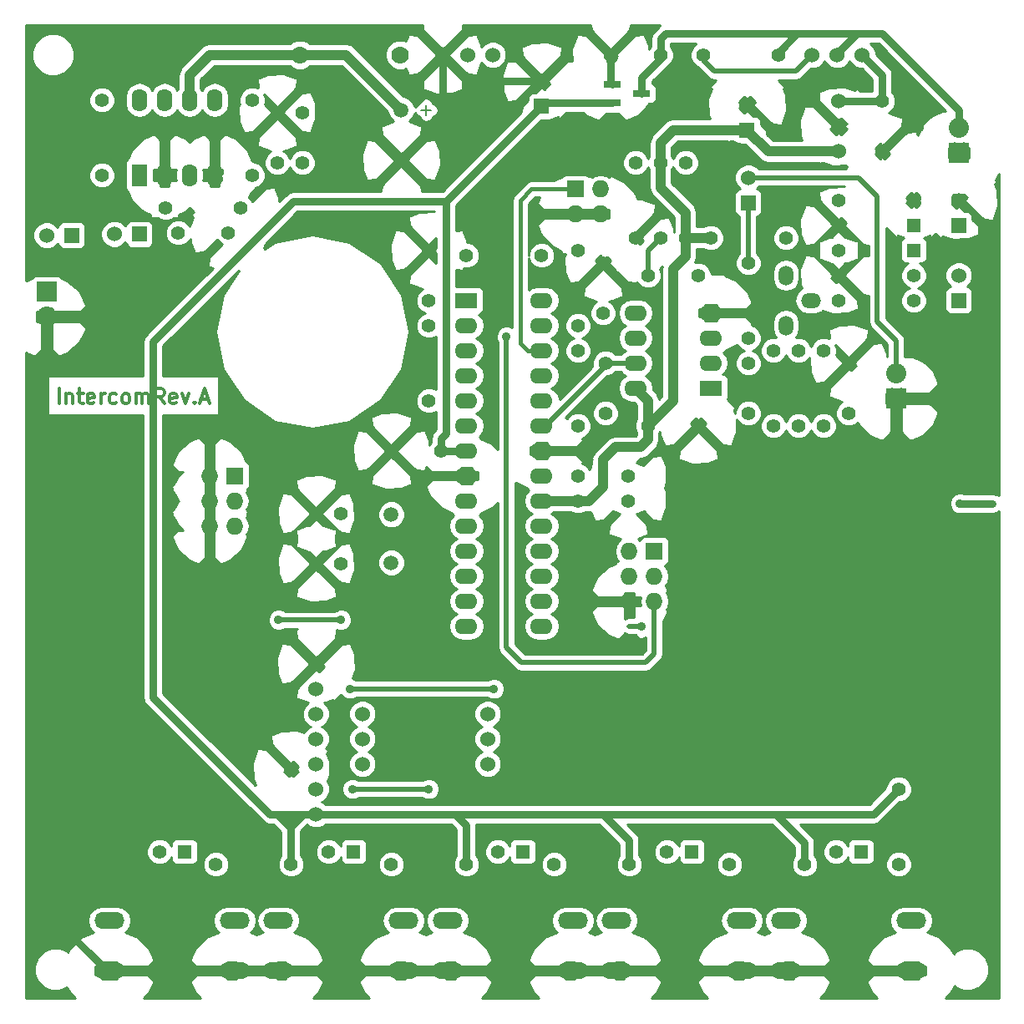
<source format=gtl>
%FSLAX34Y34*%
G04 Gerber Fmt 3.4, Leading zero omitted, Abs format*
G04 (created by PCBNEW (2014-03-19 BZR 4756)-product) date Sat 27 Dec 2014 10:23:05 GMT*
%MOIN*%
G01*
G70*
G90*
G04 APERTURE LIST*
%ADD10C,0.005906*%
%ADD11C,0.011811*%
%ADD12R,0.070900X0.031500*%
%ADD13C,0.060000*%
%ADD14O,0.078700X0.059100*%
%ADD15O,0.059100X0.078700*%
%ADD16R,0.060000X0.060000*%
%ADD17R,0.055000X0.055000*%
%ADD18C,0.055000*%
%ADD19O,0.090000X0.062000*%
%ADD20R,0.090000X0.062000*%
%ADD21C,0.070000*%
%ADD22R,0.062000X0.090000*%
%ADD23O,0.062000X0.090000*%
%ADD24C,0.059100*%
%ADD25R,0.080000X0.080000*%
%ADD26O,0.080000X0.080000*%
%ADD27R,0.068000X0.068000*%
%ADD28O,0.068000X0.068000*%
%ADD29O,0.120000X0.068000*%
%ADD30C,0.035000*%
%ADD31C,0.020000*%
%ADD32C,0.030000*%
%ADD33C,0.040000*%
%ADD34C,0.015000*%
%ADD35C,0.010000*%
G04 APERTURE END LIST*
G54D10*
G54D11*
X41247Y-32617D02*
X41247Y-32026D01*
X41528Y-32223D02*
X41528Y-32617D01*
X41528Y-32279D02*
X41556Y-32251D01*
X41612Y-32223D01*
X41697Y-32223D01*
X41753Y-32251D01*
X41781Y-32307D01*
X41781Y-32617D01*
X41978Y-32223D02*
X42203Y-32223D01*
X42062Y-32026D02*
X42062Y-32532D01*
X42090Y-32589D01*
X42147Y-32617D01*
X42203Y-32617D01*
X42625Y-32589D02*
X42568Y-32617D01*
X42456Y-32617D01*
X42400Y-32589D01*
X42372Y-32532D01*
X42372Y-32307D01*
X42400Y-32251D01*
X42456Y-32223D01*
X42568Y-32223D01*
X42625Y-32251D01*
X42653Y-32307D01*
X42653Y-32364D01*
X42372Y-32420D01*
X42906Y-32617D02*
X42906Y-32223D01*
X42906Y-32335D02*
X42934Y-32279D01*
X42962Y-32251D01*
X43018Y-32223D01*
X43075Y-32223D01*
X43525Y-32589D02*
X43468Y-32617D01*
X43356Y-32617D01*
X43300Y-32589D01*
X43271Y-32560D01*
X43243Y-32504D01*
X43243Y-32335D01*
X43271Y-32279D01*
X43300Y-32251D01*
X43356Y-32223D01*
X43468Y-32223D01*
X43525Y-32251D01*
X43862Y-32617D02*
X43806Y-32589D01*
X43778Y-32560D01*
X43750Y-32504D01*
X43750Y-32335D01*
X43778Y-32279D01*
X43806Y-32251D01*
X43862Y-32223D01*
X43946Y-32223D01*
X44003Y-32251D01*
X44031Y-32279D01*
X44059Y-32335D01*
X44059Y-32504D01*
X44031Y-32560D01*
X44003Y-32589D01*
X43946Y-32617D01*
X43862Y-32617D01*
X44312Y-32617D02*
X44312Y-32223D01*
X44312Y-32279D02*
X44340Y-32251D01*
X44396Y-32223D01*
X44481Y-32223D01*
X44537Y-32251D01*
X44565Y-32307D01*
X44565Y-32617D01*
X44565Y-32307D02*
X44593Y-32251D01*
X44649Y-32223D01*
X44734Y-32223D01*
X44790Y-32251D01*
X44818Y-32307D01*
X44818Y-32617D01*
X45437Y-32617D02*
X45240Y-32335D01*
X45099Y-32617D02*
X45099Y-32026D01*
X45324Y-32026D01*
X45381Y-32054D01*
X45409Y-32082D01*
X45437Y-32139D01*
X45437Y-32223D01*
X45409Y-32279D01*
X45381Y-32307D01*
X45324Y-32335D01*
X45099Y-32335D01*
X45915Y-32589D02*
X45859Y-32617D01*
X45746Y-32617D01*
X45690Y-32589D01*
X45662Y-32532D01*
X45662Y-32307D01*
X45690Y-32251D01*
X45746Y-32223D01*
X45859Y-32223D01*
X45915Y-32251D01*
X45943Y-32307D01*
X45943Y-32364D01*
X45662Y-32420D01*
X46140Y-32223D02*
X46280Y-32617D01*
X46421Y-32223D01*
X46646Y-32560D02*
X46674Y-32589D01*
X46646Y-32617D01*
X46618Y-32589D01*
X46646Y-32560D01*
X46646Y-32617D01*
X46899Y-32448D02*
X47180Y-32448D01*
X46843Y-32617D02*
X47040Y-32026D01*
X47237Y-32617D01*
G54D10*
X55900Y-20700D02*
X55900Y-21100D01*
X56100Y-20900D02*
X55700Y-20900D01*
G54D12*
X63309Y-19875D03*
X63309Y-20624D03*
X64491Y-20250D03*
G54D13*
X51500Y-49000D03*
X51500Y-48000D03*
X51500Y-47000D03*
X51500Y-46000D03*
X51500Y-45000D03*
X51500Y-44000D03*
X51500Y-43000D03*
X72350Y-21550D03*
X72350Y-20550D03*
X72350Y-22550D03*
X72300Y-18700D03*
X73300Y-18700D03*
X71300Y-18700D03*
X57550Y-18700D03*
X56550Y-18700D03*
X58550Y-18700D03*
G54D14*
X71250Y-28500D03*
G54D15*
X70250Y-27500D03*
X70250Y-29500D03*
G54D16*
X68750Y-24600D03*
G54D13*
X68750Y-23600D03*
G54D16*
X77150Y-25500D03*
G54D13*
X77150Y-24500D03*
G54D16*
X44450Y-25850D03*
G54D13*
X43450Y-25850D03*
G54D16*
X77150Y-28500D03*
G54D13*
X77150Y-27500D03*
G54D16*
X41750Y-25900D03*
G54D13*
X40750Y-25900D03*
G54D16*
X60500Y-20750D03*
G54D13*
X60500Y-19750D03*
G54D16*
X68700Y-21700D03*
G54D13*
X68700Y-20700D03*
G54D17*
X75350Y-26500D03*
G54D18*
X72350Y-26500D03*
G54D17*
X75350Y-25500D03*
G54D18*
X72350Y-25500D03*
G54D17*
X46250Y-50500D03*
G54D18*
X45250Y-50500D03*
G54D17*
X73250Y-50500D03*
G54D18*
X72250Y-50500D03*
G54D17*
X66500Y-50500D03*
G54D18*
X65500Y-50500D03*
G54D19*
X57500Y-29500D03*
X57500Y-30500D03*
X57500Y-31500D03*
X57500Y-32500D03*
X57500Y-33500D03*
X57500Y-34500D03*
X57500Y-35500D03*
X57500Y-36500D03*
X57500Y-37500D03*
X57500Y-38500D03*
X57500Y-39500D03*
X57500Y-40500D03*
X57500Y-41500D03*
G54D20*
X57500Y-28500D03*
G54D19*
X60500Y-41500D03*
X60500Y-40500D03*
X60500Y-39500D03*
X60500Y-38500D03*
X60500Y-37500D03*
X60500Y-36500D03*
X60500Y-35500D03*
X60500Y-34500D03*
X60500Y-33500D03*
X60500Y-32500D03*
X60500Y-31500D03*
X60500Y-30500D03*
X60500Y-29500D03*
X60500Y-28500D03*
G54D21*
X54850Y-18700D03*
X50850Y-18700D03*
G54D22*
X44450Y-23500D03*
G54D23*
X45450Y-23500D03*
X46450Y-23500D03*
X47450Y-23500D03*
X47450Y-20500D03*
X46450Y-20500D03*
X45450Y-20500D03*
X44450Y-20500D03*
G54D20*
X67250Y-32000D03*
G54D19*
X67250Y-31000D03*
X67250Y-30000D03*
X67250Y-29000D03*
X64250Y-29000D03*
X64250Y-30000D03*
X64250Y-31000D03*
X64250Y-32000D03*
G54D24*
X54500Y-37039D03*
X54500Y-38961D03*
G54D17*
X53000Y-50500D03*
G54D18*
X52000Y-50500D03*
G54D25*
X74650Y-32400D03*
G54D26*
X74650Y-31400D03*
G54D25*
X40750Y-28150D03*
G54D26*
X40750Y-29150D03*
G54D25*
X77150Y-22600D03*
G54D26*
X77150Y-21600D03*
G54D27*
X65000Y-38500D03*
G54D28*
X64000Y-38500D03*
X65000Y-39500D03*
X64000Y-39500D03*
X65000Y-40500D03*
X64000Y-40500D03*
G54D18*
X56000Y-28500D03*
X56000Y-26500D03*
X50950Y-23000D03*
X50950Y-21000D03*
X46000Y-25800D03*
X48000Y-25800D03*
G54D24*
X54900Y-22900D03*
X54900Y-20900D03*
G54D18*
X49950Y-23000D03*
X49950Y-21000D03*
X66750Y-33500D03*
X64750Y-33500D03*
X68750Y-33000D03*
X68750Y-31000D03*
X64750Y-27500D03*
X66750Y-27500D03*
X63050Y-31000D03*
X63050Y-33000D03*
X62950Y-27000D03*
X62950Y-29000D03*
X65250Y-18700D03*
X63250Y-18700D03*
X74100Y-20550D03*
X74100Y-22550D03*
X56500Y-34500D03*
X54500Y-34500D03*
X61950Y-36500D03*
X63950Y-36500D03*
X61950Y-35500D03*
X63950Y-35500D03*
X52500Y-37000D03*
X51500Y-37000D03*
X52500Y-39000D03*
X51500Y-39000D03*
G54D17*
X59750Y-50500D03*
G54D18*
X58750Y-50500D03*
G54D13*
X53350Y-46000D03*
X58350Y-46000D03*
X53350Y-45000D03*
X58350Y-45000D03*
X53350Y-47000D03*
X58350Y-47000D03*
G54D18*
X72750Y-33000D03*
X72750Y-31000D03*
X61000Y-51000D03*
X64000Y-51000D03*
X68000Y-51000D03*
X71000Y-51000D03*
X74750Y-51000D03*
X74750Y-48000D03*
X54500Y-51000D03*
X57500Y-51000D03*
X57500Y-26700D03*
X60500Y-26700D03*
X69950Y-18700D03*
X66950Y-18700D03*
X61950Y-30500D03*
X61950Y-33500D03*
X61950Y-29500D03*
X61950Y-26500D03*
X64250Y-26000D03*
X64250Y-23000D03*
X65250Y-26000D03*
X65250Y-23000D03*
X70750Y-33500D03*
X70750Y-30500D03*
X69750Y-33500D03*
X69750Y-30500D03*
X48950Y-20500D03*
X48950Y-23500D03*
X71750Y-30500D03*
X71750Y-33500D03*
X42950Y-20500D03*
X42950Y-23500D03*
X75350Y-27500D03*
X72350Y-27500D03*
X47500Y-51000D03*
X50500Y-51000D03*
X72350Y-28500D03*
X75350Y-28500D03*
X68750Y-30000D03*
X68750Y-27000D03*
X45500Y-24800D03*
X48500Y-24800D03*
X72350Y-24500D03*
X75350Y-24500D03*
X67250Y-26000D03*
X70250Y-26000D03*
X56000Y-29500D03*
X56000Y-32500D03*
X66250Y-26000D03*
X66250Y-23000D03*
G54D29*
X55000Y-53250D03*
X55000Y-55250D03*
X50000Y-53250D03*
X50000Y-55250D03*
X75250Y-53250D03*
X75250Y-55250D03*
X70250Y-53250D03*
X70250Y-55250D03*
X68500Y-53250D03*
X68500Y-55250D03*
X63500Y-53250D03*
X63500Y-55250D03*
X48250Y-53250D03*
X48250Y-55250D03*
X43250Y-53250D03*
X43250Y-55250D03*
X61750Y-53250D03*
X61750Y-55250D03*
X56750Y-53250D03*
X56750Y-55250D03*
G54D27*
X48250Y-35500D03*
G54D28*
X47250Y-35500D03*
X48250Y-36500D03*
X47250Y-36500D03*
X48250Y-37500D03*
X47250Y-37500D03*
G54D27*
X61850Y-24050D03*
G54D28*
X61850Y-25050D03*
X62850Y-24050D03*
X62850Y-25050D03*
G54D18*
X50500Y-49200D03*
X50500Y-47200D03*
G54D30*
X64500Y-41500D03*
X77200Y-36600D03*
X41000Y-53100D03*
X52700Y-40200D03*
X77000Y-43700D03*
X62675Y-21925D03*
X75600Y-21550D03*
X64700Y-44700D03*
X68400Y-44750D03*
X53900Y-22000D03*
X50000Y-41250D03*
X52500Y-41250D03*
X56000Y-48000D03*
X52950Y-48000D03*
X59100Y-29950D03*
X52850Y-44000D03*
X58600Y-44000D03*
G54D31*
X64000Y-41500D02*
X64500Y-41500D01*
G54D32*
X78500Y-36600D02*
X77200Y-36600D01*
G54D31*
X68750Y-24600D02*
X68750Y-27000D01*
X68750Y-23600D02*
X73150Y-23600D01*
X74650Y-30100D02*
X74650Y-31400D01*
X73900Y-29350D02*
X74650Y-30100D01*
X73900Y-24350D02*
X73900Y-29350D01*
X73150Y-23600D02*
X73900Y-24350D01*
G54D32*
X43250Y-55250D02*
X43150Y-55250D01*
X43150Y-55250D02*
X41000Y-53100D01*
X62675Y-21925D02*
X62700Y-21900D01*
X75600Y-21550D02*
X75600Y-21600D01*
X64700Y-44700D02*
X64750Y-44750D01*
X64750Y-44750D02*
X68400Y-44750D01*
X54900Y-22900D02*
X54800Y-22900D01*
X54800Y-22900D02*
X53900Y-22000D01*
X56550Y-18700D02*
X56550Y-21250D01*
X56550Y-21250D02*
X54900Y-22900D01*
X60500Y-19750D02*
X57600Y-19750D01*
X57600Y-19750D02*
X56550Y-18700D01*
X63250Y-18700D02*
X63250Y-19816D01*
X63250Y-19816D02*
X63309Y-19875D01*
G54D33*
X50850Y-18700D02*
X47250Y-18700D01*
X46450Y-19500D02*
X46450Y-20500D01*
X47250Y-18700D02*
X46450Y-19500D01*
X50850Y-18700D02*
X52700Y-18700D01*
X52700Y-18700D02*
X54900Y-20900D01*
X61950Y-36500D02*
X62400Y-36500D01*
X64750Y-34050D02*
X64750Y-33500D01*
X64450Y-34350D02*
X64750Y-34050D01*
X63450Y-34350D02*
X64450Y-34350D01*
X62950Y-34850D02*
X63450Y-34350D01*
X62950Y-35950D02*
X62950Y-34850D01*
X62400Y-36500D02*
X62950Y-35950D01*
X66250Y-26000D02*
X67250Y-26000D01*
X68700Y-21700D02*
X65750Y-21700D01*
X65250Y-22200D02*
X65250Y-23000D01*
X65750Y-21700D02*
X65250Y-22200D01*
X72350Y-22550D02*
X69550Y-22550D01*
X69550Y-22550D02*
X68700Y-21700D01*
X61950Y-36500D02*
X60450Y-36500D01*
X64750Y-32500D02*
X64250Y-32000D01*
X64750Y-33500D02*
X64750Y-32500D01*
X65250Y-24000D02*
X66250Y-25000D01*
X65250Y-23000D02*
X65250Y-24000D01*
X66250Y-25000D02*
X66250Y-26500D01*
X65750Y-27250D02*
X65750Y-32500D01*
X65750Y-32500D02*
X64750Y-33500D01*
X66250Y-26500D02*
X66250Y-26750D01*
X66250Y-26750D02*
X65750Y-27250D01*
X66250Y-26000D02*
X66250Y-26500D01*
G54D31*
X64750Y-27500D02*
X64750Y-26500D01*
X64750Y-26500D02*
X65250Y-26000D01*
X63050Y-31000D02*
X64250Y-31000D01*
X60500Y-33500D02*
X60650Y-33500D01*
X60650Y-33500D02*
X63050Y-31100D01*
X63050Y-31100D02*
X63050Y-31000D01*
G54D32*
X72300Y-18700D02*
X72300Y-18650D01*
X72300Y-18650D02*
X73100Y-17850D01*
X69950Y-18700D02*
X69950Y-18600D01*
X69950Y-18600D02*
X70700Y-17850D01*
X77150Y-21600D02*
X77150Y-20900D01*
X65250Y-18050D02*
X65250Y-18850D01*
X65450Y-17850D02*
X65250Y-18050D01*
X74100Y-17850D02*
X73100Y-17850D01*
X73100Y-17850D02*
X70700Y-17850D01*
X70700Y-17850D02*
X65450Y-17850D01*
X77150Y-20900D02*
X74100Y-17850D01*
X65250Y-18850D02*
X64491Y-19609D01*
X64491Y-19609D02*
X64491Y-20250D01*
X50500Y-49500D02*
X51000Y-49000D01*
X50850Y-49100D02*
X50850Y-49000D01*
X50950Y-49000D02*
X50850Y-49100D01*
X51000Y-49000D02*
X50950Y-49000D01*
X50500Y-49500D02*
X50450Y-49500D01*
X50450Y-49500D02*
X49950Y-49000D01*
X50500Y-49650D02*
X50500Y-49500D01*
X50500Y-49500D02*
X50500Y-49000D01*
X50500Y-49000D02*
X50500Y-49050D01*
X50500Y-49050D02*
X50500Y-49000D01*
X49650Y-49000D02*
X49950Y-49000D01*
X45000Y-44350D02*
X49650Y-49000D01*
X45000Y-30150D02*
X45000Y-44350D01*
X49950Y-49000D02*
X50500Y-49000D01*
X50500Y-49000D02*
X50850Y-49000D01*
X57500Y-51000D02*
X57500Y-49450D01*
X57050Y-49000D02*
X57150Y-49000D01*
X57500Y-49450D02*
X57050Y-49000D01*
X64000Y-51000D02*
X64000Y-50050D01*
X64000Y-50050D02*
X62950Y-49000D01*
X71000Y-51000D02*
X71000Y-50150D01*
X71000Y-50150D02*
X69850Y-49000D01*
X51500Y-49000D02*
X57150Y-49000D01*
X57150Y-49000D02*
X62950Y-49000D01*
X62950Y-49000D02*
X69850Y-49000D01*
X69850Y-49000D02*
X73750Y-49000D01*
X73750Y-49000D02*
X74750Y-48000D01*
X50500Y-51000D02*
X50500Y-49650D01*
X60500Y-20750D02*
X56700Y-24550D01*
X56700Y-24550D02*
X50600Y-24550D01*
X50600Y-24550D02*
X45000Y-30150D01*
X50850Y-49000D02*
X51500Y-49000D01*
X63309Y-20624D02*
X60625Y-20624D01*
X60625Y-20624D02*
X56700Y-24550D01*
X56700Y-24550D02*
X56700Y-33800D01*
X56700Y-33800D02*
X56500Y-34000D01*
X56500Y-34000D02*
X56500Y-34500D01*
X56500Y-34500D02*
X57500Y-34500D01*
X72350Y-20550D02*
X74100Y-20550D01*
X74100Y-20550D02*
X74100Y-19500D01*
X74100Y-19500D02*
X73300Y-18700D01*
G54D31*
X52500Y-41250D02*
X50000Y-41250D01*
X56000Y-48000D02*
X52950Y-48000D01*
G54D34*
X60500Y-30500D02*
X59950Y-30500D01*
X60100Y-24050D02*
X61850Y-24050D01*
X59650Y-24500D02*
X60100Y-24050D01*
X59650Y-30200D02*
X59650Y-24500D01*
X59950Y-30500D02*
X59650Y-30200D01*
G54D31*
X65000Y-42600D02*
X65000Y-40500D01*
X64650Y-42950D02*
X65000Y-42600D01*
X59700Y-42950D02*
X64650Y-42950D01*
X59100Y-42350D02*
X59700Y-42950D01*
X59100Y-29950D02*
X59100Y-42350D01*
X52850Y-44000D02*
X58600Y-44000D01*
X66950Y-18700D02*
X66950Y-18900D01*
X66950Y-18900D02*
X67400Y-19350D01*
X70650Y-19350D02*
X71300Y-18700D01*
X67400Y-19350D02*
X70650Y-19350D01*
G54D10*
G36*
X64300Y-33863D02*
X64263Y-33900D01*
X63575Y-33900D01*
X63575Y-32896D01*
X63495Y-32703D01*
X63347Y-32555D01*
X63154Y-32475D01*
X62946Y-32474D01*
X62753Y-32554D01*
X62605Y-32702D01*
X62525Y-32895D01*
X62524Y-33103D01*
X62604Y-33297D01*
X62752Y-33444D01*
X62945Y-33524D01*
X63153Y-33525D01*
X63347Y-33445D01*
X63494Y-33297D01*
X63574Y-33104D01*
X63575Y-32896D01*
X63575Y-33900D01*
X63450Y-33900D01*
X63277Y-33934D01*
X63131Y-34031D01*
X62631Y-34531D01*
X62534Y-34677D01*
X62528Y-34705D01*
X62448Y-34785D01*
X62502Y-34838D01*
X62500Y-34850D01*
X62500Y-34988D01*
X62410Y-35238D01*
X62395Y-35203D01*
X62247Y-35055D01*
X62115Y-35000D01*
X62161Y-34897D01*
X61887Y-34655D01*
X60725Y-34655D01*
X60725Y-34810D01*
X60275Y-34810D01*
X60275Y-34655D01*
X60050Y-34655D01*
X60050Y-34345D01*
X60275Y-34345D01*
X60275Y-34190D01*
X60725Y-34190D01*
X60725Y-34345D01*
X61887Y-34345D01*
X62161Y-34102D01*
X62115Y-33999D01*
X62247Y-33945D01*
X62394Y-33797D01*
X62474Y-33604D01*
X62475Y-33396D01*
X62395Y-33203D01*
X62247Y-33055D01*
X62054Y-32975D01*
X61846Y-32974D01*
X61653Y-33054D01*
X61508Y-33199D01*
X61464Y-33180D01*
X63119Y-31525D01*
X63153Y-31525D01*
X63347Y-31445D01*
X63442Y-31350D01*
X63669Y-31350D01*
X63700Y-31395D01*
X63855Y-31499D01*
X63700Y-31604D01*
X63578Y-31785D01*
X63536Y-32000D01*
X63578Y-32214D01*
X63700Y-32395D01*
X63881Y-32517D01*
X64096Y-32560D01*
X64173Y-32560D01*
X64300Y-32686D01*
X64300Y-33214D01*
X64225Y-33395D01*
X64224Y-33603D01*
X64300Y-33785D01*
X64300Y-33863D01*
X64300Y-33863D01*
G37*
G54D35*
X64300Y-33863D02*
X64263Y-33900D01*
X63575Y-33900D01*
X63575Y-32896D01*
X63495Y-32703D01*
X63347Y-32555D01*
X63154Y-32475D01*
X62946Y-32474D01*
X62753Y-32554D01*
X62605Y-32702D01*
X62525Y-32895D01*
X62524Y-33103D01*
X62604Y-33297D01*
X62752Y-33444D01*
X62945Y-33524D01*
X63153Y-33525D01*
X63347Y-33445D01*
X63494Y-33297D01*
X63574Y-33104D01*
X63575Y-32896D01*
X63575Y-33900D01*
X63450Y-33900D01*
X63277Y-33934D01*
X63131Y-34031D01*
X62631Y-34531D01*
X62534Y-34677D01*
X62528Y-34705D01*
X62448Y-34785D01*
X62502Y-34838D01*
X62500Y-34850D01*
X62500Y-34988D01*
X62410Y-35238D01*
X62395Y-35203D01*
X62247Y-35055D01*
X62115Y-35000D01*
X62161Y-34897D01*
X61887Y-34655D01*
X60725Y-34655D01*
X60725Y-34810D01*
X60275Y-34810D01*
X60275Y-34655D01*
X60050Y-34655D01*
X60050Y-34345D01*
X60275Y-34345D01*
X60275Y-34190D01*
X60725Y-34190D01*
X60725Y-34345D01*
X61887Y-34345D01*
X62161Y-34102D01*
X62115Y-33999D01*
X62247Y-33945D01*
X62394Y-33797D01*
X62474Y-33604D01*
X62475Y-33396D01*
X62395Y-33203D01*
X62247Y-33055D01*
X62054Y-32975D01*
X61846Y-32974D01*
X61653Y-33054D01*
X61508Y-33199D01*
X61464Y-33180D01*
X63119Y-31525D01*
X63153Y-31525D01*
X63347Y-31445D01*
X63442Y-31350D01*
X63669Y-31350D01*
X63700Y-31395D01*
X63855Y-31499D01*
X63700Y-31604D01*
X63578Y-31785D01*
X63536Y-32000D01*
X63578Y-32214D01*
X63700Y-32395D01*
X63881Y-32517D01*
X64096Y-32560D01*
X64173Y-32560D01*
X64300Y-32686D01*
X64300Y-33214D01*
X64225Y-33395D01*
X64224Y-33603D01*
X64300Y-33785D01*
X64300Y-33863D01*
G54D10*
G36*
X64650Y-42455D02*
X64505Y-42600D01*
X59844Y-42600D01*
X59450Y-42205D01*
X59450Y-35771D01*
X59469Y-35791D01*
X59943Y-35996D01*
X59943Y-36072D01*
X59997Y-36072D01*
X59950Y-36104D01*
X59828Y-36285D01*
X59786Y-36500D01*
X59828Y-36714D01*
X59950Y-36895D01*
X60105Y-36999D01*
X59950Y-37104D01*
X59828Y-37285D01*
X59786Y-37500D01*
X59828Y-37714D01*
X59950Y-37895D01*
X60105Y-37999D01*
X59950Y-38104D01*
X59828Y-38285D01*
X59786Y-38500D01*
X59828Y-38714D01*
X59950Y-38895D01*
X60105Y-38999D01*
X59950Y-39104D01*
X59828Y-39285D01*
X59786Y-39500D01*
X59828Y-39714D01*
X59950Y-39895D01*
X60105Y-39999D01*
X59950Y-40104D01*
X59828Y-40285D01*
X59786Y-40500D01*
X59828Y-40714D01*
X59950Y-40895D01*
X60105Y-40999D01*
X59950Y-41104D01*
X59828Y-41285D01*
X59786Y-41500D01*
X59828Y-41714D01*
X59950Y-41895D01*
X60131Y-42017D01*
X60346Y-42060D01*
X60653Y-42060D01*
X60868Y-42017D01*
X61049Y-41895D01*
X61171Y-41714D01*
X61213Y-41500D01*
X61171Y-41285D01*
X61049Y-41104D01*
X60894Y-40999D01*
X61049Y-40895D01*
X61171Y-40714D01*
X61213Y-40500D01*
X61171Y-40285D01*
X61049Y-40104D01*
X60894Y-39999D01*
X61049Y-39895D01*
X61171Y-39714D01*
X61213Y-39500D01*
X61171Y-39285D01*
X61049Y-39104D01*
X60894Y-38999D01*
X61049Y-38895D01*
X61171Y-38714D01*
X61213Y-38500D01*
X61171Y-38285D01*
X61049Y-38104D01*
X60894Y-37999D01*
X61049Y-37895D01*
X61171Y-37714D01*
X61213Y-37500D01*
X61171Y-37285D01*
X61049Y-37104D01*
X60894Y-36999D01*
X60968Y-36950D01*
X61664Y-36950D01*
X61845Y-37024D01*
X62053Y-37025D01*
X62235Y-36950D01*
X62400Y-36950D01*
X62453Y-36939D01*
X62605Y-37306D01*
X62972Y-37282D01*
X63340Y-36914D01*
X63626Y-37017D01*
X63167Y-37477D01*
X63143Y-37844D01*
X63650Y-38026D01*
X63582Y-38071D01*
X63454Y-38262D01*
X63410Y-38488D01*
X63410Y-38511D01*
X63454Y-38737D01*
X63561Y-38897D01*
X63443Y-38897D01*
X63443Y-39010D01*
X63200Y-39110D01*
X62730Y-39522D01*
X62452Y-40082D01*
X62722Y-40330D01*
X63830Y-40330D01*
X63830Y-40160D01*
X64170Y-40160D01*
X64170Y-40330D01*
X64441Y-40330D01*
X64410Y-40488D01*
X64410Y-40511D01*
X64441Y-40670D01*
X64170Y-40670D01*
X64170Y-41150D01*
X64000Y-41150D01*
X63866Y-41176D01*
X63830Y-41200D01*
X63830Y-40670D01*
X62722Y-40670D01*
X62452Y-40917D01*
X62730Y-41477D01*
X63200Y-41889D01*
X63582Y-42047D01*
X63816Y-41790D01*
X63866Y-41823D01*
X64000Y-41850D01*
X64237Y-41850D01*
X64417Y-42047D01*
X64650Y-41950D01*
X64650Y-42455D01*
X64650Y-42455D01*
G37*
G54D35*
X64650Y-42455D02*
X64505Y-42600D01*
X59844Y-42600D01*
X59450Y-42205D01*
X59450Y-35771D01*
X59469Y-35791D01*
X59943Y-35996D01*
X59943Y-36072D01*
X59997Y-36072D01*
X59950Y-36104D01*
X59828Y-36285D01*
X59786Y-36500D01*
X59828Y-36714D01*
X59950Y-36895D01*
X60105Y-36999D01*
X59950Y-37104D01*
X59828Y-37285D01*
X59786Y-37500D01*
X59828Y-37714D01*
X59950Y-37895D01*
X60105Y-37999D01*
X59950Y-38104D01*
X59828Y-38285D01*
X59786Y-38500D01*
X59828Y-38714D01*
X59950Y-38895D01*
X60105Y-38999D01*
X59950Y-39104D01*
X59828Y-39285D01*
X59786Y-39500D01*
X59828Y-39714D01*
X59950Y-39895D01*
X60105Y-39999D01*
X59950Y-40104D01*
X59828Y-40285D01*
X59786Y-40500D01*
X59828Y-40714D01*
X59950Y-40895D01*
X60105Y-40999D01*
X59950Y-41104D01*
X59828Y-41285D01*
X59786Y-41500D01*
X59828Y-41714D01*
X59950Y-41895D01*
X60131Y-42017D01*
X60346Y-42060D01*
X60653Y-42060D01*
X60868Y-42017D01*
X61049Y-41895D01*
X61171Y-41714D01*
X61213Y-41500D01*
X61171Y-41285D01*
X61049Y-41104D01*
X60894Y-40999D01*
X61049Y-40895D01*
X61171Y-40714D01*
X61213Y-40500D01*
X61171Y-40285D01*
X61049Y-40104D01*
X60894Y-39999D01*
X61049Y-39895D01*
X61171Y-39714D01*
X61213Y-39500D01*
X61171Y-39285D01*
X61049Y-39104D01*
X60894Y-38999D01*
X61049Y-38895D01*
X61171Y-38714D01*
X61213Y-38500D01*
X61171Y-38285D01*
X61049Y-38104D01*
X60894Y-37999D01*
X61049Y-37895D01*
X61171Y-37714D01*
X61213Y-37500D01*
X61171Y-37285D01*
X61049Y-37104D01*
X60894Y-36999D01*
X60968Y-36950D01*
X61664Y-36950D01*
X61845Y-37024D01*
X62053Y-37025D01*
X62235Y-36950D01*
X62400Y-36950D01*
X62453Y-36939D01*
X62605Y-37306D01*
X62972Y-37282D01*
X63340Y-36914D01*
X63626Y-37017D01*
X63167Y-37477D01*
X63143Y-37844D01*
X63650Y-38026D01*
X63582Y-38071D01*
X63454Y-38262D01*
X63410Y-38488D01*
X63410Y-38511D01*
X63454Y-38737D01*
X63561Y-38897D01*
X63443Y-38897D01*
X63443Y-39010D01*
X63200Y-39110D01*
X62730Y-39522D01*
X62452Y-40082D01*
X62722Y-40330D01*
X63830Y-40330D01*
X63830Y-40160D01*
X64170Y-40160D01*
X64170Y-40330D01*
X64441Y-40330D01*
X64410Y-40488D01*
X64410Y-40511D01*
X64441Y-40670D01*
X64170Y-40670D01*
X64170Y-41150D01*
X64000Y-41150D01*
X63866Y-41176D01*
X63830Y-41200D01*
X63830Y-40670D01*
X62722Y-40670D01*
X62452Y-40917D01*
X62730Y-41477D01*
X63200Y-41889D01*
X63582Y-42047D01*
X63816Y-41790D01*
X63866Y-41823D01*
X64000Y-41850D01*
X64237Y-41850D01*
X64417Y-42047D01*
X64650Y-41950D01*
X64650Y-42455D01*
G54D10*
G36*
X65320Y-27144D02*
X65300Y-27250D01*
X65300Y-32313D01*
X65185Y-32427D01*
X65165Y-32327D01*
X65068Y-32181D01*
X64950Y-32064D01*
X64963Y-32000D01*
X64921Y-31785D01*
X64799Y-31604D01*
X64644Y-31499D01*
X64799Y-31395D01*
X64921Y-31214D01*
X64963Y-31000D01*
X64921Y-30785D01*
X64799Y-30604D01*
X64644Y-30499D01*
X64799Y-30395D01*
X64921Y-30214D01*
X64963Y-30000D01*
X64921Y-29785D01*
X64799Y-29604D01*
X64644Y-29499D01*
X64799Y-29395D01*
X64921Y-29214D01*
X64963Y-29000D01*
X64921Y-28785D01*
X64799Y-28604D01*
X64618Y-28482D01*
X64403Y-28440D01*
X64096Y-28440D01*
X63881Y-28482D01*
X63756Y-28566D01*
X63756Y-28344D01*
X63732Y-27977D01*
X62950Y-27194D01*
X62167Y-27977D01*
X62143Y-28344D01*
X62688Y-28539D01*
X62653Y-28554D01*
X62505Y-28702D01*
X62425Y-28895D01*
X62424Y-29103D01*
X62504Y-29297D01*
X62652Y-29444D01*
X62845Y-29524D01*
X63053Y-29525D01*
X63247Y-29445D01*
X63394Y-29297D01*
X63474Y-29104D01*
X63475Y-28896D01*
X63395Y-28703D01*
X63247Y-28555D01*
X63182Y-28528D01*
X63330Y-28520D01*
X63756Y-28344D01*
X63756Y-28566D01*
X63700Y-28604D01*
X63578Y-28785D01*
X63536Y-29000D01*
X63578Y-29214D01*
X63700Y-29395D01*
X63855Y-29500D01*
X63700Y-29604D01*
X63578Y-29785D01*
X63536Y-30000D01*
X63578Y-30214D01*
X63700Y-30395D01*
X63855Y-30499D01*
X63700Y-30604D01*
X63669Y-30650D01*
X63442Y-30650D01*
X63347Y-30555D01*
X63154Y-30475D01*
X62946Y-30474D01*
X62753Y-30554D01*
X62605Y-30702D01*
X62525Y-30895D01*
X62524Y-31103D01*
X62532Y-31122D01*
X62475Y-31179D01*
X62475Y-30396D01*
X62395Y-30203D01*
X62247Y-30055D01*
X62114Y-29999D01*
X62247Y-29945D01*
X62394Y-29797D01*
X62474Y-29604D01*
X62475Y-29396D01*
X62395Y-29203D01*
X62247Y-29055D01*
X62054Y-28975D01*
X61846Y-28974D01*
X61653Y-29054D01*
X61505Y-29202D01*
X61425Y-29395D01*
X61424Y-29603D01*
X61504Y-29797D01*
X61652Y-29944D01*
X61785Y-30000D01*
X61653Y-30054D01*
X61505Y-30202D01*
X61425Y-30395D01*
X61424Y-30603D01*
X61504Y-30797D01*
X61652Y-30944D01*
X61845Y-31024D01*
X62053Y-31025D01*
X62247Y-30945D01*
X62394Y-30797D01*
X62474Y-30604D01*
X62475Y-30396D01*
X62475Y-31179D01*
X61203Y-32451D01*
X61171Y-32285D01*
X61049Y-32104D01*
X60894Y-31999D01*
X61049Y-31895D01*
X61171Y-31714D01*
X61213Y-31500D01*
X61171Y-31285D01*
X61049Y-31104D01*
X60894Y-30999D01*
X61049Y-30895D01*
X61171Y-30714D01*
X61213Y-30500D01*
X61171Y-30285D01*
X61049Y-30104D01*
X60894Y-30000D01*
X61049Y-29895D01*
X61171Y-29714D01*
X61213Y-29500D01*
X61171Y-29285D01*
X61049Y-29104D01*
X60894Y-29000D01*
X61049Y-28895D01*
X61171Y-28714D01*
X61213Y-28500D01*
X61171Y-28285D01*
X61049Y-28104D01*
X60868Y-27982D01*
X60653Y-27940D01*
X60346Y-27940D01*
X60131Y-27982D01*
X59975Y-28087D01*
X59975Y-26804D01*
X60054Y-26997D01*
X60202Y-27144D01*
X60395Y-27224D01*
X60603Y-27225D01*
X60797Y-27145D01*
X60944Y-26997D01*
X61024Y-26804D01*
X61025Y-26596D01*
X60945Y-26403D01*
X60797Y-26255D01*
X60604Y-26175D01*
X60396Y-26174D01*
X60203Y-26254D01*
X60055Y-26402D01*
X59975Y-26595D01*
X59975Y-26699D01*
X59975Y-24634D01*
X60234Y-24375D01*
X60409Y-24375D01*
X60302Y-24632D01*
X60574Y-24880D01*
X61574Y-24880D01*
X61680Y-24880D01*
X62020Y-24880D01*
X62680Y-24880D01*
X63020Y-24880D01*
X63125Y-24880D01*
X63190Y-24880D01*
X63190Y-25211D01*
X62905Y-25193D01*
X62896Y-25220D01*
X62680Y-25220D01*
X62020Y-25220D01*
X61680Y-25220D01*
X61574Y-25220D01*
X60574Y-25220D01*
X60302Y-25467D01*
X60460Y-25849D01*
X60872Y-26319D01*
X61293Y-26528D01*
X61293Y-26652D01*
X61441Y-26652D01*
X61399Y-26769D01*
X61429Y-27380D01*
X61605Y-27806D01*
X61972Y-27782D01*
X62755Y-27000D01*
X62658Y-26902D01*
X62852Y-26708D01*
X62873Y-26729D01*
X62905Y-26806D01*
X62948Y-26803D01*
X62950Y-26805D01*
X62951Y-26803D01*
X63130Y-26792D01*
X63241Y-26902D01*
X63144Y-27000D01*
X63446Y-27301D01*
X63443Y-27344D01*
X63514Y-27369D01*
X63927Y-27782D01*
X64294Y-27806D01*
X64300Y-27787D01*
X64304Y-27797D01*
X64452Y-27944D01*
X64645Y-28024D01*
X64853Y-28025D01*
X65047Y-27945D01*
X65194Y-27797D01*
X65274Y-27604D01*
X65275Y-27396D01*
X65215Y-27250D01*
X65320Y-27144D01*
X65320Y-27144D01*
G37*
G54D35*
X65320Y-27144D02*
X65300Y-27250D01*
X65300Y-32313D01*
X65185Y-32427D01*
X65165Y-32327D01*
X65068Y-32181D01*
X64950Y-32064D01*
X64963Y-32000D01*
X64921Y-31785D01*
X64799Y-31604D01*
X64644Y-31499D01*
X64799Y-31395D01*
X64921Y-31214D01*
X64963Y-31000D01*
X64921Y-30785D01*
X64799Y-30604D01*
X64644Y-30499D01*
X64799Y-30395D01*
X64921Y-30214D01*
X64963Y-30000D01*
X64921Y-29785D01*
X64799Y-29604D01*
X64644Y-29499D01*
X64799Y-29395D01*
X64921Y-29214D01*
X64963Y-29000D01*
X64921Y-28785D01*
X64799Y-28604D01*
X64618Y-28482D01*
X64403Y-28440D01*
X64096Y-28440D01*
X63881Y-28482D01*
X63756Y-28566D01*
X63756Y-28344D01*
X63732Y-27977D01*
X62950Y-27194D01*
X62167Y-27977D01*
X62143Y-28344D01*
X62688Y-28539D01*
X62653Y-28554D01*
X62505Y-28702D01*
X62425Y-28895D01*
X62424Y-29103D01*
X62504Y-29297D01*
X62652Y-29444D01*
X62845Y-29524D01*
X63053Y-29525D01*
X63247Y-29445D01*
X63394Y-29297D01*
X63474Y-29104D01*
X63475Y-28896D01*
X63395Y-28703D01*
X63247Y-28555D01*
X63182Y-28528D01*
X63330Y-28520D01*
X63756Y-28344D01*
X63756Y-28566D01*
X63700Y-28604D01*
X63578Y-28785D01*
X63536Y-29000D01*
X63578Y-29214D01*
X63700Y-29395D01*
X63855Y-29500D01*
X63700Y-29604D01*
X63578Y-29785D01*
X63536Y-30000D01*
X63578Y-30214D01*
X63700Y-30395D01*
X63855Y-30499D01*
X63700Y-30604D01*
X63669Y-30650D01*
X63442Y-30650D01*
X63347Y-30555D01*
X63154Y-30475D01*
X62946Y-30474D01*
X62753Y-30554D01*
X62605Y-30702D01*
X62525Y-30895D01*
X62524Y-31103D01*
X62532Y-31122D01*
X62475Y-31179D01*
X62475Y-30396D01*
X62395Y-30203D01*
X62247Y-30055D01*
X62114Y-29999D01*
X62247Y-29945D01*
X62394Y-29797D01*
X62474Y-29604D01*
X62475Y-29396D01*
X62395Y-29203D01*
X62247Y-29055D01*
X62054Y-28975D01*
X61846Y-28974D01*
X61653Y-29054D01*
X61505Y-29202D01*
X61425Y-29395D01*
X61424Y-29603D01*
X61504Y-29797D01*
X61652Y-29944D01*
X61785Y-30000D01*
X61653Y-30054D01*
X61505Y-30202D01*
X61425Y-30395D01*
X61424Y-30603D01*
X61504Y-30797D01*
X61652Y-30944D01*
X61845Y-31024D01*
X62053Y-31025D01*
X62247Y-30945D01*
X62394Y-30797D01*
X62474Y-30604D01*
X62475Y-30396D01*
X62475Y-31179D01*
X61203Y-32451D01*
X61171Y-32285D01*
X61049Y-32104D01*
X60894Y-31999D01*
X61049Y-31895D01*
X61171Y-31714D01*
X61213Y-31500D01*
X61171Y-31285D01*
X61049Y-31104D01*
X60894Y-30999D01*
X61049Y-30895D01*
X61171Y-30714D01*
X61213Y-30500D01*
X61171Y-30285D01*
X61049Y-30104D01*
X60894Y-30000D01*
X61049Y-29895D01*
X61171Y-29714D01*
X61213Y-29500D01*
X61171Y-29285D01*
X61049Y-29104D01*
X60894Y-29000D01*
X61049Y-28895D01*
X61171Y-28714D01*
X61213Y-28500D01*
X61171Y-28285D01*
X61049Y-28104D01*
X60868Y-27982D01*
X60653Y-27940D01*
X60346Y-27940D01*
X60131Y-27982D01*
X59975Y-28087D01*
X59975Y-26804D01*
X60054Y-26997D01*
X60202Y-27144D01*
X60395Y-27224D01*
X60603Y-27225D01*
X60797Y-27145D01*
X60944Y-26997D01*
X61024Y-26804D01*
X61025Y-26596D01*
X60945Y-26403D01*
X60797Y-26255D01*
X60604Y-26175D01*
X60396Y-26174D01*
X60203Y-26254D01*
X60055Y-26402D01*
X59975Y-26595D01*
X59975Y-26699D01*
X59975Y-24634D01*
X60234Y-24375D01*
X60409Y-24375D01*
X60302Y-24632D01*
X60574Y-24880D01*
X61574Y-24880D01*
X61680Y-24880D01*
X62020Y-24880D01*
X62680Y-24880D01*
X63020Y-24880D01*
X63125Y-24880D01*
X63190Y-24880D01*
X63190Y-25211D01*
X62905Y-25193D01*
X62896Y-25220D01*
X62680Y-25220D01*
X62020Y-25220D01*
X61680Y-25220D01*
X61574Y-25220D01*
X60574Y-25220D01*
X60302Y-25467D01*
X60460Y-25849D01*
X60872Y-26319D01*
X61293Y-26528D01*
X61293Y-26652D01*
X61441Y-26652D01*
X61399Y-26769D01*
X61429Y-27380D01*
X61605Y-27806D01*
X61972Y-27782D01*
X62755Y-27000D01*
X62658Y-26902D01*
X62852Y-26708D01*
X62873Y-26729D01*
X62905Y-26806D01*
X62948Y-26803D01*
X62950Y-26805D01*
X62951Y-26803D01*
X63130Y-26792D01*
X63241Y-26902D01*
X63144Y-27000D01*
X63446Y-27301D01*
X63443Y-27344D01*
X63514Y-27369D01*
X63927Y-27782D01*
X64294Y-27806D01*
X64300Y-27787D01*
X64304Y-27797D01*
X64452Y-27944D01*
X64645Y-28024D01*
X64853Y-28025D01*
X65047Y-27945D01*
X65194Y-27797D01*
X65274Y-27604D01*
X65275Y-27396D01*
X65215Y-27250D01*
X65320Y-27144D01*
G54D10*
G36*
X67448Y-19700D02*
X67180Y-19967D01*
X67269Y-20056D01*
X67122Y-20475D01*
X67156Y-21096D01*
X67220Y-21250D01*
X65750Y-21250D01*
X65577Y-21284D01*
X65431Y-21381D01*
X64931Y-21881D01*
X64834Y-22027D01*
X64800Y-22200D01*
X64800Y-22714D01*
X64749Y-22835D01*
X64695Y-22703D01*
X64547Y-22555D01*
X64354Y-22475D01*
X64146Y-22474D01*
X63953Y-22554D01*
X63805Y-22702D01*
X63725Y-22895D01*
X63724Y-23103D01*
X63804Y-23297D01*
X63952Y-23444D01*
X64145Y-23524D01*
X64353Y-23525D01*
X64547Y-23445D01*
X64694Y-23297D01*
X64750Y-23164D01*
X64800Y-23285D01*
X64800Y-24000D01*
X64834Y-24172D01*
X64931Y-24318D01*
X65800Y-25186D01*
X65800Y-25714D01*
X65778Y-25767D01*
X65770Y-25619D01*
X65594Y-25193D01*
X65227Y-25217D01*
X64444Y-26000D01*
X64541Y-26097D01*
X64402Y-26236D01*
X64134Y-25968D01*
X64239Y-25849D01*
X64262Y-25793D01*
X64449Y-25606D01*
X64452Y-25606D01*
X64452Y-25602D01*
X65032Y-25022D01*
X65056Y-24655D01*
X64480Y-24449D01*
X64324Y-24456D01*
X64239Y-24250D01*
X63827Y-23780D01*
X63267Y-23502D01*
X63197Y-23578D01*
X63087Y-23504D01*
X62861Y-23460D01*
X62838Y-23460D01*
X62612Y-23504D01*
X62502Y-23578D01*
X62432Y-23502D01*
X62368Y-23534D01*
X62331Y-23498D01*
X62239Y-23460D01*
X62140Y-23460D01*
X61460Y-23460D01*
X61368Y-23498D01*
X61298Y-23568D01*
X61297Y-23569D01*
X60983Y-23725D01*
X60100Y-23725D01*
X59975Y-23749D01*
X59870Y-23820D01*
X59420Y-24270D01*
X59349Y-24375D01*
X59325Y-24500D01*
X59325Y-29583D01*
X59184Y-29525D01*
X59015Y-29524D01*
X58859Y-29589D01*
X58739Y-29708D01*
X58675Y-29865D01*
X58674Y-30034D01*
X58739Y-30190D01*
X58750Y-30200D01*
X58750Y-34434D01*
X58530Y-34208D01*
X58056Y-34003D01*
X58056Y-33927D01*
X58002Y-33927D01*
X58049Y-33895D01*
X58171Y-33714D01*
X58213Y-33500D01*
X58171Y-33285D01*
X58049Y-33104D01*
X57894Y-32999D01*
X58049Y-32895D01*
X58171Y-32714D01*
X58213Y-32500D01*
X58171Y-32285D01*
X58049Y-32104D01*
X57894Y-31999D01*
X58049Y-31895D01*
X58171Y-31714D01*
X58213Y-31500D01*
X58171Y-31285D01*
X58049Y-31104D01*
X57894Y-31000D01*
X58049Y-30895D01*
X58171Y-30714D01*
X58213Y-30500D01*
X58171Y-30285D01*
X58049Y-30104D01*
X57894Y-30000D01*
X58049Y-29895D01*
X58171Y-29714D01*
X58213Y-29500D01*
X58171Y-29285D01*
X58049Y-29104D01*
X57983Y-29060D01*
X57999Y-29060D01*
X58091Y-29021D01*
X58161Y-28951D01*
X58200Y-28859D01*
X58200Y-28760D01*
X58200Y-28140D01*
X58161Y-28048D01*
X58091Y-27978D01*
X57999Y-27940D01*
X57900Y-27940D01*
X57100Y-27940D01*
X57100Y-27290D01*
X57344Y-27306D01*
X57376Y-27217D01*
X57395Y-27224D01*
X57603Y-27225D01*
X57797Y-27145D01*
X57944Y-26997D01*
X58024Y-26804D01*
X58025Y-26596D01*
X57945Y-26403D01*
X57797Y-26255D01*
X57604Y-26175D01*
X57523Y-26175D01*
X57520Y-26119D01*
X57344Y-25693D01*
X57100Y-25709D01*
X57100Y-24715D01*
X60500Y-21314D01*
X60771Y-21300D01*
X60849Y-21300D01*
X60861Y-21295D01*
X60896Y-21293D01*
X61150Y-21187D01*
X61232Y-21269D01*
X61477Y-21024D01*
X62159Y-21024D01*
X62239Y-21103D01*
X62703Y-21296D01*
X62816Y-21296D01*
X63080Y-21031D01*
X63537Y-21031D01*
X63801Y-21296D01*
X63914Y-21296D01*
X64378Y-21103D01*
X64733Y-20748D01*
X64771Y-20657D01*
X64895Y-20657D01*
X64987Y-20619D01*
X65057Y-20549D01*
X65095Y-20457D01*
X65095Y-20357D01*
X65095Y-20042D01*
X65057Y-19950D01*
X64987Y-19880D01*
X64926Y-19855D01*
X64926Y-19739D01*
X65501Y-19164D01*
X65547Y-19145D01*
X65694Y-18997D01*
X65774Y-18804D01*
X65775Y-18596D01*
X65695Y-18403D01*
X65650Y-18357D01*
X65650Y-18250D01*
X66664Y-18250D01*
X66653Y-18254D01*
X66505Y-18402D01*
X66425Y-18595D01*
X66424Y-18803D01*
X66504Y-18997D01*
X66652Y-19144D01*
X66733Y-19178D01*
X67152Y-19597D01*
X67266Y-19673D01*
X67266Y-19673D01*
X67400Y-19700D01*
X67448Y-19700D01*
X67448Y-19700D01*
G37*
G54D35*
X67448Y-19700D02*
X67180Y-19967D01*
X67269Y-20056D01*
X67122Y-20475D01*
X67156Y-21096D01*
X67220Y-21250D01*
X65750Y-21250D01*
X65577Y-21284D01*
X65431Y-21381D01*
X64931Y-21881D01*
X64834Y-22027D01*
X64800Y-22200D01*
X64800Y-22714D01*
X64749Y-22835D01*
X64695Y-22703D01*
X64547Y-22555D01*
X64354Y-22475D01*
X64146Y-22474D01*
X63953Y-22554D01*
X63805Y-22702D01*
X63725Y-22895D01*
X63724Y-23103D01*
X63804Y-23297D01*
X63952Y-23444D01*
X64145Y-23524D01*
X64353Y-23525D01*
X64547Y-23445D01*
X64694Y-23297D01*
X64750Y-23164D01*
X64800Y-23285D01*
X64800Y-24000D01*
X64834Y-24172D01*
X64931Y-24318D01*
X65800Y-25186D01*
X65800Y-25714D01*
X65778Y-25767D01*
X65770Y-25619D01*
X65594Y-25193D01*
X65227Y-25217D01*
X64444Y-26000D01*
X64541Y-26097D01*
X64402Y-26236D01*
X64134Y-25968D01*
X64239Y-25849D01*
X64262Y-25793D01*
X64449Y-25606D01*
X64452Y-25606D01*
X64452Y-25602D01*
X65032Y-25022D01*
X65056Y-24655D01*
X64480Y-24449D01*
X64324Y-24456D01*
X64239Y-24250D01*
X63827Y-23780D01*
X63267Y-23502D01*
X63197Y-23578D01*
X63087Y-23504D01*
X62861Y-23460D01*
X62838Y-23460D01*
X62612Y-23504D01*
X62502Y-23578D01*
X62432Y-23502D01*
X62368Y-23534D01*
X62331Y-23498D01*
X62239Y-23460D01*
X62140Y-23460D01*
X61460Y-23460D01*
X61368Y-23498D01*
X61298Y-23568D01*
X61297Y-23569D01*
X60983Y-23725D01*
X60100Y-23725D01*
X59975Y-23749D01*
X59870Y-23820D01*
X59420Y-24270D01*
X59349Y-24375D01*
X59325Y-24500D01*
X59325Y-29583D01*
X59184Y-29525D01*
X59015Y-29524D01*
X58859Y-29589D01*
X58739Y-29708D01*
X58675Y-29865D01*
X58674Y-30034D01*
X58739Y-30190D01*
X58750Y-30200D01*
X58750Y-34434D01*
X58530Y-34208D01*
X58056Y-34003D01*
X58056Y-33927D01*
X58002Y-33927D01*
X58049Y-33895D01*
X58171Y-33714D01*
X58213Y-33500D01*
X58171Y-33285D01*
X58049Y-33104D01*
X57894Y-32999D01*
X58049Y-32895D01*
X58171Y-32714D01*
X58213Y-32500D01*
X58171Y-32285D01*
X58049Y-32104D01*
X57894Y-31999D01*
X58049Y-31895D01*
X58171Y-31714D01*
X58213Y-31500D01*
X58171Y-31285D01*
X58049Y-31104D01*
X57894Y-31000D01*
X58049Y-30895D01*
X58171Y-30714D01*
X58213Y-30500D01*
X58171Y-30285D01*
X58049Y-30104D01*
X57894Y-30000D01*
X58049Y-29895D01*
X58171Y-29714D01*
X58213Y-29500D01*
X58171Y-29285D01*
X58049Y-29104D01*
X57983Y-29060D01*
X57999Y-29060D01*
X58091Y-29021D01*
X58161Y-28951D01*
X58200Y-28859D01*
X58200Y-28760D01*
X58200Y-28140D01*
X58161Y-28048D01*
X58091Y-27978D01*
X57999Y-27940D01*
X57900Y-27940D01*
X57100Y-27940D01*
X57100Y-27290D01*
X57344Y-27306D01*
X57376Y-27217D01*
X57395Y-27224D01*
X57603Y-27225D01*
X57797Y-27145D01*
X57944Y-26997D01*
X58024Y-26804D01*
X58025Y-26596D01*
X57945Y-26403D01*
X57797Y-26255D01*
X57604Y-26175D01*
X57523Y-26175D01*
X57520Y-26119D01*
X57344Y-25693D01*
X57100Y-25709D01*
X57100Y-24715D01*
X60500Y-21314D01*
X60771Y-21300D01*
X60849Y-21300D01*
X60861Y-21295D01*
X60896Y-21293D01*
X61150Y-21187D01*
X61232Y-21269D01*
X61477Y-21024D01*
X62159Y-21024D01*
X62239Y-21103D01*
X62703Y-21296D01*
X62816Y-21296D01*
X63080Y-21031D01*
X63537Y-21031D01*
X63801Y-21296D01*
X63914Y-21296D01*
X64378Y-21103D01*
X64733Y-20748D01*
X64771Y-20657D01*
X64895Y-20657D01*
X64987Y-20619D01*
X65057Y-20549D01*
X65095Y-20457D01*
X65095Y-20357D01*
X65095Y-20042D01*
X65057Y-19950D01*
X64987Y-19880D01*
X64926Y-19855D01*
X64926Y-19739D01*
X65501Y-19164D01*
X65547Y-19145D01*
X65694Y-18997D01*
X65774Y-18804D01*
X65775Y-18596D01*
X65695Y-18403D01*
X65650Y-18357D01*
X65650Y-18250D01*
X66664Y-18250D01*
X66653Y-18254D01*
X66505Y-18402D01*
X66425Y-18595D01*
X66424Y-18803D01*
X66504Y-18997D01*
X66652Y-19144D01*
X66733Y-19178D01*
X67152Y-19597D01*
X67266Y-19673D01*
X67266Y-19673D01*
X67400Y-19700D01*
X67448Y-19700D01*
G54D10*
G36*
X73700Y-20150D02*
X73201Y-20150D01*
X73082Y-20030D01*
X72993Y-20119D01*
X72574Y-19972D01*
X71953Y-20006D01*
X71539Y-20178D01*
X71558Y-20546D01*
X72350Y-21337D01*
X72456Y-21231D01*
X72668Y-21443D01*
X72562Y-21550D01*
X72668Y-21656D01*
X72456Y-21868D01*
X72350Y-21762D01*
X72243Y-21868D01*
X72031Y-21656D01*
X72137Y-21550D01*
X71346Y-20758D01*
X70978Y-20739D01*
X70772Y-21325D01*
X70806Y-21946D01*
X70870Y-22100D01*
X70277Y-22100D01*
X69736Y-22100D01*
X69499Y-21863D01*
X69491Y-21703D01*
X69250Y-21462D01*
X69250Y-21350D01*
X69211Y-21258D01*
X69141Y-21188D01*
X69049Y-21150D01*
X68950Y-21150D01*
X68937Y-21150D01*
X68700Y-20912D01*
X68593Y-21018D01*
X68381Y-20806D01*
X68487Y-20700D01*
X68381Y-20593D01*
X68593Y-20381D01*
X68700Y-20487D01*
X68806Y-20381D01*
X69018Y-20593D01*
X68912Y-20700D01*
X69703Y-21491D01*
X70071Y-21510D01*
X70277Y-20924D01*
X70243Y-20303D01*
X70137Y-20049D01*
X70219Y-19967D01*
X69951Y-19700D01*
X70650Y-19700D01*
X70783Y-19673D01*
X70783Y-19673D01*
X70897Y-19597D01*
X71245Y-19249D01*
X71408Y-19250D01*
X71611Y-19166D01*
X71765Y-19011D01*
X71799Y-18930D01*
X71833Y-19011D01*
X71988Y-19165D01*
X72190Y-19249D01*
X72408Y-19250D01*
X72611Y-19166D01*
X72765Y-19011D01*
X72799Y-18930D01*
X72833Y-19011D01*
X72988Y-19165D01*
X73190Y-19249D01*
X73284Y-19249D01*
X73700Y-19665D01*
X73700Y-20150D01*
X73700Y-20150D01*
G37*
G54D35*
X73700Y-20150D02*
X73201Y-20150D01*
X73082Y-20030D01*
X72993Y-20119D01*
X72574Y-19972D01*
X71953Y-20006D01*
X71539Y-20178D01*
X71558Y-20546D01*
X72350Y-21337D01*
X72456Y-21231D01*
X72668Y-21443D01*
X72562Y-21550D01*
X72668Y-21656D01*
X72456Y-21868D01*
X72350Y-21762D01*
X72243Y-21868D01*
X72031Y-21656D01*
X72137Y-21550D01*
X71346Y-20758D01*
X70978Y-20739D01*
X70772Y-21325D01*
X70806Y-21946D01*
X70870Y-22100D01*
X70277Y-22100D01*
X69736Y-22100D01*
X69499Y-21863D01*
X69491Y-21703D01*
X69250Y-21462D01*
X69250Y-21350D01*
X69211Y-21258D01*
X69141Y-21188D01*
X69049Y-21150D01*
X68950Y-21150D01*
X68937Y-21150D01*
X68700Y-20912D01*
X68593Y-21018D01*
X68381Y-20806D01*
X68487Y-20700D01*
X68381Y-20593D01*
X68593Y-20381D01*
X68700Y-20487D01*
X68806Y-20381D01*
X69018Y-20593D01*
X68912Y-20700D01*
X69703Y-21491D01*
X70071Y-21510D01*
X70277Y-20924D01*
X70243Y-20303D01*
X70137Y-20049D01*
X70219Y-19967D01*
X69951Y-19700D01*
X70650Y-19700D01*
X70783Y-19673D01*
X70783Y-19673D01*
X70897Y-19597D01*
X71245Y-19249D01*
X71408Y-19250D01*
X71611Y-19166D01*
X71765Y-19011D01*
X71799Y-18930D01*
X71833Y-19011D01*
X71988Y-19165D01*
X72190Y-19249D01*
X72408Y-19250D01*
X72611Y-19166D01*
X72765Y-19011D01*
X72799Y-18930D01*
X72833Y-19011D01*
X72988Y-19165D01*
X73190Y-19249D01*
X73284Y-19249D01*
X73700Y-19665D01*
X73700Y-20150D01*
G54D10*
G36*
X75593Y-24645D02*
X75447Y-24791D01*
X75350Y-24694D01*
X75252Y-24791D01*
X75058Y-24597D01*
X75155Y-24500D01*
X75058Y-24402D01*
X75252Y-24208D01*
X75350Y-24305D01*
X75447Y-24208D01*
X75576Y-24337D01*
X75582Y-24461D01*
X75544Y-24500D01*
X75587Y-24542D01*
X75593Y-24645D01*
X75593Y-24645D01*
G37*
G54D35*
X75593Y-24645D02*
X75447Y-24791D01*
X75350Y-24694D01*
X75252Y-24791D01*
X75058Y-24597D01*
X75155Y-24500D01*
X75058Y-24402D01*
X75252Y-24208D01*
X75350Y-24305D01*
X75447Y-24208D01*
X75576Y-24337D01*
X75582Y-24461D01*
X75544Y-24500D01*
X75587Y-24542D01*
X75593Y-24645D01*
G54D10*
G36*
X76621Y-20937D02*
X76593Y-20937D01*
X76498Y-20937D01*
X76034Y-21129D01*
X75679Y-21484D01*
X75508Y-21898D01*
X75444Y-21743D01*
X75077Y-21767D01*
X74294Y-22550D01*
X74391Y-22647D01*
X74197Y-22841D01*
X74100Y-22744D01*
X74002Y-22841D01*
X73808Y-22647D01*
X73905Y-22550D01*
X73808Y-22452D01*
X74002Y-22258D01*
X74100Y-22355D01*
X74882Y-21572D01*
X74906Y-21205D01*
X74361Y-21010D01*
X74397Y-20995D01*
X74544Y-20847D01*
X74624Y-20654D01*
X74625Y-20446D01*
X74545Y-20253D01*
X74500Y-20207D01*
X74500Y-19500D01*
X74474Y-19372D01*
X74469Y-19346D01*
X74469Y-19346D01*
X74382Y-19217D01*
X73850Y-18684D01*
X73850Y-18591D01*
X73766Y-18388D01*
X73627Y-18250D01*
X73934Y-18250D01*
X76621Y-20937D01*
X76621Y-20937D01*
G37*
G54D35*
X76621Y-20937D02*
X76593Y-20937D01*
X76498Y-20937D01*
X76034Y-21129D01*
X75679Y-21484D01*
X75508Y-21898D01*
X75444Y-21743D01*
X75077Y-21767D01*
X74294Y-22550D01*
X74391Y-22647D01*
X74197Y-22841D01*
X74100Y-22744D01*
X74002Y-22841D01*
X73808Y-22647D01*
X73905Y-22550D01*
X73808Y-22452D01*
X74002Y-22258D01*
X74100Y-22355D01*
X74882Y-21572D01*
X74906Y-21205D01*
X74361Y-21010D01*
X74397Y-20995D01*
X74544Y-20847D01*
X74624Y-20654D01*
X74625Y-20446D01*
X74545Y-20253D01*
X74500Y-20207D01*
X74500Y-19500D01*
X74474Y-19372D01*
X74469Y-19346D01*
X74469Y-19346D01*
X74382Y-19217D01*
X73850Y-18684D01*
X73850Y-18591D01*
X73766Y-18388D01*
X73627Y-18250D01*
X73934Y-18250D01*
X76621Y-20937D01*
G54D10*
G36*
X77550Y-22800D02*
X77350Y-22800D01*
X77350Y-22924D01*
X76950Y-22946D01*
X76950Y-22800D01*
X76750Y-22800D01*
X76750Y-22400D01*
X76950Y-22400D01*
X76950Y-22222D01*
X77150Y-22262D01*
X77350Y-22222D01*
X77350Y-22400D01*
X77550Y-22400D01*
X77550Y-22800D01*
X77550Y-22800D01*
G37*
G54D35*
X77550Y-22800D02*
X77350Y-22800D01*
X77350Y-22924D01*
X76950Y-22946D01*
X76950Y-22800D01*
X76750Y-22800D01*
X76750Y-22400D01*
X76950Y-22400D01*
X76950Y-22222D01*
X77150Y-22262D01*
X77350Y-22222D01*
X77350Y-22400D01*
X77550Y-22400D01*
X77550Y-22800D01*
G54D10*
G36*
X78738Y-56353D02*
X76624Y-56353D01*
X76827Y-56157D01*
X76968Y-55856D01*
X77023Y-55912D01*
X77332Y-56040D01*
X77666Y-56040D01*
X77975Y-55912D01*
X78212Y-55676D01*
X78340Y-55367D01*
X78340Y-55033D01*
X78212Y-54724D01*
X77976Y-54487D01*
X77667Y-54359D01*
X77333Y-54359D01*
X77024Y-54487D01*
X76936Y-54575D01*
X76827Y-54342D01*
X76379Y-53907D01*
X76312Y-53881D01*
X76312Y-33051D01*
X76312Y-32915D01*
X75996Y-32600D01*
X74850Y-32600D01*
X74850Y-33746D01*
X75165Y-34062D01*
X75301Y-34062D01*
X75765Y-33870D01*
X76120Y-33515D01*
X76312Y-33051D01*
X76312Y-53881D01*
X75880Y-53709D01*
X75943Y-53667D01*
X76071Y-53475D01*
X76116Y-53250D01*
X76071Y-53024D01*
X75943Y-52832D01*
X75752Y-52704D01*
X75526Y-52660D01*
X75275Y-52660D01*
X75275Y-50896D01*
X75195Y-50703D01*
X75047Y-50555D01*
X74854Y-50475D01*
X74646Y-50474D01*
X74453Y-50554D01*
X74305Y-50702D01*
X74225Y-50895D01*
X74224Y-51103D01*
X74304Y-51297D01*
X74452Y-51444D01*
X74645Y-51524D01*
X74853Y-51525D01*
X75047Y-51445D01*
X75194Y-51297D01*
X75274Y-51104D01*
X75275Y-50896D01*
X75275Y-52660D01*
X74973Y-52660D01*
X74747Y-52704D01*
X74556Y-52832D01*
X74428Y-53024D01*
X74383Y-53250D01*
X74428Y-53475D01*
X74556Y-53667D01*
X74619Y-53709D01*
X74120Y-53907D01*
X73775Y-54243D01*
X73775Y-50824D01*
X73775Y-50725D01*
X73775Y-50175D01*
X73736Y-50083D01*
X73666Y-50013D01*
X73574Y-49975D01*
X73475Y-49975D01*
X72925Y-49975D01*
X72833Y-50013D01*
X72763Y-50083D01*
X72725Y-50175D01*
X72725Y-50274D01*
X72725Y-50274D01*
X72695Y-50203D01*
X72547Y-50055D01*
X72354Y-49975D01*
X72146Y-49974D01*
X71953Y-50054D01*
X71805Y-50202D01*
X71725Y-50395D01*
X71724Y-50603D01*
X71804Y-50797D01*
X71952Y-50944D01*
X72145Y-51024D01*
X72353Y-51025D01*
X72547Y-50945D01*
X72694Y-50797D01*
X72725Y-50725D01*
X72725Y-50824D01*
X72763Y-50916D01*
X72833Y-50986D01*
X72925Y-51025D01*
X73024Y-51025D01*
X73574Y-51025D01*
X73666Y-50986D01*
X73736Y-50916D01*
X73775Y-50824D01*
X73775Y-54243D01*
X73672Y-54342D01*
X73442Y-54832D01*
X73714Y-55080D01*
X74950Y-55080D01*
X74950Y-54910D01*
X75550Y-54910D01*
X75550Y-55080D01*
X75814Y-55080D01*
X75814Y-55420D01*
X75550Y-55420D01*
X75550Y-55590D01*
X74950Y-55590D01*
X74950Y-55420D01*
X73714Y-55420D01*
X73442Y-55667D01*
X73672Y-56157D01*
X73875Y-56353D01*
X71624Y-56353D01*
X71827Y-56157D01*
X72057Y-55667D01*
X72057Y-54832D01*
X71827Y-54342D01*
X71379Y-53907D01*
X70880Y-53709D01*
X70943Y-53667D01*
X71071Y-53475D01*
X71116Y-53250D01*
X71071Y-53024D01*
X70943Y-52832D01*
X70752Y-52704D01*
X70526Y-52660D01*
X69973Y-52660D01*
X69747Y-52704D01*
X69556Y-52832D01*
X69428Y-53024D01*
X69383Y-53250D01*
X69428Y-53475D01*
X69556Y-53667D01*
X69619Y-53709D01*
X69375Y-53806D01*
X69130Y-53709D01*
X69193Y-53667D01*
X69321Y-53475D01*
X69366Y-53250D01*
X69321Y-53024D01*
X69193Y-52832D01*
X69002Y-52704D01*
X68776Y-52660D01*
X68525Y-52660D01*
X68525Y-50896D01*
X68445Y-50703D01*
X68297Y-50555D01*
X68104Y-50475D01*
X67896Y-50474D01*
X67703Y-50554D01*
X67555Y-50702D01*
X67475Y-50895D01*
X67474Y-51103D01*
X67554Y-51297D01*
X67702Y-51444D01*
X67895Y-51524D01*
X68103Y-51525D01*
X68297Y-51445D01*
X68444Y-51297D01*
X68524Y-51104D01*
X68525Y-50896D01*
X68525Y-52660D01*
X68223Y-52660D01*
X67997Y-52704D01*
X67806Y-52832D01*
X67678Y-53024D01*
X67633Y-53250D01*
X67678Y-53475D01*
X67806Y-53667D01*
X67869Y-53709D01*
X67370Y-53907D01*
X67025Y-54243D01*
X67025Y-50824D01*
X67025Y-50725D01*
X67025Y-50175D01*
X66986Y-50083D01*
X66916Y-50013D01*
X66824Y-49975D01*
X66725Y-49975D01*
X66175Y-49975D01*
X66083Y-50013D01*
X66013Y-50083D01*
X65975Y-50175D01*
X65975Y-50274D01*
X65975Y-50274D01*
X65945Y-50203D01*
X65797Y-50055D01*
X65604Y-49975D01*
X65396Y-49974D01*
X65203Y-50054D01*
X65055Y-50202D01*
X64975Y-50395D01*
X64974Y-50603D01*
X65054Y-50797D01*
X65202Y-50944D01*
X65395Y-51024D01*
X65603Y-51025D01*
X65797Y-50945D01*
X65944Y-50797D01*
X65975Y-50725D01*
X65975Y-50824D01*
X66013Y-50916D01*
X66083Y-50986D01*
X66175Y-51025D01*
X66274Y-51025D01*
X66824Y-51025D01*
X66916Y-50986D01*
X66986Y-50916D01*
X67025Y-50824D01*
X67025Y-54243D01*
X66922Y-54342D01*
X66692Y-54832D01*
X66964Y-55080D01*
X68200Y-55080D01*
X68200Y-54910D01*
X68527Y-54910D01*
X68714Y-55080D01*
X68800Y-55080D01*
X69950Y-55080D01*
X70035Y-55080D01*
X70222Y-54910D01*
X70550Y-54910D01*
X70550Y-55080D01*
X71785Y-55080D01*
X72057Y-54832D01*
X72057Y-55667D01*
X71785Y-55420D01*
X70550Y-55420D01*
X70550Y-55590D01*
X70222Y-55590D01*
X70035Y-55420D01*
X69950Y-55420D01*
X68800Y-55420D01*
X68714Y-55420D01*
X68527Y-55590D01*
X68200Y-55590D01*
X68200Y-55420D01*
X66964Y-55420D01*
X66692Y-55667D01*
X66922Y-56157D01*
X67125Y-56353D01*
X64874Y-56353D01*
X65077Y-56157D01*
X65307Y-55667D01*
X65307Y-54832D01*
X65077Y-54342D01*
X64629Y-53907D01*
X64130Y-53709D01*
X64193Y-53667D01*
X64321Y-53475D01*
X64366Y-53250D01*
X64321Y-53024D01*
X64193Y-52832D01*
X64002Y-52704D01*
X63776Y-52660D01*
X63223Y-52660D01*
X62997Y-52704D01*
X62806Y-52832D01*
X62678Y-53024D01*
X62633Y-53250D01*
X62678Y-53475D01*
X62806Y-53667D01*
X62869Y-53709D01*
X62625Y-53806D01*
X62380Y-53709D01*
X62443Y-53667D01*
X62571Y-53475D01*
X62616Y-53250D01*
X62571Y-53024D01*
X62443Y-52832D01*
X62252Y-52704D01*
X62026Y-52660D01*
X61525Y-52660D01*
X61525Y-50896D01*
X61445Y-50703D01*
X61297Y-50555D01*
X61104Y-50475D01*
X60896Y-50474D01*
X60703Y-50554D01*
X60555Y-50702D01*
X60475Y-50895D01*
X60474Y-51103D01*
X60554Y-51297D01*
X60702Y-51444D01*
X60895Y-51524D01*
X61103Y-51525D01*
X61297Y-51445D01*
X61444Y-51297D01*
X61524Y-51104D01*
X61525Y-50896D01*
X61525Y-52660D01*
X61473Y-52660D01*
X61247Y-52704D01*
X61056Y-52832D01*
X60928Y-53024D01*
X60883Y-53250D01*
X60928Y-53475D01*
X61056Y-53667D01*
X61119Y-53709D01*
X60620Y-53907D01*
X60275Y-54243D01*
X60275Y-50824D01*
X60275Y-50725D01*
X60275Y-50175D01*
X60236Y-50083D01*
X60166Y-50013D01*
X60074Y-49975D01*
X59975Y-49975D01*
X59425Y-49975D01*
X59333Y-50013D01*
X59263Y-50083D01*
X59225Y-50175D01*
X59225Y-50274D01*
X59225Y-50274D01*
X59195Y-50203D01*
X59047Y-50055D01*
X58854Y-49975D01*
X58646Y-49974D01*
X58453Y-50054D01*
X58305Y-50202D01*
X58225Y-50395D01*
X58224Y-50603D01*
X58304Y-50797D01*
X58452Y-50944D01*
X58645Y-51024D01*
X58853Y-51025D01*
X59047Y-50945D01*
X59194Y-50797D01*
X59225Y-50725D01*
X59225Y-50824D01*
X59263Y-50916D01*
X59333Y-50986D01*
X59425Y-51025D01*
X59524Y-51025D01*
X60074Y-51025D01*
X60166Y-50986D01*
X60236Y-50916D01*
X60275Y-50824D01*
X60275Y-54243D01*
X60172Y-54342D01*
X59942Y-54832D01*
X60214Y-55080D01*
X61450Y-55080D01*
X61450Y-54910D01*
X61777Y-54910D01*
X61964Y-55080D01*
X62050Y-55080D01*
X63200Y-55080D01*
X63285Y-55080D01*
X63472Y-54910D01*
X63800Y-54910D01*
X63800Y-55080D01*
X65035Y-55080D01*
X65307Y-54832D01*
X65307Y-55667D01*
X65035Y-55420D01*
X63800Y-55420D01*
X63800Y-55590D01*
X63472Y-55590D01*
X63285Y-55420D01*
X63200Y-55420D01*
X62050Y-55420D01*
X61964Y-55420D01*
X61777Y-55590D01*
X61450Y-55590D01*
X61450Y-55420D01*
X60214Y-55420D01*
X59942Y-55667D01*
X60172Y-56157D01*
X60375Y-56353D01*
X58124Y-56353D01*
X58327Y-56157D01*
X58557Y-55667D01*
X58557Y-54832D01*
X58327Y-54342D01*
X57879Y-53907D01*
X57380Y-53709D01*
X57443Y-53667D01*
X57571Y-53475D01*
X57616Y-53250D01*
X57571Y-53024D01*
X57443Y-52832D01*
X57252Y-52704D01*
X57026Y-52660D01*
X56473Y-52660D01*
X56247Y-52704D01*
X56056Y-52832D01*
X55928Y-53024D01*
X55883Y-53250D01*
X55928Y-53475D01*
X56056Y-53667D01*
X56119Y-53709D01*
X55875Y-53806D01*
X55630Y-53709D01*
X55693Y-53667D01*
X55821Y-53475D01*
X55866Y-53250D01*
X55821Y-53024D01*
X55693Y-52832D01*
X55502Y-52704D01*
X55276Y-52660D01*
X55025Y-52660D01*
X55025Y-50896D01*
X54945Y-50703D01*
X54797Y-50555D01*
X54604Y-50475D01*
X54396Y-50474D01*
X54203Y-50554D01*
X54055Y-50702D01*
X53975Y-50895D01*
X53974Y-51103D01*
X54054Y-51297D01*
X54202Y-51444D01*
X54395Y-51524D01*
X54603Y-51525D01*
X54797Y-51445D01*
X54944Y-51297D01*
X55024Y-51104D01*
X55025Y-50896D01*
X55025Y-52660D01*
X54723Y-52660D01*
X54497Y-52704D01*
X54306Y-52832D01*
X54178Y-53024D01*
X54133Y-53250D01*
X54178Y-53475D01*
X54306Y-53667D01*
X54369Y-53709D01*
X53870Y-53907D01*
X53525Y-54243D01*
X53525Y-50824D01*
X53525Y-50725D01*
X53525Y-50175D01*
X53486Y-50083D01*
X53416Y-50013D01*
X53324Y-49975D01*
X53225Y-49975D01*
X52675Y-49975D01*
X52583Y-50013D01*
X52513Y-50083D01*
X52475Y-50175D01*
X52475Y-50274D01*
X52475Y-50274D01*
X52445Y-50203D01*
X52297Y-50055D01*
X52104Y-49975D01*
X51896Y-49974D01*
X51703Y-50054D01*
X51555Y-50202D01*
X51475Y-50395D01*
X51474Y-50603D01*
X51554Y-50797D01*
X51702Y-50944D01*
X51895Y-51024D01*
X52103Y-51025D01*
X52297Y-50945D01*
X52444Y-50797D01*
X52475Y-50725D01*
X52475Y-50824D01*
X52513Y-50916D01*
X52583Y-50986D01*
X52675Y-51025D01*
X52774Y-51025D01*
X53324Y-51025D01*
X53416Y-50986D01*
X53486Y-50916D01*
X53525Y-50824D01*
X53525Y-54243D01*
X53422Y-54342D01*
X53192Y-54832D01*
X53464Y-55080D01*
X54700Y-55080D01*
X54700Y-54910D01*
X55027Y-54910D01*
X55214Y-55080D01*
X55300Y-55080D01*
X56450Y-55080D01*
X56535Y-55080D01*
X56722Y-54910D01*
X57050Y-54910D01*
X57050Y-55080D01*
X58285Y-55080D01*
X58557Y-54832D01*
X58557Y-55667D01*
X58285Y-55420D01*
X57050Y-55420D01*
X57050Y-55590D01*
X56722Y-55590D01*
X56535Y-55420D01*
X56450Y-55420D01*
X55300Y-55420D01*
X55214Y-55420D01*
X55027Y-55590D01*
X54700Y-55590D01*
X54700Y-55420D01*
X53464Y-55420D01*
X53192Y-55667D01*
X53422Y-56157D01*
X53625Y-56353D01*
X51374Y-56353D01*
X51577Y-56157D01*
X51807Y-55667D01*
X51807Y-54832D01*
X51577Y-54342D01*
X51129Y-53907D01*
X50630Y-53709D01*
X50693Y-53667D01*
X50821Y-53475D01*
X50866Y-53250D01*
X50821Y-53024D01*
X50693Y-52832D01*
X50502Y-52704D01*
X50276Y-52660D01*
X49723Y-52660D01*
X49497Y-52704D01*
X49306Y-52832D01*
X49178Y-53024D01*
X49133Y-53250D01*
X49178Y-53475D01*
X49306Y-53667D01*
X49369Y-53709D01*
X49125Y-53806D01*
X48880Y-53709D01*
X48943Y-53667D01*
X49071Y-53475D01*
X49116Y-53250D01*
X49071Y-53024D01*
X48943Y-52832D01*
X48752Y-52704D01*
X48526Y-52660D01*
X48025Y-52660D01*
X48025Y-50896D01*
X47945Y-50703D01*
X47797Y-50555D01*
X47604Y-50475D01*
X47396Y-50474D01*
X47203Y-50554D01*
X47055Y-50702D01*
X46975Y-50895D01*
X46974Y-51103D01*
X47054Y-51297D01*
X47202Y-51444D01*
X47395Y-51524D01*
X47603Y-51525D01*
X47797Y-51445D01*
X47944Y-51297D01*
X48024Y-51104D01*
X48025Y-50896D01*
X48025Y-52660D01*
X47973Y-52660D01*
X47747Y-52704D01*
X47556Y-52832D01*
X47428Y-53024D01*
X47383Y-53250D01*
X47428Y-53475D01*
X47556Y-53667D01*
X47619Y-53709D01*
X47120Y-53907D01*
X46775Y-54243D01*
X46775Y-50824D01*
X46775Y-50725D01*
X46775Y-50175D01*
X46736Y-50083D01*
X46666Y-50013D01*
X46574Y-49975D01*
X46475Y-49975D01*
X45925Y-49975D01*
X45833Y-50013D01*
X45763Y-50083D01*
X45725Y-50175D01*
X45725Y-50274D01*
X45725Y-50274D01*
X45695Y-50203D01*
X45547Y-50055D01*
X45354Y-49975D01*
X45146Y-49974D01*
X44953Y-50054D01*
X44805Y-50202D01*
X44725Y-50395D01*
X44724Y-50603D01*
X44804Y-50797D01*
X44952Y-50944D01*
X45145Y-51024D01*
X45353Y-51025D01*
X45547Y-50945D01*
X45694Y-50797D01*
X45725Y-50725D01*
X45725Y-50824D01*
X45763Y-50916D01*
X45833Y-50986D01*
X45925Y-51025D01*
X46024Y-51025D01*
X46574Y-51025D01*
X46666Y-50986D01*
X46736Y-50916D01*
X46775Y-50824D01*
X46775Y-54243D01*
X46672Y-54342D01*
X46442Y-54832D01*
X46714Y-55080D01*
X47950Y-55080D01*
X47950Y-54910D01*
X48277Y-54910D01*
X48464Y-55080D01*
X48550Y-55080D01*
X49700Y-55080D01*
X49785Y-55080D01*
X49972Y-54910D01*
X50300Y-54910D01*
X50300Y-55080D01*
X51535Y-55080D01*
X51807Y-54832D01*
X51807Y-55667D01*
X51535Y-55420D01*
X50300Y-55420D01*
X50300Y-55590D01*
X49972Y-55590D01*
X49785Y-55420D01*
X49700Y-55420D01*
X48550Y-55420D01*
X48464Y-55420D01*
X48277Y-55590D01*
X47950Y-55590D01*
X47950Y-55420D01*
X46714Y-55420D01*
X46442Y-55667D01*
X46672Y-56157D01*
X46875Y-56353D01*
X44624Y-56353D01*
X44827Y-56157D01*
X45057Y-55667D01*
X44785Y-55420D01*
X43550Y-55420D01*
X43550Y-55590D01*
X42950Y-55590D01*
X42950Y-55420D01*
X42685Y-55420D01*
X42685Y-55080D01*
X42950Y-55080D01*
X42950Y-54910D01*
X43550Y-54910D01*
X43550Y-55080D01*
X44785Y-55080D01*
X45057Y-54832D01*
X44827Y-54342D01*
X44379Y-53907D01*
X43880Y-53709D01*
X43943Y-53667D01*
X44071Y-53475D01*
X44116Y-53250D01*
X44071Y-53024D01*
X43943Y-52832D01*
X43752Y-52704D01*
X43526Y-52660D01*
X42973Y-52660D01*
X42747Y-52704D01*
X42556Y-52832D01*
X42428Y-53024D01*
X42383Y-53250D01*
X42428Y-53475D01*
X42556Y-53667D01*
X42619Y-53709D01*
X42120Y-53907D01*
X41672Y-54342D01*
X41595Y-54506D01*
X41576Y-54487D01*
X41267Y-54359D01*
X40933Y-54359D01*
X40624Y-54487D01*
X40387Y-54723D01*
X40259Y-55032D01*
X40259Y-55366D01*
X40387Y-55675D01*
X40623Y-55912D01*
X40932Y-56040D01*
X41266Y-56040D01*
X41560Y-55918D01*
X41672Y-56157D01*
X41875Y-56353D01*
X39907Y-56353D01*
X39907Y-30573D01*
X39941Y-30602D01*
X40294Y-30748D01*
X40550Y-30482D01*
X40550Y-29350D01*
X40350Y-29350D01*
X40350Y-28950D01*
X40550Y-28950D01*
X40550Y-28800D01*
X40950Y-28800D01*
X40950Y-28950D01*
X42084Y-28950D01*
X42348Y-28694D01*
X42300Y-28598D01*
X42300Y-26249D01*
X42300Y-26150D01*
X42300Y-25550D01*
X42261Y-25458D01*
X42191Y-25388D01*
X42099Y-25350D01*
X42000Y-25350D01*
X41840Y-25350D01*
X41840Y-18533D01*
X41712Y-18224D01*
X41476Y-17987D01*
X41167Y-17859D01*
X40833Y-17859D01*
X40524Y-17987D01*
X40287Y-18223D01*
X40159Y-18532D01*
X40159Y-18866D01*
X40287Y-19175D01*
X40523Y-19412D01*
X40832Y-19540D01*
X41166Y-19540D01*
X41475Y-19412D01*
X41712Y-19176D01*
X41840Y-18867D01*
X41840Y-18533D01*
X41840Y-25350D01*
X41400Y-25350D01*
X41308Y-25388D01*
X41238Y-25458D01*
X41200Y-25550D01*
X41200Y-25572D01*
X41061Y-25434D01*
X40859Y-25350D01*
X40641Y-25349D01*
X40438Y-25433D01*
X40284Y-25588D01*
X40200Y-25790D01*
X40199Y-26008D01*
X40283Y-26211D01*
X40438Y-26365D01*
X40640Y-26449D01*
X40858Y-26450D01*
X41061Y-26366D01*
X41200Y-26227D01*
X41200Y-26249D01*
X41238Y-26341D01*
X41308Y-26411D01*
X41400Y-26450D01*
X41499Y-26450D01*
X42099Y-26450D01*
X42191Y-26411D01*
X42261Y-26341D01*
X42300Y-26249D01*
X42300Y-28598D01*
X42052Y-28117D01*
X41558Y-27697D01*
X41365Y-27617D01*
X41361Y-27608D01*
X41291Y-27538D01*
X41199Y-27500D01*
X41100Y-27500D01*
X40300Y-27500D01*
X40208Y-27538D01*
X40138Y-27608D01*
X40134Y-27617D01*
X39941Y-27697D01*
X39907Y-27726D01*
X39907Y-17523D01*
X55749Y-17523D01*
X55758Y-17696D01*
X56550Y-18487D01*
X57341Y-17696D01*
X57350Y-17523D01*
X62454Y-17523D01*
X62467Y-17722D01*
X63200Y-18455D01*
X63250Y-18505D01*
X64032Y-17722D01*
X64045Y-17523D01*
X65232Y-17523D01*
X65167Y-17567D01*
X64967Y-17767D01*
X64880Y-17896D01*
X64875Y-17922D01*
X64850Y-18050D01*
X64850Y-18357D01*
X64805Y-18402D01*
X64778Y-18467D01*
X64770Y-18319D01*
X64594Y-17893D01*
X64227Y-17917D01*
X63688Y-18455D01*
X63444Y-18700D01*
X63501Y-18756D01*
X63486Y-18771D01*
X63486Y-18852D01*
X63347Y-18991D01*
X63250Y-18894D01*
X63152Y-18991D01*
X63131Y-18970D01*
X63131Y-18771D01*
X62816Y-18455D01*
X62811Y-18455D01*
X62272Y-17917D01*
X61905Y-17893D01*
X61699Y-18469D01*
X61722Y-18947D01*
X61503Y-18958D01*
X61310Y-19151D01*
X61310Y-18378D01*
X60724Y-18172D01*
X60103Y-18206D01*
X59689Y-18378D01*
X59708Y-18746D01*
X60500Y-19537D01*
X61291Y-18746D01*
X61310Y-18378D01*
X61310Y-19151D01*
X60712Y-19750D01*
X60818Y-19856D01*
X60606Y-20068D01*
X60500Y-19962D01*
X60287Y-20174D01*
X60287Y-19750D01*
X59496Y-18958D01*
X59128Y-18939D01*
X59100Y-19020D01*
X59100Y-18591D01*
X59016Y-18388D01*
X58861Y-18234D01*
X58659Y-18150D01*
X58441Y-18149D01*
X58238Y-18233D01*
X58097Y-18375D01*
X58093Y-18303D01*
X57921Y-17889D01*
X57553Y-17908D01*
X56762Y-18700D01*
X57553Y-19491D01*
X57921Y-19510D01*
X58093Y-19021D01*
X58238Y-19165D01*
X58440Y-19249D01*
X58658Y-19250D01*
X58861Y-19166D01*
X59015Y-19011D01*
X59099Y-18809D01*
X59100Y-18591D01*
X59100Y-19020D01*
X58922Y-19525D01*
X58956Y-20146D01*
X59128Y-20560D01*
X59496Y-20541D01*
X60287Y-19750D01*
X60287Y-20174D01*
X60262Y-20200D01*
X60150Y-20200D01*
X60058Y-20238D01*
X59988Y-20308D01*
X59950Y-20400D01*
X59950Y-20499D01*
X59950Y-20512D01*
X59708Y-20753D01*
X59696Y-20988D01*
X57360Y-23323D01*
X57360Y-20071D01*
X57341Y-19703D01*
X56550Y-18912D01*
X56337Y-19124D01*
X56337Y-18700D01*
X55546Y-17908D01*
X55178Y-17889D01*
X55087Y-18148D01*
X54969Y-18100D01*
X54731Y-18099D01*
X54510Y-18191D01*
X54341Y-18359D01*
X54250Y-18580D01*
X54249Y-18818D01*
X54341Y-19039D01*
X54509Y-19208D01*
X54730Y-19299D01*
X54968Y-19300D01*
X55073Y-19256D01*
X55178Y-19510D01*
X55546Y-19491D01*
X56337Y-18700D01*
X56337Y-19124D01*
X55758Y-19703D01*
X55739Y-20071D01*
X56325Y-20277D01*
X56946Y-20243D01*
X57360Y-20071D01*
X57360Y-23323D01*
X56534Y-24150D01*
X56472Y-24150D01*
X56472Y-23125D01*
X56439Y-22506D01*
X56379Y-22362D01*
X56379Y-20900D01*
X56358Y-20793D01*
X56297Y-20702D01*
X56206Y-20641D01*
X56166Y-20633D01*
X56158Y-20593D01*
X56097Y-20502D01*
X56006Y-20441D01*
X55900Y-20420D01*
X55793Y-20441D01*
X55702Y-20502D01*
X55641Y-20593D01*
X55633Y-20633D01*
X55593Y-20641D01*
X55502Y-20702D01*
X55444Y-20789D01*
X55362Y-20591D01*
X55209Y-20437D01*
X55008Y-20354D01*
X54990Y-20354D01*
X53018Y-18381D01*
X52872Y-18284D01*
X52700Y-18250D01*
X51248Y-18250D01*
X51190Y-18191D01*
X50969Y-18100D01*
X50731Y-18099D01*
X50510Y-18191D01*
X50451Y-18250D01*
X47250Y-18250D01*
X47077Y-18284D01*
X46931Y-18381D01*
X46131Y-19181D01*
X46034Y-19327D01*
X46000Y-19500D01*
X46000Y-20031D01*
X45949Y-20105D01*
X45845Y-19950D01*
X45664Y-19828D01*
X45450Y-19786D01*
X45235Y-19828D01*
X45054Y-19950D01*
X44949Y-20105D01*
X44845Y-19950D01*
X44664Y-19828D01*
X44450Y-19786D01*
X44235Y-19828D01*
X44054Y-19950D01*
X43932Y-20131D01*
X43890Y-20346D01*
X43890Y-20653D01*
X43932Y-20868D01*
X44054Y-21049D01*
X44235Y-21171D01*
X44450Y-21213D01*
X44664Y-21171D01*
X44845Y-21049D01*
X44950Y-20894D01*
X45054Y-21049D01*
X45235Y-21171D01*
X45450Y-21213D01*
X45664Y-21171D01*
X45845Y-21049D01*
X45950Y-20894D01*
X46054Y-21049D01*
X46235Y-21171D01*
X46450Y-21213D01*
X46664Y-21171D01*
X46845Y-21049D01*
X46950Y-20894D01*
X47054Y-21049D01*
X47235Y-21171D01*
X47450Y-21213D01*
X47664Y-21171D01*
X47845Y-21049D01*
X47967Y-20868D01*
X48010Y-20653D01*
X48010Y-20346D01*
X47967Y-20131D01*
X47845Y-19950D01*
X47664Y-19828D01*
X47450Y-19786D01*
X47235Y-19828D01*
X47054Y-19950D01*
X46949Y-20105D01*
X46900Y-20031D01*
X46900Y-19686D01*
X47436Y-19150D01*
X50451Y-19150D01*
X50509Y-19208D01*
X50730Y-19299D01*
X50968Y-19300D01*
X51189Y-19208D01*
X51248Y-19150D01*
X52513Y-19150D01*
X54354Y-20990D01*
X54354Y-21008D01*
X54437Y-21208D01*
X54585Y-21356D01*
X54506Y-21360D01*
X54089Y-21533D01*
X54110Y-21901D01*
X54900Y-22691D01*
X55689Y-21901D01*
X55710Y-21533D01*
X55213Y-21358D01*
X55362Y-21209D01*
X55444Y-21011D01*
X55502Y-21097D01*
X55593Y-21158D01*
X55633Y-21166D01*
X55641Y-21206D01*
X55702Y-21297D01*
X55793Y-21358D01*
X55900Y-21379D01*
X56006Y-21358D01*
X56097Y-21297D01*
X56158Y-21206D01*
X56166Y-21166D01*
X56206Y-21158D01*
X56297Y-21097D01*
X56358Y-21006D01*
X56379Y-20900D01*
X56379Y-22362D01*
X56266Y-22089D01*
X55898Y-22110D01*
X55108Y-22900D01*
X55898Y-23689D01*
X56266Y-23710D01*
X56472Y-23125D01*
X56472Y-24150D01*
X55703Y-24150D01*
X55689Y-23898D01*
X54900Y-23108D01*
X54691Y-23317D01*
X54691Y-22900D01*
X53901Y-22110D01*
X53533Y-22089D01*
X53327Y-22674D01*
X53360Y-23293D01*
X53533Y-23710D01*
X53901Y-23689D01*
X54691Y-22900D01*
X54691Y-23317D01*
X54110Y-23898D01*
X54096Y-24150D01*
X51500Y-24150D01*
X51500Y-21230D01*
X51470Y-20619D01*
X51294Y-20193D01*
X50927Y-20217D01*
X50756Y-20387D01*
X50756Y-19655D01*
X50180Y-19449D01*
X49569Y-19479D01*
X49143Y-19655D01*
X49167Y-20021D01*
X49054Y-19975D01*
X48846Y-19974D01*
X48653Y-20054D01*
X48505Y-20202D01*
X48425Y-20395D01*
X48424Y-20603D01*
X48442Y-20647D01*
X48399Y-20769D01*
X48429Y-21380D01*
X48605Y-21806D01*
X48972Y-21782D01*
X49755Y-21000D01*
X49441Y-20685D01*
X49474Y-20604D01*
X49475Y-20396D01*
X49429Y-20284D01*
X49950Y-20805D01*
X50732Y-20022D01*
X50756Y-19655D01*
X50756Y-20387D01*
X50144Y-21000D01*
X50927Y-21782D01*
X51294Y-21806D01*
X51500Y-21230D01*
X51500Y-24150D01*
X51475Y-24150D01*
X51475Y-22896D01*
X51395Y-22703D01*
X51247Y-22555D01*
X51054Y-22475D01*
X50846Y-22474D01*
X50653Y-22554D01*
X50505Y-22702D01*
X50449Y-22835D01*
X50395Y-22703D01*
X50247Y-22555D01*
X50182Y-22528D01*
X50330Y-22520D01*
X50756Y-22344D01*
X50732Y-21977D01*
X49950Y-21194D01*
X49167Y-21977D01*
X49143Y-22344D01*
X49688Y-22539D01*
X49653Y-22554D01*
X49505Y-22702D01*
X49425Y-22895D01*
X49424Y-23103D01*
X49504Y-23297D01*
X49652Y-23444D01*
X49845Y-23524D01*
X50053Y-23525D01*
X50247Y-23445D01*
X50394Y-23297D01*
X50450Y-23164D01*
X50504Y-23297D01*
X50652Y-23444D01*
X50845Y-23524D01*
X51053Y-23525D01*
X51247Y-23445D01*
X51394Y-23297D01*
X51474Y-23104D01*
X51475Y-22896D01*
X51475Y-24150D01*
X50600Y-24150D01*
X50446Y-24180D01*
X50317Y-24267D01*
X50027Y-24556D01*
X50020Y-24419D01*
X49844Y-23993D01*
X49477Y-24017D01*
X48955Y-24539D01*
X48803Y-24387D01*
X48867Y-24237D01*
X49099Y-24006D01*
X49247Y-23945D01*
X49394Y-23797D01*
X49474Y-23604D01*
X49475Y-23396D01*
X49395Y-23203D01*
X49247Y-23055D01*
X49054Y-22975D01*
X49022Y-22975D01*
X49022Y-22943D01*
X48946Y-22943D01*
X48741Y-22469D01*
X48302Y-22042D01*
X47847Y-21838D01*
X47605Y-22112D01*
X47605Y-23275D01*
X47760Y-23275D01*
X47760Y-23428D01*
X47693Y-23455D01*
X47710Y-23725D01*
X47605Y-23725D01*
X47605Y-23950D01*
X47295Y-23950D01*
X47295Y-23725D01*
X46995Y-23725D01*
X47010Y-23653D01*
X47010Y-23346D01*
X46995Y-23275D01*
X47295Y-23275D01*
X47295Y-22112D01*
X47052Y-21838D01*
X46597Y-22042D01*
X46449Y-22186D01*
X46302Y-22042D01*
X45847Y-21838D01*
X45605Y-22112D01*
X45605Y-23275D01*
X45904Y-23275D01*
X45890Y-23346D01*
X45890Y-23653D01*
X45904Y-23725D01*
X45605Y-23725D01*
X45605Y-23950D01*
X45295Y-23950D01*
X45295Y-23725D01*
X45010Y-23725D01*
X45010Y-23275D01*
X45295Y-23275D01*
X45295Y-22112D01*
X45052Y-21838D01*
X44597Y-22042D01*
X44158Y-22469D01*
X43999Y-22837D01*
X43998Y-22838D01*
X43928Y-22908D01*
X43890Y-23000D01*
X43890Y-23099D01*
X43890Y-23999D01*
X43928Y-24091D01*
X43998Y-24161D01*
X43999Y-24162D01*
X44158Y-24530D01*
X44597Y-24957D01*
X44893Y-25090D01*
X44893Y-25212D01*
X45170Y-25212D01*
X45202Y-25244D01*
X45395Y-25324D01*
X45603Y-25325D01*
X45797Y-25245D01*
X45829Y-25212D01*
X46006Y-25212D01*
X46006Y-25090D01*
X46302Y-24957D01*
X46449Y-24813D01*
X46597Y-24957D01*
X46618Y-24966D01*
X46498Y-25085D01*
X46590Y-25176D01*
X46460Y-25538D01*
X46445Y-25503D01*
X46297Y-25355D01*
X46104Y-25275D01*
X45896Y-25274D01*
X45703Y-25354D01*
X45555Y-25502D01*
X45475Y-25695D01*
X45474Y-25903D01*
X45554Y-26097D01*
X45702Y-26244D01*
X45895Y-26324D01*
X46103Y-26325D01*
X46297Y-26245D01*
X46444Y-26097D01*
X46471Y-26032D01*
X46479Y-26180D01*
X46655Y-26606D01*
X47022Y-26582D01*
X47544Y-26060D01*
X47739Y-26255D01*
X47217Y-26777D01*
X47193Y-27144D01*
X47374Y-27209D01*
X45000Y-29584D01*
X45000Y-26199D01*
X45000Y-26100D01*
X45000Y-25500D01*
X44961Y-25408D01*
X44891Y-25338D01*
X44799Y-25300D01*
X44700Y-25300D01*
X44100Y-25300D01*
X44008Y-25338D01*
X43938Y-25408D01*
X43900Y-25500D01*
X43900Y-25522D01*
X43761Y-25384D01*
X43559Y-25300D01*
X43475Y-25300D01*
X43475Y-23396D01*
X43475Y-20396D01*
X43395Y-20203D01*
X43247Y-20055D01*
X43054Y-19975D01*
X42846Y-19974D01*
X42653Y-20054D01*
X42505Y-20202D01*
X42425Y-20395D01*
X42424Y-20603D01*
X42504Y-20797D01*
X42652Y-20944D01*
X42845Y-21024D01*
X43053Y-21025D01*
X43247Y-20945D01*
X43394Y-20797D01*
X43474Y-20604D01*
X43475Y-20396D01*
X43475Y-23396D01*
X43395Y-23203D01*
X43247Y-23055D01*
X43054Y-22975D01*
X42846Y-22974D01*
X42653Y-23054D01*
X42505Y-23202D01*
X42425Y-23395D01*
X42424Y-23603D01*
X42504Y-23797D01*
X42652Y-23944D01*
X42845Y-24024D01*
X43053Y-24025D01*
X43247Y-23945D01*
X43394Y-23797D01*
X43474Y-23604D01*
X43475Y-23396D01*
X43475Y-25300D01*
X43341Y-25299D01*
X43138Y-25383D01*
X42984Y-25538D01*
X42900Y-25740D01*
X42899Y-25958D01*
X42983Y-26161D01*
X43138Y-26315D01*
X43340Y-26399D01*
X43558Y-26400D01*
X43761Y-26316D01*
X43900Y-26177D01*
X43900Y-26199D01*
X43938Y-26291D01*
X44008Y-26361D01*
X44100Y-26400D01*
X44199Y-26400D01*
X44799Y-26400D01*
X44891Y-26361D01*
X44961Y-26291D01*
X45000Y-26199D01*
X45000Y-29584D01*
X44717Y-29867D01*
X44630Y-29996D01*
X44625Y-30022D01*
X44600Y-30150D01*
X44600Y-31509D01*
X42348Y-31509D01*
X42348Y-29605D01*
X42084Y-29350D01*
X40950Y-29350D01*
X40950Y-30482D01*
X41205Y-30748D01*
X41558Y-30602D01*
X42052Y-30182D01*
X42348Y-29605D01*
X42348Y-31509D01*
X40797Y-31509D01*
X40797Y-33072D01*
X44600Y-33072D01*
X44600Y-44350D01*
X44625Y-44477D01*
X44630Y-44503D01*
X44717Y-44632D01*
X49367Y-49282D01*
X49367Y-49282D01*
X49453Y-49340D01*
X49496Y-49369D01*
X49496Y-49369D01*
X49650Y-49400D01*
X49784Y-49400D01*
X50100Y-49715D01*
X50100Y-50657D01*
X50055Y-50702D01*
X49975Y-50895D01*
X49974Y-51103D01*
X50054Y-51297D01*
X50202Y-51444D01*
X50395Y-51524D01*
X50603Y-51525D01*
X50797Y-51445D01*
X50944Y-51297D01*
X51024Y-51104D01*
X51025Y-50896D01*
X50945Y-50703D01*
X50900Y-50657D01*
X50900Y-49665D01*
X51143Y-49421D01*
X51188Y-49465D01*
X51390Y-49549D01*
X51608Y-49550D01*
X51811Y-49466D01*
X51877Y-49400D01*
X56884Y-49400D01*
X57100Y-49615D01*
X57100Y-50657D01*
X57055Y-50702D01*
X56975Y-50895D01*
X56974Y-51103D01*
X57054Y-51297D01*
X57202Y-51444D01*
X57395Y-51524D01*
X57603Y-51525D01*
X57797Y-51445D01*
X57944Y-51297D01*
X58024Y-51104D01*
X58025Y-50896D01*
X57945Y-50703D01*
X57900Y-50657D01*
X57900Y-49450D01*
X57890Y-49400D01*
X62784Y-49400D01*
X63600Y-50215D01*
X63600Y-50657D01*
X63555Y-50702D01*
X63475Y-50895D01*
X63474Y-51103D01*
X63554Y-51297D01*
X63702Y-51444D01*
X63895Y-51524D01*
X64103Y-51525D01*
X64297Y-51445D01*
X64444Y-51297D01*
X64524Y-51104D01*
X64525Y-50896D01*
X64445Y-50703D01*
X64400Y-50657D01*
X64400Y-50050D01*
X64369Y-49896D01*
X64369Y-49896D01*
X64282Y-49767D01*
X63915Y-49400D01*
X69684Y-49400D01*
X70600Y-50315D01*
X70600Y-50657D01*
X70555Y-50702D01*
X70475Y-50895D01*
X70474Y-51103D01*
X70554Y-51297D01*
X70702Y-51444D01*
X70895Y-51524D01*
X71103Y-51525D01*
X71297Y-51445D01*
X71444Y-51297D01*
X71524Y-51104D01*
X71525Y-50896D01*
X71445Y-50703D01*
X71400Y-50657D01*
X71400Y-50150D01*
X71374Y-50022D01*
X71369Y-49996D01*
X71369Y-49996D01*
X71282Y-49867D01*
X70815Y-49400D01*
X73750Y-49400D01*
X73750Y-49399D01*
X73877Y-49374D01*
X73903Y-49369D01*
X73903Y-49369D01*
X74032Y-49282D01*
X74790Y-48525D01*
X74853Y-48525D01*
X75047Y-48445D01*
X75194Y-48297D01*
X75274Y-48104D01*
X75275Y-47896D01*
X75195Y-47703D01*
X75047Y-47555D01*
X74854Y-47475D01*
X74646Y-47474D01*
X74453Y-47554D01*
X74305Y-47702D01*
X74225Y-47895D01*
X74225Y-47959D01*
X73584Y-48600D01*
X72275Y-48600D01*
X72275Y-33396D01*
X72195Y-33203D01*
X72047Y-33055D01*
X71854Y-32975D01*
X71646Y-32974D01*
X71453Y-33054D01*
X71305Y-33202D01*
X71249Y-33335D01*
X71195Y-33203D01*
X71047Y-33055D01*
X70854Y-32975D01*
X70646Y-32974D01*
X70453Y-33054D01*
X70305Y-33202D01*
X70249Y-33335D01*
X70195Y-33203D01*
X70047Y-33055D01*
X69854Y-32975D01*
X69646Y-32974D01*
X69453Y-33054D01*
X69305Y-33202D01*
X69275Y-33274D01*
X69225Y-33395D01*
X69224Y-33603D01*
X69304Y-33797D01*
X69452Y-33944D01*
X69645Y-34024D01*
X69853Y-34025D01*
X70047Y-33945D01*
X70194Y-33797D01*
X70250Y-33664D01*
X70304Y-33797D01*
X70452Y-33944D01*
X70645Y-34024D01*
X70853Y-34025D01*
X71047Y-33945D01*
X71194Y-33797D01*
X71250Y-33664D01*
X71304Y-33797D01*
X71452Y-33944D01*
X71645Y-34024D01*
X71853Y-34025D01*
X72047Y-33945D01*
X72194Y-33797D01*
X72274Y-33604D01*
X72275Y-33396D01*
X72275Y-48600D01*
X69850Y-48600D01*
X67556Y-48600D01*
X67556Y-34844D01*
X67532Y-34477D01*
X66750Y-33694D01*
X65967Y-34477D01*
X65943Y-34844D01*
X66519Y-35050D01*
X67130Y-35020D01*
X67556Y-34844D01*
X67556Y-48600D01*
X62950Y-48600D01*
X59025Y-48600D01*
X58900Y-48600D01*
X58900Y-46891D01*
X58816Y-46688D01*
X58661Y-46534D01*
X58580Y-46500D01*
X58661Y-46466D01*
X58815Y-46311D01*
X58899Y-46109D01*
X58900Y-45891D01*
X58816Y-45688D01*
X58661Y-45534D01*
X58580Y-45500D01*
X58661Y-45466D01*
X58815Y-45311D01*
X58899Y-45109D01*
X58900Y-44891D01*
X58816Y-44688D01*
X58661Y-44534D01*
X58459Y-44450D01*
X58241Y-44449D01*
X58038Y-44533D01*
X57884Y-44688D01*
X57800Y-44890D01*
X57799Y-45108D01*
X57883Y-45311D01*
X58038Y-45465D01*
X58119Y-45499D01*
X58038Y-45533D01*
X57884Y-45688D01*
X57800Y-45890D01*
X57799Y-46108D01*
X57883Y-46311D01*
X58038Y-46465D01*
X58119Y-46499D01*
X58038Y-46533D01*
X57884Y-46688D01*
X57800Y-46890D01*
X57799Y-47108D01*
X57883Y-47311D01*
X58038Y-47465D01*
X58240Y-47549D01*
X58458Y-47550D01*
X58661Y-47466D01*
X58815Y-47311D01*
X58899Y-47109D01*
X58900Y-46891D01*
X58900Y-48600D01*
X57150Y-48600D01*
X57050Y-48600D01*
X56425Y-48600D01*
X56425Y-47915D01*
X56360Y-47759D01*
X56241Y-47639D01*
X56084Y-47575D01*
X55915Y-47574D01*
X55759Y-47639D01*
X55749Y-47650D01*
X53900Y-47650D01*
X53900Y-46891D01*
X53816Y-46688D01*
X53661Y-46534D01*
X53580Y-46500D01*
X53661Y-46466D01*
X53815Y-46311D01*
X53899Y-46109D01*
X53900Y-45891D01*
X53816Y-45688D01*
X53661Y-45534D01*
X53580Y-45500D01*
X53661Y-45466D01*
X53815Y-45311D01*
X53899Y-45109D01*
X53900Y-44891D01*
X53816Y-44688D01*
X53661Y-44534D01*
X53459Y-44450D01*
X53241Y-44449D01*
X53038Y-44533D01*
X52884Y-44688D01*
X52800Y-44890D01*
X52799Y-45108D01*
X52883Y-45311D01*
X53038Y-45465D01*
X53119Y-45499D01*
X53038Y-45533D01*
X52884Y-45688D01*
X52800Y-45890D01*
X52799Y-46108D01*
X52883Y-46311D01*
X53038Y-46465D01*
X53119Y-46499D01*
X53038Y-46533D01*
X52884Y-46688D01*
X52800Y-46890D01*
X52799Y-47108D01*
X52883Y-47311D01*
X53038Y-47465D01*
X53240Y-47549D01*
X53458Y-47550D01*
X53661Y-47466D01*
X53815Y-47311D01*
X53899Y-47109D01*
X53900Y-46891D01*
X53900Y-47650D01*
X53201Y-47650D01*
X53191Y-47639D01*
X53034Y-47575D01*
X52865Y-47574D01*
X52709Y-47639D01*
X52589Y-47758D01*
X52525Y-47915D01*
X52524Y-48084D01*
X52589Y-48240D01*
X52708Y-48360D01*
X52865Y-48424D01*
X53034Y-48425D01*
X53190Y-48360D01*
X53200Y-48350D01*
X55748Y-48350D01*
X55758Y-48360D01*
X55915Y-48424D01*
X56084Y-48425D01*
X56240Y-48360D01*
X56360Y-48241D01*
X56424Y-48084D01*
X56425Y-47915D01*
X56425Y-48600D01*
X51877Y-48600D01*
X51811Y-48534D01*
X51730Y-48500D01*
X51811Y-48466D01*
X51965Y-48311D01*
X52049Y-48109D01*
X52050Y-47891D01*
X51966Y-47688D01*
X51960Y-47682D01*
X52050Y-47430D01*
X52036Y-47141D01*
X52049Y-47109D01*
X52050Y-46891D01*
X52020Y-46820D01*
X52020Y-46819D01*
X51917Y-46569D01*
X52001Y-46485D01*
X51896Y-46381D01*
X51965Y-46311D01*
X52049Y-46109D01*
X52050Y-45891D01*
X51966Y-45688D01*
X51811Y-45534D01*
X51730Y-45500D01*
X51811Y-45466D01*
X51965Y-45311D01*
X52049Y-45109D01*
X52050Y-44891D01*
X51966Y-44688D01*
X51824Y-44547D01*
X51896Y-44543D01*
X52150Y-44437D01*
X52232Y-44519D01*
X52500Y-44251D01*
X52608Y-44360D01*
X52765Y-44424D01*
X52934Y-44425D01*
X53090Y-44360D01*
X53100Y-44350D01*
X58348Y-44350D01*
X58358Y-44360D01*
X58515Y-44424D01*
X58684Y-44425D01*
X58840Y-44360D01*
X58960Y-44241D01*
X59024Y-44084D01*
X59025Y-43915D01*
X58960Y-43759D01*
X58841Y-43639D01*
X58684Y-43575D01*
X58515Y-43574D01*
X58359Y-43639D01*
X58349Y-43650D01*
X55306Y-43650D01*
X55306Y-35844D01*
X55282Y-35477D01*
X54500Y-34694D01*
X54305Y-34888D01*
X54305Y-34500D01*
X53522Y-33717D01*
X53155Y-33693D01*
X52949Y-34269D01*
X52979Y-34880D01*
X53155Y-35306D01*
X53522Y-35282D01*
X54305Y-34500D01*
X54305Y-34888D01*
X53717Y-35477D01*
X53693Y-35844D01*
X54269Y-36050D01*
X54880Y-36020D01*
X55306Y-35844D01*
X55306Y-43650D01*
X55045Y-43650D01*
X55045Y-38852D01*
X55045Y-36930D01*
X54962Y-36730D01*
X54809Y-36576D01*
X54608Y-36493D01*
X54391Y-36493D01*
X54191Y-36576D01*
X54037Y-36729D01*
X53954Y-36930D01*
X53954Y-37147D01*
X54037Y-37347D01*
X54190Y-37501D01*
X54391Y-37584D01*
X54608Y-37584D01*
X54808Y-37501D01*
X54962Y-37348D01*
X55045Y-37147D01*
X55045Y-36930D01*
X55045Y-38852D01*
X54962Y-38652D01*
X54809Y-38498D01*
X54608Y-38415D01*
X54391Y-38415D01*
X54191Y-38498D01*
X54037Y-38651D01*
X53954Y-38852D01*
X53954Y-39069D01*
X54037Y-39269D01*
X54190Y-39423D01*
X54391Y-39506D01*
X54608Y-39506D01*
X54808Y-39423D01*
X54962Y-39270D01*
X55045Y-39069D01*
X55045Y-38852D01*
X55045Y-43650D01*
X53101Y-43650D01*
X53091Y-43639D01*
X52951Y-43582D01*
X53077Y-43224D01*
X53050Y-42739D01*
X53050Y-39230D01*
X53050Y-37230D01*
X53020Y-36619D01*
X52844Y-36193D01*
X52477Y-36217D01*
X52306Y-36387D01*
X52306Y-35655D01*
X51730Y-35449D01*
X51119Y-35479D01*
X50693Y-35655D01*
X50717Y-36022D01*
X51500Y-36805D01*
X52282Y-36022D01*
X52306Y-35655D01*
X52306Y-36387D01*
X51694Y-37000D01*
X52477Y-37782D01*
X52844Y-37806D01*
X53050Y-37230D01*
X53050Y-39230D01*
X53020Y-38619D01*
X52844Y-38193D01*
X52477Y-38217D01*
X52306Y-38387D01*
X52306Y-38344D01*
X52284Y-38000D01*
X52306Y-37655D01*
X51768Y-37462D01*
X51500Y-37194D01*
X51305Y-37388D01*
X51305Y-37000D01*
X50522Y-36217D01*
X50155Y-36193D01*
X49949Y-36769D01*
X49979Y-37380D01*
X50155Y-37806D01*
X50522Y-37782D01*
X51305Y-37000D01*
X51305Y-37388D01*
X51220Y-37474D01*
X51119Y-37479D01*
X50693Y-37655D01*
X50715Y-38000D01*
X50693Y-38344D01*
X51231Y-38537D01*
X51500Y-38805D01*
X51779Y-38525D01*
X51880Y-38520D01*
X52306Y-38344D01*
X52306Y-38387D01*
X51694Y-39000D01*
X52477Y-39782D01*
X52844Y-39806D01*
X53050Y-39230D01*
X53050Y-42739D01*
X53043Y-42603D01*
X52925Y-42318D01*
X52925Y-41165D01*
X52860Y-41009D01*
X52741Y-40889D01*
X52584Y-40825D01*
X52415Y-40824D01*
X52306Y-40870D01*
X52306Y-40344D01*
X52282Y-39977D01*
X51500Y-39194D01*
X51305Y-39388D01*
X51305Y-39000D01*
X50522Y-38217D01*
X50155Y-38193D01*
X49949Y-38769D01*
X49979Y-39380D01*
X50155Y-39806D01*
X50522Y-39782D01*
X51305Y-39000D01*
X51305Y-39388D01*
X50717Y-39977D01*
X50693Y-40344D01*
X51269Y-40550D01*
X51880Y-40520D01*
X52306Y-40344D01*
X52306Y-40870D01*
X52259Y-40889D01*
X52249Y-40900D01*
X50251Y-40900D01*
X50241Y-40889D01*
X50084Y-40825D01*
X49915Y-40824D01*
X49759Y-40889D01*
X49639Y-41008D01*
X49575Y-41165D01*
X49574Y-41334D01*
X49639Y-41490D01*
X49758Y-41610D01*
X49915Y-41674D01*
X50084Y-41675D01*
X50240Y-41610D01*
X50250Y-41600D01*
X50758Y-41600D01*
X50689Y-41628D01*
X50708Y-41996D01*
X51500Y-42787D01*
X52291Y-41996D01*
X52310Y-41631D01*
X52415Y-41674D01*
X52584Y-41675D01*
X52740Y-41610D01*
X52860Y-41491D01*
X52924Y-41334D01*
X52925Y-41165D01*
X52925Y-42318D01*
X52871Y-42189D01*
X52503Y-42208D01*
X51712Y-43000D01*
X51818Y-43106D01*
X51606Y-43318D01*
X51500Y-43212D01*
X51287Y-43424D01*
X51287Y-43000D01*
X50496Y-42208D01*
X50128Y-42189D01*
X49922Y-42775D01*
X49956Y-43396D01*
X50128Y-43810D01*
X50496Y-43791D01*
X51287Y-43000D01*
X51287Y-43424D01*
X50708Y-44003D01*
X50689Y-44371D01*
X51178Y-44543D01*
X51034Y-44688D01*
X50950Y-44890D01*
X50949Y-45108D01*
X51033Y-45311D01*
X51188Y-45465D01*
X51269Y-45499D01*
X51188Y-45533D01*
X51034Y-45688D01*
X51008Y-45748D01*
X50730Y-45649D01*
X50119Y-45679D01*
X49693Y-45855D01*
X49717Y-46222D01*
X50500Y-47005D01*
X50597Y-46908D01*
X50791Y-47102D01*
X50694Y-47200D01*
X50791Y-47297D01*
X50597Y-47491D01*
X50500Y-47394D01*
X50402Y-47491D01*
X50208Y-47297D01*
X50305Y-47200D01*
X49522Y-46417D01*
X49155Y-46393D01*
X48949Y-46969D01*
X48979Y-47580D01*
X49082Y-47830D01*
X49064Y-47848D01*
X48840Y-47624D01*
X48840Y-37511D01*
X48840Y-37488D01*
X48795Y-37262D01*
X48721Y-37152D01*
X48797Y-37082D01*
X48756Y-37000D01*
X48797Y-36917D01*
X48721Y-36847D01*
X48795Y-36737D01*
X48840Y-36511D01*
X48840Y-36488D01*
X48795Y-36262D01*
X48721Y-36152D01*
X48797Y-36082D01*
X48765Y-36018D01*
X48801Y-35981D01*
X48840Y-35889D01*
X48840Y-35790D01*
X48840Y-35110D01*
X48801Y-35018D01*
X48731Y-34948D01*
X48730Y-34947D01*
X48519Y-34522D01*
X48049Y-34110D01*
X47667Y-33952D01*
X47420Y-34224D01*
X47420Y-35224D01*
X47420Y-35330D01*
X47420Y-35670D01*
X47420Y-36224D01*
X47420Y-36330D01*
X47420Y-36670D01*
X47420Y-36775D01*
X47420Y-37330D01*
X47420Y-37670D01*
X47420Y-37775D01*
X47420Y-38775D01*
X47667Y-39047D01*
X48049Y-38889D01*
X48519Y-38477D01*
X48797Y-37917D01*
X48721Y-37847D01*
X48795Y-37737D01*
X48840Y-37511D01*
X48840Y-47624D01*
X47080Y-45864D01*
X47080Y-38775D01*
X47080Y-37775D01*
X47080Y-37670D01*
X47080Y-37330D01*
X47080Y-36775D01*
X47080Y-36670D01*
X47080Y-36330D01*
X47080Y-36224D01*
X47080Y-35670D01*
X47080Y-35330D01*
X47080Y-35224D01*
X47080Y-34224D01*
X46832Y-33952D01*
X46450Y-34110D01*
X45980Y-34522D01*
X45702Y-35082D01*
X45972Y-35330D01*
X46200Y-35330D01*
X45980Y-35522D01*
X45852Y-35779D01*
X45702Y-35917D01*
X45743Y-36000D01*
X45702Y-36082D01*
X45852Y-36220D01*
X45980Y-36477D01*
X46005Y-36500D01*
X45980Y-36522D01*
X45852Y-36779D01*
X45702Y-36917D01*
X45743Y-37000D01*
X45702Y-37082D01*
X45852Y-37220D01*
X45980Y-37477D01*
X46200Y-37670D01*
X45972Y-37670D01*
X45702Y-37917D01*
X45980Y-38477D01*
X46450Y-38889D01*
X46832Y-39047D01*
X47080Y-38775D01*
X47080Y-45864D01*
X45400Y-44184D01*
X45400Y-33072D01*
X47602Y-33072D01*
X47602Y-31509D01*
X45400Y-31509D01*
X45400Y-30315D01*
X48405Y-27310D01*
X48407Y-27309D01*
X47768Y-28266D01*
X47473Y-29750D01*
X47768Y-31233D01*
X48608Y-32491D01*
X49866Y-33331D01*
X51350Y-33626D01*
X52833Y-33331D01*
X54091Y-32491D01*
X54931Y-31233D01*
X55226Y-29750D01*
X54931Y-28266D01*
X54091Y-27008D01*
X52833Y-26168D01*
X51350Y-25873D01*
X49866Y-26168D01*
X49440Y-26453D01*
X49409Y-26423D01*
X49475Y-26240D01*
X50765Y-24950D01*
X56217Y-24950D01*
X55619Y-24979D01*
X55193Y-25155D01*
X55217Y-25522D01*
X56000Y-26305D01*
X56300Y-26005D01*
X56300Y-26394D01*
X56194Y-26500D01*
X56300Y-26605D01*
X56300Y-26994D01*
X56000Y-26694D01*
X55805Y-26888D01*
X55805Y-26500D01*
X55022Y-25717D01*
X54655Y-25693D01*
X54449Y-26269D01*
X54479Y-26880D01*
X54655Y-27306D01*
X55022Y-27282D01*
X55805Y-26500D01*
X55805Y-26888D01*
X55217Y-27477D01*
X55193Y-27844D01*
X55738Y-28039D01*
X55703Y-28054D01*
X55555Y-28202D01*
X55475Y-28395D01*
X55474Y-28603D01*
X55554Y-28797D01*
X55702Y-28944D01*
X55835Y-29000D01*
X55703Y-29054D01*
X55555Y-29202D01*
X55475Y-29395D01*
X55474Y-29603D01*
X55554Y-29797D01*
X55702Y-29944D01*
X55895Y-30024D01*
X56103Y-30025D01*
X56297Y-29945D01*
X56300Y-29942D01*
X56300Y-32057D01*
X56297Y-32055D01*
X56104Y-31975D01*
X55896Y-31974D01*
X55703Y-32054D01*
X55555Y-32202D01*
X55475Y-32395D01*
X55474Y-32603D01*
X55554Y-32797D01*
X55702Y-32944D01*
X55895Y-33024D01*
X56103Y-33025D01*
X56297Y-32945D01*
X56300Y-32942D01*
X56300Y-33634D01*
X56217Y-33717D01*
X56130Y-33846D01*
X56125Y-33872D01*
X56100Y-34000D01*
X56100Y-34157D01*
X56055Y-34202D01*
X56028Y-34267D01*
X56020Y-34119D01*
X55844Y-33693D01*
X55477Y-33717D01*
X55306Y-33887D01*
X55306Y-33155D01*
X54730Y-32949D01*
X54119Y-32979D01*
X53693Y-33155D01*
X53717Y-33522D01*
X54500Y-34305D01*
X55282Y-33522D01*
X55306Y-33155D01*
X55306Y-33887D01*
X54694Y-34500D01*
X55477Y-35282D01*
X55844Y-35306D01*
X55898Y-35155D01*
X56112Y-35345D01*
X57275Y-35345D01*
X57275Y-35190D01*
X57725Y-35190D01*
X57725Y-35345D01*
X57950Y-35345D01*
X57950Y-35655D01*
X57725Y-35655D01*
X57725Y-35810D01*
X57275Y-35810D01*
X57275Y-35655D01*
X56112Y-35655D01*
X55838Y-35897D01*
X56042Y-36352D01*
X56469Y-36791D01*
X56943Y-36996D01*
X56943Y-37072D01*
X56997Y-37072D01*
X56950Y-37104D01*
X56828Y-37285D01*
X56786Y-37500D01*
X56828Y-37714D01*
X56950Y-37895D01*
X57105Y-37999D01*
X56950Y-38104D01*
X56828Y-38285D01*
X56786Y-38500D01*
X56828Y-38714D01*
X56950Y-38895D01*
X57105Y-38999D01*
X56950Y-39104D01*
X56828Y-39285D01*
X56786Y-39500D01*
X56828Y-39714D01*
X56950Y-39895D01*
X57105Y-39999D01*
X56950Y-40104D01*
X56828Y-40285D01*
X56786Y-40500D01*
X56828Y-40714D01*
X56950Y-40895D01*
X57105Y-40999D01*
X56950Y-41104D01*
X56828Y-41285D01*
X56786Y-41500D01*
X56828Y-41714D01*
X56950Y-41895D01*
X57131Y-42017D01*
X57346Y-42060D01*
X57653Y-42060D01*
X57868Y-42017D01*
X58049Y-41895D01*
X58171Y-41714D01*
X58213Y-41500D01*
X58171Y-41285D01*
X58049Y-41104D01*
X57894Y-40999D01*
X58049Y-40895D01*
X58171Y-40714D01*
X58213Y-40500D01*
X58171Y-40285D01*
X58049Y-40104D01*
X57894Y-39999D01*
X58049Y-39895D01*
X58171Y-39714D01*
X58213Y-39500D01*
X58171Y-39285D01*
X58049Y-39104D01*
X57894Y-38999D01*
X58049Y-38895D01*
X58171Y-38714D01*
X58213Y-38500D01*
X58171Y-38285D01*
X58049Y-38104D01*
X57894Y-37999D01*
X58049Y-37895D01*
X58171Y-37714D01*
X58213Y-37500D01*
X58171Y-37285D01*
X58049Y-37104D01*
X58002Y-37072D01*
X58056Y-37072D01*
X58056Y-36996D01*
X58530Y-36791D01*
X58750Y-36565D01*
X58750Y-42350D01*
X58776Y-42483D01*
X58852Y-42597D01*
X59452Y-43197D01*
X59566Y-43273D01*
X59700Y-43300D01*
X64650Y-43300D01*
X64783Y-43273D01*
X64783Y-43273D01*
X64897Y-43197D01*
X65247Y-42847D01*
X65323Y-42733D01*
X65323Y-42733D01*
X65350Y-42600D01*
X65350Y-41315D01*
X65547Y-40917D01*
X65471Y-40847D01*
X65545Y-40737D01*
X65590Y-40511D01*
X65590Y-40488D01*
X65545Y-40262D01*
X65471Y-40152D01*
X65547Y-40082D01*
X65448Y-39882D01*
X65545Y-39737D01*
X65590Y-39511D01*
X65590Y-39488D01*
X65545Y-39262D01*
X65421Y-39077D01*
X65481Y-39051D01*
X65551Y-38981D01*
X65590Y-38889D01*
X65590Y-38790D01*
X65590Y-38110D01*
X65551Y-38018D01*
X65481Y-37948D01*
X65389Y-37910D01*
X65290Y-37910D01*
X64610Y-37910D01*
X64518Y-37948D01*
X64448Y-38018D01*
X64422Y-38079D01*
X64417Y-38071D01*
X64337Y-38017D01*
X64756Y-37844D01*
X64732Y-37477D01*
X64278Y-37023D01*
X64330Y-37020D01*
X64567Y-36922D01*
X64927Y-37282D01*
X65294Y-37306D01*
X65500Y-36730D01*
X65470Y-36119D01*
X65412Y-35977D01*
X65500Y-35730D01*
X65470Y-35119D01*
X65294Y-34693D01*
X64927Y-34717D01*
X64559Y-35085D01*
X64273Y-34982D01*
X64456Y-34798D01*
X64622Y-34765D01*
X64768Y-34668D01*
X65068Y-34368D01*
X65165Y-34222D01*
X65200Y-34050D01*
X65200Y-33785D01*
X65221Y-33732D01*
X65229Y-33880D01*
X65405Y-34306D01*
X65772Y-34282D01*
X66555Y-33500D01*
X66458Y-33402D01*
X66652Y-33208D01*
X66750Y-33305D01*
X66847Y-33208D01*
X67041Y-33402D01*
X66944Y-33500D01*
X67727Y-34282D01*
X68094Y-34306D01*
X68300Y-33730D01*
X68276Y-33228D01*
X68304Y-33297D01*
X68452Y-33444D01*
X68645Y-33524D01*
X68853Y-33525D01*
X69047Y-33445D01*
X69194Y-33297D01*
X69274Y-33104D01*
X69275Y-32896D01*
X69195Y-32703D01*
X69047Y-32555D01*
X68854Y-32475D01*
X68646Y-32474D01*
X68453Y-32554D01*
X68305Y-32702D01*
X68225Y-32895D01*
X68224Y-33008D01*
X68167Y-32869D01*
X68251Y-32785D01*
X67913Y-32447D01*
X67950Y-32359D01*
X67950Y-32260D01*
X67950Y-31640D01*
X67911Y-31548D01*
X67841Y-31478D01*
X67749Y-31440D01*
X67733Y-31440D01*
X67799Y-31395D01*
X67921Y-31214D01*
X67963Y-31000D01*
X67921Y-30785D01*
X67799Y-30604D01*
X67752Y-30572D01*
X67806Y-30572D01*
X67806Y-30496D01*
X68280Y-30291D01*
X68295Y-30275D01*
X68304Y-30297D01*
X68452Y-30444D01*
X68585Y-30500D01*
X68453Y-30554D01*
X68305Y-30702D01*
X68225Y-30895D01*
X68224Y-31103D01*
X68304Y-31297D01*
X68452Y-31444D01*
X68645Y-31524D01*
X68853Y-31525D01*
X69047Y-31445D01*
X69194Y-31297D01*
X69274Y-31104D01*
X69275Y-30896D01*
X69195Y-30703D01*
X69047Y-30555D01*
X68914Y-30499D01*
X69047Y-30445D01*
X69194Y-30297D01*
X69274Y-30104D01*
X69275Y-29896D01*
X69195Y-29703D01*
X69047Y-29555D01*
X68873Y-29482D01*
X68911Y-29397D01*
X68637Y-29155D01*
X67475Y-29155D01*
X67475Y-29310D01*
X67025Y-29310D01*
X67025Y-29155D01*
X66800Y-29155D01*
X66800Y-28845D01*
X67025Y-28845D01*
X67025Y-28690D01*
X67475Y-28690D01*
X67475Y-28845D01*
X68637Y-28845D01*
X68911Y-28602D01*
X68707Y-28147D01*
X68280Y-27708D01*
X67806Y-27503D01*
X67806Y-27427D01*
X67275Y-27427D01*
X67275Y-27396D01*
X67195Y-27203D01*
X67047Y-27055D01*
X66854Y-26975D01*
X66646Y-26974D01*
X66624Y-26983D01*
X66665Y-26922D01*
X66700Y-26750D01*
X66700Y-26500D01*
X66700Y-26450D01*
X66964Y-26450D01*
X67145Y-26524D01*
X67353Y-26525D01*
X67547Y-26445D01*
X67694Y-26297D01*
X67774Y-26104D01*
X67775Y-25896D01*
X67695Y-25703D01*
X67547Y-25555D01*
X67354Y-25475D01*
X67146Y-25474D01*
X66964Y-25550D01*
X66700Y-25550D01*
X66700Y-25000D01*
X66665Y-24827D01*
X66568Y-24681D01*
X65700Y-23813D01*
X65700Y-23285D01*
X65750Y-23164D01*
X65804Y-23297D01*
X65952Y-23444D01*
X66145Y-23524D01*
X66353Y-23525D01*
X66547Y-23445D01*
X66694Y-23297D01*
X66774Y-23104D01*
X66775Y-22896D01*
X66695Y-22703D01*
X66547Y-22555D01*
X66354Y-22475D01*
X66146Y-22474D01*
X65953Y-22554D01*
X65805Y-22702D01*
X65749Y-22835D01*
X65700Y-22714D01*
X65700Y-22386D01*
X65936Y-22150D01*
X67898Y-22150D01*
X67967Y-22219D01*
X68036Y-22150D01*
X68112Y-22150D01*
X68241Y-22195D01*
X68258Y-22211D01*
X68350Y-22250D01*
X68397Y-22250D01*
X68475Y-22277D01*
X68632Y-22268D01*
X69231Y-22868D01*
X69377Y-22965D01*
X69550Y-23000D01*
X71548Y-23000D01*
X71617Y-23069D01*
X71686Y-23000D01*
X71762Y-23000D01*
X72125Y-23127D01*
X72648Y-23098D01*
X72682Y-23180D01*
X72613Y-23250D01*
X69177Y-23250D01*
X69061Y-23134D01*
X68859Y-23050D01*
X68641Y-23049D01*
X68438Y-23133D01*
X68284Y-23288D01*
X68200Y-23490D01*
X68199Y-23708D01*
X68283Y-23911D01*
X68422Y-24050D01*
X68400Y-24050D01*
X68308Y-24088D01*
X68238Y-24158D01*
X68200Y-24250D01*
X68200Y-24349D01*
X68200Y-24949D01*
X68238Y-25041D01*
X68308Y-25111D01*
X68400Y-25149D01*
X68400Y-26607D01*
X68305Y-26702D01*
X68225Y-26895D01*
X68224Y-27103D01*
X68304Y-27297D01*
X68452Y-27444D01*
X68645Y-27524D01*
X68853Y-27525D01*
X69047Y-27445D01*
X69194Y-27297D01*
X69274Y-27104D01*
X69275Y-26896D01*
X69195Y-26703D01*
X69100Y-26607D01*
X69100Y-25149D01*
X69191Y-25111D01*
X69261Y-25041D01*
X69300Y-24949D01*
X69300Y-24850D01*
X69300Y-24250D01*
X69261Y-24158D01*
X69191Y-24088D01*
X69099Y-24050D01*
X69077Y-24050D01*
X69177Y-23950D01*
X72567Y-23950D01*
X71969Y-23979D01*
X71543Y-24155D01*
X71567Y-24522D01*
X72350Y-25305D01*
X72447Y-25208D01*
X72641Y-25402D01*
X72544Y-25500D01*
X73327Y-26282D01*
X73550Y-26297D01*
X73550Y-26702D01*
X73327Y-26717D01*
X73156Y-26887D01*
X73156Y-26844D01*
X73134Y-26500D01*
X73156Y-26155D01*
X72618Y-25962D01*
X72350Y-25694D01*
X72155Y-25888D01*
X72155Y-25500D01*
X71372Y-24717D01*
X71005Y-24693D01*
X70799Y-25269D01*
X70829Y-25880D01*
X71005Y-26306D01*
X71372Y-26282D01*
X72155Y-25500D01*
X72155Y-25888D01*
X72070Y-25974D01*
X71969Y-25979D01*
X71543Y-26155D01*
X71565Y-26500D01*
X71543Y-26844D01*
X72081Y-27037D01*
X72350Y-27305D01*
X72629Y-27025D01*
X72730Y-27020D01*
X73156Y-26844D01*
X73156Y-26887D01*
X72544Y-27500D01*
X73327Y-28282D01*
X73550Y-28297D01*
X73550Y-29350D01*
X73576Y-29483D01*
X73652Y-29597D01*
X74300Y-30244D01*
X74300Y-30737D01*
X74276Y-30737D01*
X74270Y-30619D01*
X74094Y-30193D01*
X73727Y-30217D01*
X73556Y-30387D01*
X73556Y-29655D01*
X73156Y-29512D01*
X73156Y-28844D01*
X73132Y-28477D01*
X72350Y-27694D01*
X72252Y-27791D01*
X72058Y-27597D01*
X72155Y-27500D01*
X71372Y-26717D01*
X71005Y-26693D01*
X70799Y-27269D01*
X70829Y-27880D01*
X70888Y-28024D01*
X70795Y-28086D01*
X70795Y-27610D01*
X70795Y-27389D01*
X70775Y-27286D01*
X70775Y-25896D01*
X70695Y-25703D01*
X70547Y-25555D01*
X70354Y-25475D01*
X70146Y-25474D01*
X69953Y-25554D01*
X69805Y-25702D01*
X69725Y-25895D01*
X69724Y-26103D01*
X69804Y-26297D01*
X69952Y-26444D01*
X70145Y-26524D01*
X70353Y-26525D01*
X70547Y-26445D01*
X70694Y-26297D01*
X70774Y-26104D01*
X70775Y-25896D01*
X70775Y-27286D01*
X70753Y-27180D01*
X70635Y-27003D01*
X70458Y-26885D01*
X70250Y-26843D01*
X70041Y-26885D01*
X69864Y-27003D01*
X69746Y-27180D01*
X69704Y-27389D01*
X69704Y-27610D01*
X69746Y-27819D01*
X69864Y-27996D01*
X70041Y-28114D01*
X70250Y-28156D01*
X70458Y-28114D01*
X70635Y-27996D01*
X70753Y-27819D01*
X70795Y-27610D01*
X70795Y-28086D01*
X70753Y-28114D01*
X70635Y-28291D01*
X70593Y-28500D01*
X70635Y-28708D01*
X70753Y-28885D01*
X70930Y-29003D01*
X71139Y-29045D01*
X71360Y-29045D01*
X71569Y-29003D01*
X71610Y-28976D01*
X71635Y-29001D01*
X71726Y-28909D01*
X72119Y-29050D01*
X72730Y-29020D01*
X73156Y-28844D01*
X73156Y-29512D01*
X72980Y-29449D01*
X72369Y-29479D01*
X71943Y-29655D01*
X71967Y-30021D01*
X71854Y-29975D01*
X71646Y-29974D01*
X71453Y-30054D01*
X71305Y-30202D01*
X71249Y-30335D01*
X71195Y-30203D01*
X71047Y-30055D01*
X70854Y-29975D01*
X70650Y-29974D01*
X70753Y-29819D01*
X70795Y-29610D01*
X70795Y-29389D01*
X70753Y-29180D01*
X70635Y-29003D01*
X70458Y-28885D01*
X70250Y-28843D01*
X70041Y-28885D01*
X69864Y-29003D01*
X69746Y-29180D01*
X69704Y-29389D01*
X69704Y-29610D01*
X69746Y-29819D01*
X69850Y-29975D01*
X69646Y-29974D01*
X69453Y-30054D01*
X69305Y-30202D01*
X69225Y-30395D01*
X69224Y-30603D01*
X69304Y-30797D01*
X69452Y-30944D01*
X69645Y-31024D01*
X69853Y-31025D01*
X70047Y-30945D01*
X70194Y-30797D01*
X70250Y-30664D01*
X70304Y-30797D01*
X70452Y-30944D01*
X70645Y-31024D01*
X70853Y-31025D01*
X71047Y-30945D01*
X71194Y-30797D01*
X71200Y-30784D01*
X71229Y-31380D01*
X71405Y-31806D01*
X71772Y-31782D01*
X72555Y-31000D01*
X72241Y-30685D01*
X72274Y-30604D01*
X72275Y-30396D01*
X72229Y-30284D01*
X72750Y-30805D01*
X73532Y-30022D01*
X73556Y-29655D01*
X73556Y-30387D01*
X72944Y-31000D01*
X73041Y-31097D01*
X72847Y-31291D01*
X72750Y-31194D01*
X71967Y-31977D01*
X71943Y-32344D01*
X72488Y-32539D01*
X72453Y-32554D01*
X72305Y-32702D01*
X72225Y-32895D01*
X72224Y-33103D01*
X72304Y-33297D01*
X72452Y-33444D01*
X72645Y-33524D01*
X72853Y-33525D01*
X73047Y-33445D01*
X73120Y-33372D01*
X73179Y-33515D01*
X73534Y-33870D01*
X73998Y-34062D01*
X74134Y-34062D01*
X74450Y-33746D01*
X74450Y-32600D01*
X74250Y-32600D01*
X74250Y-32200D01*
X74450Y-32200D01*
X74450Y-32022D01*
X74650Y-32062D01*
X74850Y-32022D01*
X74850Y-32200D01*
X75996Y-32200D01*
X76312Y-31884D01*
X76312Y-31748D01*
X76120Y-31284D01*
X75765Y-30929D01*
X75301Y-30737D01*
X75206Y-30737D01*
X75165Y-30737D01*
X75000Y-30737D01*
X75000Y-30100D01*
X74973Y-29966D01*
X74973Y-29966D01*
X74897Y-29852D01*
X74250Y-29205D01*
X74250Y-25615D01*
X74635Y-26001D01*
X74726Y-25909D01*
X74928Y-25982D01*
X74933Y-25986D01*
X74964Y-26000D01*
X74933Y-26013D01*
X74863Y-26083D01*
X74825Y-26175D01*
X74825Y-26274D01*
X74825Y-26824D01*
X74863Y-26916D01*
X74933Y-26986D01*
X75025Y-27025D01*
X75124Y-27025D01*
X75124Y-27025D01*
X75053Y-27054D01*
X74905Y-27202D01*
X74825Y-27395D01*
X74824Y-27603D01*
X74904Y-27797D01*
X75052Y-27944D01*
X75185Y-28000D01*
X75053Y-28054D01*
X74905Y-28202D01*
X74825Y-28395D01*
X74824Y-28603D01*
X74904Y-28797D01*
X75052Y-28944D01*
X75245Y-29024D01*
X75453Y-29025D01*
X75647Y-28945D01*
X75794Y-28797D01*
X75874Y-28604D01*
X75875Y-28396D01*
X75795Y-28203D01*
X75647Y-28055D01*
X75514Y-27999D01*
X75647Y-27945D01*
X75794Y-27797D01*
X75874Y-27604D01*
X75875Y-27396D01*
X75795Y-27203D01*
X75647Y-27055D01*
X75575Y-27025D01*
X75674Y-27025D01*
X75766Y-26986D01*
X75836Y-26916D01*
X75875Y-26824D01*
X75875Y-26725D01*
X75875Y-26175D01*
X75836Y-26083D01*
X75766Y-26013D01*
X75757Y-26009D01*
X75980Y-25917D01*
X76064Y-26001D01*
X76231Y-25833D01*
X76417Y-26019D01*
X76506Y-25930D01*
X76691Y-25995D01*
X76708Y-26011D01*
X76800Y-26050D01*
X76847Y-26050D01*
X76925Y-26077D01*
X77421Y-26050D01*
X77499Y-26050D01*
X77511Y-26045D01*
X77546Y-26043D01*
X77960Y-25871D01*
X77941Y-25503D01*
X77700Y-25262D01*
X77700Y-25150D01*
X77661Y-25058D01*
X77591Y-24988D01*
X77499Y-24950D01*
X77400Y-24950D01*
X77387Y-24950D01*
X77150Y-24712D01*
X77043Y-24818D01*
X76897Y-24672D01*
X76891Y-24546D01*
X76937Y-24500D01*
X76886Y-24449D01*
X76881Y-24343D01*
X76963Y-24262D01*
X77124Y-24262D01*
X77150Y-24287D01*
X77175Y-24262D01*
X77336Y-24262D01*
X77468Y-24393D01*
X77362Y-24500D01*
X78153Y-25291D01*
X78521Y-25310D01*
X78727Y-24724D01*
X78693Y-24103D01*
X78587Y-23849D01*
X78669Y-23767D01*
X78618Y-23716D01*
X78620Y-23715D01*
X78738Y-23430D01*
X78738Y-36287D01*
X78653Y-36230D01*
X78500Y-36200D01*
X77700Y-36200D01*
X77700Y-27391D01*
X77616Y-27188D01*
X77461Y-27034D01*
X77259Y-26950D01*
X77041Y-26949D01*
X76838Y-27033D01*
X76684Y-27188D01*
X76600Y-27390D01*
X76599Y-27608D01*
X76683Y-27811D01*
X76822Y-27950D01*
X76800Y-27950D01*
X76708Y-27988D01*
X76638Y-28058D01*
X76600Y-28150D01*
X76600Y-28249D01*
X76600Y-28849D01*
X76638Y-28941D01*
X76708Y-29011D01*
X76800Y-29050D01*
X76899Y-29050D01*
X77499Y-29050D01*
X77591Y-29011D01*
X77661Y-28941D01*
X77700Y-28849D01*
X77700Y-28750D01*
X77700Y-28150D01*
X77661Y-28058D01*
X77591Y-27988D01*
X77499Y-27950D01*
X77477Y-27950D01*
X77615Y-27811D01*
X77699Y-27609D01*
X77700Y-27391D01*
X77700Y-36200D01*
X77344Y-36200D01*
X77284Y-36175D01*
X77115Y-36174D01*
X76959Y-36239D01*
X76839Y-36358D01*
X76775Y-36515D01*
X76774Y-36684D01*
X76839Y-36840D01*
X76958Y-36960D01*
X77115Y-37024D01*
X77284Y-37025D01*
X77344Y-37000D01*
X78500Y-37000D01*
X78653Y-36969D01*
X78738Y-36912D01*
X78738Y-56353D01*
X78738Y-56353D01*
G37*
G54D35*
X78738Y-56353D02*
X76624Y-56353D01*
X76827Y-56157D01*
X76968Y-55856D01*
X77023Y-55912D01*
X77332Y-56040D01*
X77666Y-56040D01*
X77975Y-55912D01*
X78212Y-55676D01*
X78340Y-55367D01*
X78340Y-55033D01*
X78212Y-54724D01*
X77976Y-54487D01*
X77667Y-54359D01*
X77333Y-54359D01*
X77024Y-54487D01*
X76936Y-54575D01*
X76827Y-54342D01*
X76379Y-53907D01*
X76312Y-53881D01*
X76312Y-33051D01*
X76312Y-32915D01*
X75996Y-32600D01*
X74850Y-32600D01*
X74850Y-33746D01*
X75165Y-34062D01*
X75301Y-34062D01*
X75765Y-33870D01*
X76120Y-33515D01*
X76312Y-33051D01*
X76312Y-53881D01*
X75880Y-53709D01*
X75943Y-53667D01*
X76071Y-53475D01*
X76116Y-53250D01*
X76071Y-53024D01*
X75943Y-52832D01*
X75752Y-52704D01*
X75526Y-52660D01*
X75275Y-52660D01*
X75275Y-50896D01*
X75195Y-50703D01*
X75047Y-50555D01*
X74854Y-50475D01*
X74646Y-50474D01*
X74453Y-50554D01*
X74305Y-50702D01*
X74225Y-50895D01*
X74224Y-51103D01*
X74304Y-51297D01*
X74452Y-51444D01*
X74645Y-51524D01*
X74853Y-51525D01*
X75047Y-51445D01*
X75194Y-51297D01*
X75274Y-51104D01*
X75275Y-50896D01*
X75275Y-52660D01*
X74973Y-52660D01*
X74747Y-52704D01*
X74556Y-52832D01*
X74428Y-53024D01*
X74383Y-53250D01*
X74428Y-53475D01*
X74556Y-53667D01*
X74619Y-53709D01*
X74120Y-53907D01*
X73775Y-54243D01*
X73775Y-50824D01*
X73775Y-50725D01*
X73775Y-50175D01*
X73736Y-50083D01*
X73666Y-50013D01*
X73574Y-49975D01*
X73475Y-49975D01*
X72925Y-49975D01*
X72833Y-50013D01*
X72763Y-50083D01*
X72725Y-50175D01*
X72725Y-50274D01*
X72725Y-50274D01*
X72695Y-50203D01*
X72547Y-50055D01*
X72354Y-49975D01*
X72146Y-49974D01*
X71953Y-50054D01*
X71805Y-50202D01*
X71725Y-50395D01*
X71724Y-50603D01*
X71804Y-50797D01*
X71952Y-50944D01*
X72145Y-51024D01*
X72353Y-51025D01*
X72547Y-50945D01*
X72694Y-50797D01*
X72725Y-50725D01*
X72725Y-50824D01*
X72763Y-50916D01*
X72833Y-50986D01*
X72925Y-51025D01*
X73024Y-51025D01*
X73574Y-51025D01*
X73666Y-50986D01*
X73736Y-50916D01*
X73775Y-50824D01*
X73775Y-54243D01*
X73672Y-54342D01*
X73442Y-54832D01*
X73714Y-55080D01*
X74950Y-55080D01*
X74950Y-54910D01*
X75550Y-54910D01*
X75550Y-55080D01*
X75814Y-55080D01*
X75814Y-55420D01*
X75550Y-55420D01*
X75550Y-55590D01*
X74950Y-55590D01*
X74950Y-55420D01*
X73714Y-55420D01*
X73442Y-55667D01*
X73672Y-56157D01*
X73875Y-56353D01*
X71624Y-56353D01*
X71827Y-56157D01*
X72057Y-55667D01*
X72057Y-54832D01*
X71827Y-54342D01*
X71379Y-53907D01*
X70880Y-53709D01*
X70943Y-53667D01*
X71071Y-53475D01*
X71116Y-53250D01*
X71071Y-53024D01*
X70943Y-52832D01*
X70752Y-52704D01*
X70526Y-52660D01*
X69973Y-52660D01*
X69747Y-52704D01*
X69556Y-52832D01*
X69428Y-53024D01*
X69383Y-53250D01*
X69428Y-53475D01*
X69556Y-53667D01*
X69619Y-53709D01*
X69375Y-53806D01*
X69130Y-53709D01*
X69193Y-53667D01*
X69321Y-53475D01*
X69366Y-53250D01*
X69321Y-53024D01*
X69193Y-52832D01*
X69002Y-52704D01*
X68776Y-52660D01*
X68525Y-52660D01*
X68525Y-50896D01*
X68445Y-50703D01*
X68297Y-50555D01*
X68104Y-50475D01*
X67896Y-50474D01*
X67703Y-50554D01*
X67555Y-50702D01*
X67475Y-50895D01*
X67474Y-51103D01*
X67554Y-51297D01*
X67702Y-51444D01*
X67895Y-51524D01*
X68103Y-51525D01*
X68297Y-51445D01*
X68444Y-51297D01*
X68524Y-51104D01*
X68525Y-50896D01*
X68525Y-52660D01*
X68223Y-52660D01*
X67997Y-52704D01*
X67806Y-52832D01*
X67678Y-53024D01*
X67633Y-53250D01*
X67678Y-53475D01*
X67806Y-53667D01*
X67869Y-53709D01*
X67370Y-53907D01*
X67025Y-54243D01*
X67025Y-50824D01*
X67025Y-50725D01*
X67025Y-50175D01*
X66986Y-50083D01*
X66916Y-50013D01*
X66824Y-49975D01*
X66725Y-49975D01*
X66175Y-49975D01*
X66083Y-50013D01*
X66013Y-50083D01*
X65975Y-50175D01*
X65975Y-50274D01*
X65975Y-50274D01*
X65945Y-50203D01*
X65797Y-50055D01*
X65604Y-49975D01*
X65396Y-49974D01*
X65203Y-50054D01*
X65055Y-50202D01*
X64975Y-50395D01*
X64974Y-50603D01*
X65054Y-50797D01*
X65202Y-50944D01*
X65395Y-51024D01*
X65603Y-51025D01*
X65797Y-50945D01*
X65944Y-50797D01*
X65975Y-50725D01*
X65975Y-50824D01*
X66013Y-50916D01*
X66083Y-50986D01*
X66175Y-51025D01*
X66274Y-51025D01*
X66824Y-51025D01*
X66916Y-50986D01*
X66986Y-50916D01*
X67025Y-50824D01*
X67025Y-54243D01*
X66922Y-54342D01*
X66692Y-54832D01*
X66964Y-55080D01*
X68200Y-55080D01*
X68200Y-54910D01*
X68527Y-54910D01*
X68714Y-55080D01*
X68800Y-55080D01*
X69950Y-55080D01*
X70035Y-55080D01*
X70222Y-54910D01*
X70550Y-54910D01*
X70550Y-55080D01*
X71785Y-55080D01*
X72057Y-54832D01*
X72057Y-55667D01*
X71785Y-55420D01*
X70550Y-55420D01*
X70550Y-55590D01*
X70222Y-55590D01*
X70035Y-55420D01*
X69950Y-55420D01*
X68800Y-55420D01*
X68714Y-55420D01*
X68527Y-55590D01*
X68200Y-55590D01*
X68200Y-55420D01*
X66964Y-55420D01*
X66692Y-55667D01*
X66922Y-56157D01*
X67125Y-56353D01*
X64874Y-56353D01*
X65077Y-56157D01*
X65307Y-55667D01*
X65307Y-54832D01*
X65077Y-54342D01*
X64629Y-53907D01*
X64130Y-53709D01*
X64193Y-53667D01*
X64321Y-53475D01*
X64366Y-53250D01*
X64321Y-53024D01*
X64193Y-52832D01*
X64002Y-52704D01*
X63776Y-52660D01*
X63223Y-52660D01*
X62997Y-52704D01*
X62806Y-52832D01*
X62678Y-53024D01*
X62633Y-53250D01*
X62678Y-53475D01*
X62806Y-53667D01*
X62869Y-53709D01*
X62625Y-53806D01*
X62380Y-53709D01*
X62443Y-53667D01*
X62571Y-53475D01*
X62616Y-53250D01*
X62571Y-53024D01*
X62443Y-52832D01*
X62252Y-52704D01*
X62026Y-52660D01*
X61525Y-52660D01*
X61525Y-50896D01*
X61445Y-50703D01*
X61297Y-50555D01*
X61104Y-50475D01*
X60896Y-50474D01*
X60703Y-50554D01*
X60555Y-50702D01*
X60475Y-50895D01*
X60474Y-51103D01*
X60554Y-51297D01*
X60702Y-51444D01*
X60895Y-51524D01*
X61103Y-51525D01*
X61297Y-51445D01*
X61444Y-51297D01*
X61524Y-51104D01*
X61525Y-50896D01*
X61525Y-52660D01*
X61473Y-52660D01*
X61247Y-52704D01*
X61056Y-52832D01*
X60928Y-53024D01*
X60883Y-53250D01*
X60928Y-53475D01*
X61056Y-53667D01*
X61119Y-53709D01*
X60620Y-53907D01*
X60275Y-54243D01*
X60275Y-50824D01*
X60275Y-50725D01*
X60275Y-50175D01*
X60236Y-50083D01*
X60166Y-50013D01*
X60074Y-49975D01*
X59975Y-49975D01*
X59425Y-49975D01*
X59333Y-50013D01*
X59263Y-50083D01*
X59225Y-50175D01*
X59225Y-50274D01*
X59225Y-50274D01*
X59195Y-50203D01*
X59047Y-50055D01*
X58854Y-49975D01*
X58646Y-49974D01*
X58453Y-50054D01*
X58305Y-50202D01*
X58225Y-50395D01*
X58224Y-50603D01*
X58304Y-50797D01*
X58452Y-50944D01*
X58645Y-51024D01*
X58853Y-51025D01*
X59047Y-50945D01*
X59194Y-50797D01*
X59225Y-50725D01*
X59225Y-50824D01*
X59263Y-50916D01*
X59333Y-50986D01*
X59425Y-51025D01*
X59524Y-51025D01*
X60074Y-51025D01*
X60166Y-50986D01*
X60236Y-50916D01*
X60275Y-50824D01*
X60275Y-54243D01*
X60172Y-54342D01*
X59942Y-54832D01*
X60214Y-55080D01*
X61450Y-55080D01*
X61450Y-54910D01*
X61777Y-54910D01*
X61964Y-55080D01*
X62050Y-55080D01*
X63200Y-55080D01*
X63285Y-55080D01*
X63472Y-54910D01*
X63800Y-54910D01*
X63800Y-55080D01*
X65035Y-55080D01*
X65307Y-54832D01*
X65307Y-55667D01*
X65035Y-55420D01*
X63800Y-55420D01*
X63800Y-55590D01*
X63472Y-55590D01*
X63285Y-55420D01*
X63200Y-55420D01*
X62050Y-55420D01*
X61964Y-55420D01*
X61777Y-55590D01*
X61450Y-55590D01*
X61450Y-55420D01*
X60214Y-55420D01*
X59942Y-55667D01*
X60172Y-56157D01*
X60375Y-56353D01*
X58124Y-56353D01*
X58327Y-56157D01*
X58557Y-55667D01*
X58557Y-54832D01*
X58327Y-54342D01*
X57879Y-53907D01*
X57380Y-53709D01*
X57443Y-53667D01*
X57571Y-53475D01*
X57616Y-53250D01*
X57571Y-53024D01*
X57443Y-52832D01*
X57252Y-52704D01*
X57026Y-52660D01*
X56473Y-52660D01*
X56247Y-52704D01*
X56056Y-52832D01*
X55928Y-53024D01*
X55883Y-53250D01*
X55928Y-53475D01*
X56056Y-53667D01*
X56119Y-53709D01*
X55875Y-53806D01*
X55630Y-53709D01*
X55693Y-53667D01*
X55821Y-53475D01*
X55866Y-53250D01*
X55821Y-53024D01*
X55693Y-52832D01*
X55502Y-52704D01*
X55276Y-52660D01*
X55025Y-52660D01*
X55025Y-50896D01*
X54945Y-50703D01*
X54797Y-50555D01*
X54604Y-50475D01*
X54396Y-50474D01*
X54203Y-50554D01*
X54055Y-50702D01*
X53975Y-50895D01*
X53974Y-51103D01*
X54054Y-51297D01*
X54202Y-51444D01*
X54395Y-51524D01*
X54603Y-51525D01*
X54797Y-51445D01*
X54944Y-51297D01*
X55024Y-51104D01*
X55025Y-50896D01*
X55025Y-52660D01*
X54723Y-52660D01*
X54497Y-52704D01*
X54306Y-52832D01*
X54178Y-53024D01*
X54133Y-53250D01*
X54178Y-53475D01*
X54306Y-53667D01*
X54369Y-53709D01*
X53870Y-53907D01*
X53525Y-54243D01*
X53525Y-50824D01*
X53525Y-50725D01*
X53525Y-50175D01*
X53486Y-50083D01*
X53416Y-50013D01*
X53324Y-49975D01*
X53225Y-49975D01*
X52675Y-49975D01*
X52583Y-50013D01*
X52513Y-50083D01*
X52475Y-50175D01*
X52475Y-50274D01*
X52475Y-50274D01*
X52445Y-50203D01*
X52297Y-50055D01*
X52104Y-49975D01*
X51896Y-49974D01*
X51703Y-50054D01*
X51555Y-50202D01*
X51475Y-50395D01*
X51474Y-50603D01*
X51554Y-50797D01*
X51702Y-50944D01*
X51895Y-51024D01*
X52103Y-51025D01*
X52297Y-50945D01*
X52444Y-50797D01*
X52475Y-50725D01*
X52475Y-50824D01*
X52513Y-50916D01*
X52583Y-50986D01*
X52675Y-51025D01*
X52774Y-51025D01*
X53324Y-51025D01*
X53416Y-50986D01*
X53486Y-50916D01*
X53525Y-50824D01*
X53525Y-54243D01*
X53422Y-54342D01*
X53192Y-54832D01*
X53464Y-55080D01*
X54700Y-55080D01*
X54700Y-54910D01*
X55027Y-54910D01*
X55214Y-55080D01*
X55300Y-55080D01*
X56450Y-55080D01*
X56535Y-55080D01*
X56722Y-54910D01*
X57050Y-54910D01*
X57050Y-55080D01*
X58285Y-55080D01*
X58557Y-54832D01*
X58557Y-55667D01*
X58285Y-55420D01*
X57050Y-55420D01*
X57050Y-55590D01*
X56722Y-55590D01*
X56535Y-55420D01*
X56450Y-55420D01*
X55300Y-55420D01*
X55214Y-55420D01*
X55027Y-55590D01*
X54700Y-55590D01*
X54700Y-55420D01*
X53464Y-55420D01*
X53192Y-55667D01*
X53422Y-56157D01*
X53625Y-56353D01*
X51374Y-56353D01*
X51577Y-56157D01*
X51807Y-55667D01*
X51807Y-54832D01*
X51577Y-54342D01*
X51129Y-53907D01*
X50630Y-53709D01*
X50693Y-53667D01*
X50821Y-53475D01*
X50866Y-53250D01*
X50821Y-53024D01*
X50693Y-52832D01*
X50502Y-52704D01*
X50276Y-52660D01*
X49723Y-52660D01*
X49497Y-52704D01*
X49306Y-52832D01*
X49178Y-53024D01*
X49133Y-53250D01*
X49178Y-53475D01*
X49306Y-53667D01*
X49369Y-53709D01*
X49125Y-53806D01*
X48880Y-53709D01*
X48943Y-53667D01*
X49071Y-53475D01*
X49116Y-53250D01*
X49071Y-53024D01*
X48943Y-52832D01*
X48752Y-52704D01*
X48526Y-52660D01*
X48025Y-52660D01*
X48025Y-50896D01*
X47945Y-50703D01*
X47797Y-50555D01*
X47604Y-50475D01*
X47396Y-50474D01*
X47203Y-50554D01*
X47055Y-50702D01*
X46975Y-50895D01*
X46974Y-51103D01*
X47054Y-51297D01*
X47202Y-51444D01*
X47395Y-51524D01*
X47603Y-51525D01*
X47797Y-51445D01*
X47944Y-51297D01*
X48024Y-51104D01*
X48025Y-50896D01*
X48025Y-52660D01*
X47973Y-52660D01*
X47747Y-52704D01*
X47556Y-52832D01*
X47428Y-53024D01*
X47383Y-53250D01*
X47428Y-53475D01*
X47556Y-53667D01*
X47619Y-53709D01*
X47120Y-53907D01*
X46775Y-54243D01*
X46775Y-50824D01*
X46775Y-50725D01*
X46775Y-50175D01*
X46736Y-50083D01*
X46666Y-50013D01*
X46574Y-49975D01*
X46475Y-49975D01*
X45925Y-49975D01*
X45833Y-50013D01*
X45763Y-50083D01*
X45725Y-50175D01*
X45725Y-50274D01*
X45725Y-50274D01*
X45695Y-50203D01*
X45547Y-50055D01*
X45354Y-49975D01*
X45146Y-49974D01*
X44953Y-50054D01*
X44805Y-50202D01*
X44725Y-50395D01*
X44724Y-50603D01*
X44804Y-50797D01*
X44952Y-50944D01*
X45145Y-51024D01*
X45353Y-51025D01*
X45547Y-50945D01*
X45694Y-50797D01*
X45725Y-50725D01*
X45725Y-50824D01*
X45763Y-50916D01*
X45833Y-50986D01*
X45925Y-51025D01*
X46024Y-51025D01*
X46574Y-51025D01*
X46666Y-50986D01*
X46736Y-50916D01*
X46775Y-50824D01*
X46775Y-54243D01*
X46672Y-54342D01*
X46442Y-54832D01*
X46714Y-55080D01*
X47950Y-55080D01*
X47950Y-54910D01*
X48277Y-54910D01*
X48464Y-55080D01*
X48550Y-55080D01*
X49700Y-55080D01*
X49785Y-55080D01*
X49972Y-54910D01*
X50300Y-54910D01*
X50300Y-55080D01*
X51535Y-55080D01*
X51807Y-54832D01*
X51807Y-55667D01*
X51535Y-55420D01*
X50300Y-55420D01*
X50300Y-55590D01*
X49972Y-55590D01*
X49785Y-55420D01*
X49700Y-55420D01*
X48550Y-55420D01*
X48464Y-55420D01*
X48277Y-55590D01*
X47950Y-55590D01*
X47950Y-55420D01*
X46714Y-55420D01*
X46442Y-55667D01*
X46672Y-56157D01*
X46875Y-56353D01*
X44624Y-56353D01*
X44827Y-56157D01*
X45057Y-55667D01*
X44785Y-55420D01*
X43550Y-55420D01*
X43550Y-55590D01*
X42950Y-55590D01*
X42950Y-55420D01*
X42685Y-55420D01*
X42685Y-55080D01*
X42950Y-55080D01*
X42950Y-54910D01*
X43550Y-54910D01*
X43550Y-55080D01*
X44785Y-55080D01*
X45057Y-54832D01*
X44827Y-54342D01*
X44379Y-53907D01*
X43880Y-53709D01*
X43943Y-53667D01*
X44071Y-53475D01*
X44116Y-53250D01*
X44071Y-53024D01*
X43943Y-52832D01*
X43752Y-52704D01*
X43526Y-52660D01*
X42973Y-52660D01*
X42747Y-52704D01*
X42556Y-52832D01*
X42428Y-53024D01*
X42383Y-53250D01*
X42428Y-53475D01*
X42556Y-53667D01*
X42619Y-53709D01*
X42120Y-53907D01*
X41672Y-54342D01*
X41595Y-54506D01*
X41576Y-54487D01*
X41267Y-54359D01*
X40933Y-54359D01*
X40624Y-54487D01*
X40387Y-54723D01*
X40259Y-55032D01*
X40259Y-55366D01*
X40387Y-55675D01*
X40623Y-55912D01*
X40932Y-56040D01*
X41266Y-56040D01*
X41560Y-55918D01*
X41672Y-56157D01*
X41875Y-56353D01*
X39907Y-56353D01*
X39907Y-30573D01*
X39941Y-30602D01*
X40294Y-30748D01*
X40550Y-30482D01*
X40550Y-29350D01*
X40350Y-29350D01*
X40350Y-28950D01*
X40550Y-28950D01*
X40550Y-28800D01*
X40950Y-28800D01*
X40950Y-28950D01*
X42084Y-28950D01*
X42348Y-28694D01*
X42300Y-28598D01*
X42300Y-26249D01*
X42300Y-26150D01*
X42300Y-25550D01*
X42261Y-25458D01*
X42191Y-25388D01*
X42099Y-25350D01*
X42000Y-25350D01*
X41840Y-25350D01*
X41840Y-18533D01*
X41712Y-18224D01*
X41476Y-17987D01*
X41167Y-17859D01*
X40833Y-17859D01*
X40524Y-17987D01*
X40287Y-18223D01*
X40159Y-18532D01*
X40159Y-18866D01*
X40287Y-19175D01*
X40523Y-19412D01*
X40832Y-19540D01*
X41166Y-19540D01*
X41475Y-19412D01*
X41712Y-19176D01*
X41840Y-18867D01*
X41840Y-18533D01*
X41840Y-25350D01*
X41400Y-25350D01*
X41308Y-25388D01*
X41238Y-25458D01*
X41200Y-25550D01*
X41200Y-25572D01*
X41061Y-25434D01*
X40859Y-25350D01*
X40641Y-25349D01*
X40438Y-25433D01*
X40284Y-25588D01*
X40200Y-25790D01*
X40199Y-26008D01*
X40283Y-26211D01*
X40438Y-26365D01*
X40640Y-26449D01*
X40858Y-26450D01*
X41061Y-26366D01*
X41200Y-26227D01*
X41200Y-26249D01*
X41238Y-26341D01*
X41308Y-26411D01*
X41400Y-26450D01*
X41499Y-26450D01*
X42099Y-26450D01*
X42191Y-26411D01*
X42261Y-26341D01*
X42300Y-26249D01*
X42300Y-28598D01*
X42052Y-28117D01*
X41558Y-27697D01*
X41365Y-27617D01*
X41361Y-27608D01*
X41291Y-27538D01*
X41199Y-27500D01*
X41100Y-27500D01*
X40300Y-27500D01*
X40208Y-27538D01*
X40138Y-27608D01*
X40134Y-27617D01*
X39941Y-27697D01*
X39907Y-27726D01*
X39907Y-17523D01*
X55749Y-17523D01*
X55758Y-17696D01*
X56550Y-18487D01*
X57341Y-17696D01*
X57350Y-17523D01*
X62454Y-17523D01*
X62467Y-17722D01*
X63200Y-18455D01*
X63250Y-18505D01*
X64032Y-17722D01*
X64045Y-17523D01*
X65232Y-17523D01*
X65167Y-17567D01*
X64967Y-17767D01*
X64880Y-17896D01*
X64875Y-17922D01*
X64850Y-18050D01*
X64850Y-18357D01*
X64805Y-18402D01*
X64778Y-18467D01*
X64770Y-18319D01*
X64594Y-17893D01*
X64227Y-17917D01*
X63688Y-18455D01*
X63444Y-18700D01*
X63501Y-18756D01*
X63486Y-18771D01*
X63486Y-18852D01*
X63347Y-18991D01*
X63250Y-18894D01*
X63152Y-18991D01*
X63131Y-18970D01*
X63131Y-18771D01*
X62816Y-18455D01*
X62811Y-18455D01*
X62272Y-17917D01*
X61905Y-17893D01*
X61699Y-18469D01*
X61722Y-18947D01*
X61503Y-18958D01*
X61310Y-19151D01*
X61310Y-18378D01*
X60724Y-18172D01*
X60103Y-18206D01*
X59689Y-18378D01*
X59708Y-18746D01*
X60500Y-19537D01*
X61291Y-18746D01*
X61310Y-18378D01*
X61310Y-19151D01*
X60712Y-19750D01*
X60818Y-19856D01*
X60606Y-20068D01*
X60500Y-19962D01*
X60287Y-20174D01*
X60287Y-19750D01*
X59496Y-18958D01*
X59128Y-18939D01*
X59100Y-19020D01*
X59100Y-18591D01*
X59016Y-18388D01*
X58861Y-18234D01*
X58659Y-18150D01*
X58441Y-18149D01*
X58238Y-18233D01*
X58097Y-18375D01*
X58093Y-18303D01*
X57921Y-17889D01*
X57553Y-17908D01*
X56762Y-18700D01*
X57553Y-19491D01*
X57921Y-19510D01*
X58093Y-19021D01*
X58238Y-19165D01*
X58440Y-19249D01*
X58658Y-19250D01*
X58861Y-19166D01*
X59015Y-19011D01*
X59099Y-18809D01*
X59100Y-18591D01*
X59100Y-19020D01*
X58922Y-19525D01*
X58956Y-20146D01*
X59128Y-20560D01*
X59496Y-20541D01*
X60287Y-19750D01*
X60287Y-20174D01*
X60262Y-20200D01*
X60150Y-20200D01*
X60058Y-20238D01*
X59988Y-20308D01*
X59950Y-20400D01*
X59950Y-20499D01*
X59950Y-20512D01*
X59708Y-20753D01*
X59696Y-20988D01*
X57360Y-23323D01*
X57360Y-20071D01*
X57341Y-19703D01*
X56550Y-18912D01*
X56337Y-19124D01*
X56337Y-18700D01*
X55546Y-17908D01*
X55178Y-17889D01*
X55087Y-18148D01*
X54969Y-18100D01*
X54731Y-18099D01*
X54510Y-18191D01*
X54341Y-18359D01*
X54250Y-18580D01*
X54249Y-18818D01*
X54341Y-19039D01*
X54509Y-19208D01*
X54730Y-19299D01*
X54968Y-19300D01*
X55073Y-19256D01*
X55178Y-19510D01*
X55546Y-19491D01*
X56337Y-18700D01*
X56337Y-19124D01*
X55758Y-19703D01*
X55739Y-20071D01*
X56325Y-20277D01*
X56946Y-20243D01*
X57360Y-20071D01*
X57360Y-23323D01*
X56534Y-24150D01*
X56472Y-24150D01*
X56472Y-23125D01*
X56439Y-22506D01*
X56379Y-22362D01*
X56379Y-20900D01*
X56358Y-20793D01*
X56297Y-20702D01*
X56206Y-20641D01*
X56166Y-20633D01*
X56158Y-20593D01*
X56097Y-20502D01*
X56006Y-20441D01*
X55900Y-20420D01*
X55793Y-20441D01*
X55702Y-20502D01*
X55641Y-20593D01*
X55633Y-20633D01*
X55593Y-20641D01*
X55502Y-20702D01*
X55444Y-20789D01*
X55362Y-20591D01*
X55209Y-20437D01*
X55008Y-20354D01*
X54990Y-20354D01*
X53018Y-18381D01*
X52872Y-18284D01*
X52700Y-18250D01*
X51248Y-18250D01*
X51190Y-18191D01*
X50969Y-18100D01*
X50731Y-18099D01*
X50510Y-18191D01*
X50451Y-18250D01*
X47250Y-18250D01*
X47077Y-18284D01*
X46931Y-18381D01*
X46131Y-19181D01*
X46034Y-19327D01*
X46000Y-19500D01*
X46000Y-20031D01*
X45949Y-20105D01*
X45845Y-19950D01*
X45664Y-19828D01*
X45450Y-19786D01*
X45235Y-19828D01*
X45054Y-19950D01*
X44949Y-20105D01*
X44845Y-19950D01*
X44664Y-19828D01*
X44450Y-19786D01*
X44235Y-19828D01*
X44054Y-19950D01*
X43932Y-20131D01*
X43890Y-20346D01*
X43890Y-20653D01*
X43932Y-20868D01*
X44054Y-21049D01*
X44235Y-21171D01*
X44450Y-21213D01*
X44664Y-21171D01*
X44845Y-21049D01*
X44950Y-20894D01*
X45054Y-21049D01*
X45235Y-21171D01*
X45450Y-21213D01*
X45664Y-21171D01*
X45845Y-21049D01*
X45950Y-20894D01*
X46054Y-21049D01*
X46235Y-21171D01*
X46450Y-21213D01*
X46664Y-21171D01*
X46845Y-21049D01*
X46950Y-20894D01*
X47054Y-21049D01*
X47235Y-21171D01*
X47450Y-21213D01*
X47664Y-21171D01*
X47845Y-21049D01*
X47967Y-20868D01*
X48010Y-20653D01*
X48010Y-20346D01*
X47967Y-20131D01*
X47845Y-19950D01*
X47664Y-19828D01*
X47450Y-19786D01*
X47235Y-19828D01*
X47054Y-19950D01*
X46949Y-20105D01*
X46900Y-20031D01*
X46900Y-19686D01*
X47436Y-19150D01*
X50451Y-19150D01*
X50509Y-19208D01*
X50730Y-19299D01*
X50968Y-19300D01*
X51189Y-19208D01*
X51248Y-19150D01*
X52513Y-19150D01*
X54354Y-20990D01*
X54354Y-21008D01*
X54437Y-21208D01*
X54585Y-21356D01*
X54506Y-21360D01*
X54089Y-21533D01*
X54110Y-21901D01*
X54900Y-22691D01*
X55689Y-21901D01*
X55710Y-21533D01*
X55213Y-21358D01*
X55362Y-21209D01*
X55444Y-21011D01*
X55502Y-21097D01*
X55593Y-21158D01*
X55633Y-21166D01*
X55641Y-21206D01*
X55702Y-21297D01*
X55793Y-21358D01*
X55900Y-21379D01*
X56006Y-21358D01*
X56097Y-21297D01*
X56158Y-21206D01*
X56166Y-21166D01*
X56206Y-21158D01*
X56297Y-21097D01*
X56358Y-21006D01*
X56379Y-20900D01*
X56379Y-22362D01*
X56266Y-22089D01*
X55898Y-22110D01*
X55108Y-22900D01*
X55898Y-23689D01*
X56266Y-23710D01*
X56472Y-23125D01*
X56472Y-24150D01*
X55703Y-24150D01*
X55689Y-23898D01*
X54900Y-23108D01*
X54691Y-23317D01*
X54691Y-22900D01*
X53901Y-22110D01*
X53533Y-22089D01*
X53327Y-22674D01*
X53360Y-23293D01*
X53533Y-23710D01*
X53901Y-23689D01*
X54691Y-22900D01*
X54691Y-23317D01*
X54110Y-23898D01*
X54096Y-24150D01*
X51500Y-24150D01*
X51500Y-21230D01*
X51470Y-20619D01*
X51294Y-20193D01*
X50927Y-20217D01*
X50756Y-20387D01*
X50756Y-19655D01*
X50180Y-19449D01*
X49569Y-19479D01*
X49143Y-19655D01*
X49167Y-20021D01*
X49054Y-19975D01*
X48846Y-19974D01*
X48653Y-20054D01*
X48505Y-20202D01*
X48425Y-20395D01*
X48424Y-20603D01*
X48442Y-20647D01*
X48399Y-20769D01*
X48429Y-21380D01*
X48605Y-21806D01*
X48972Y-21782D01*
X49755Y-21000D01*
X49441Y-20685D01*
X49474Y-20604D01*
X49475Y-20396D01*
X49429Y-20284D01*
X49950Y-20805D01*
X50732Y-20022D01*
X50756Y-19655D01*
X50756Y-20387D01*
X50144Y-21000D01*
X50927Y-21782D01*
X51294Y-21806D01*
X51500Y-21230D01*
X51500Y-24150D01*
X51475Y-24150D01*
X51475Y-22896D01*
X51395Y-22703D01*
X51247Y-22555D01*
X51054Y-22475D01*
X50846Y-22474D01*
X50653Y-22554D01*
X50505Y-22702D01*
X50449Y-22835D01*
X50395Y-22703D01*
X50247Y-22555D01*
X50182Y-22528D01*
X50330Y-22520D01*
X50756Y-22344D01*
X50732Y-21977D01*
X49950Y-21194D01*
X49167Y-21977D01*
X49143Y-22344D01*
X49688Y-22539D01*
X49653Y-22554D01*
X49505Y-22702D01*
X49425Y-22895D01*
X49424Y-23103D01*
X49504Y-23297D01*
X49652Y-23444D01*
X49845Y-23524D01*
X50053Y-23525D01*
X50247Y-23445D01*
X50394Y-23297D01*
X50450Y-23164D01*
X50504Y-23297D01*
X50652Y-23444D01*
X50845Y-23524D01*
X51053Y-23525D01*
X51247Y-23445D01*
X51394Y-23297D01*
X51474Y-23104D01*
X51475Y-22896D01*
X51475Y-24150D01*
X50600Y-24150D01*
X50446Y-24180D01*
X50317Y-24267D01*
X50027Y-24556D01*
X50020Y-24419D01*
X49844Y-23993D01*
X49477Y-24017D01*
X48955Y-24539D01*
X48803Y-24387D01*
X48867Y-24237D01*
X49099Y-24006D01*
X49247Y-23945D01*
X49394Y-23797D01*
X49474Y-23604D01*
X49475Y-23396D01*
X49395Y-23203D01*
X49247Y-23055D01*
X49054Y-22975D01*
X49022Y-22975D01*
X49022Y-22943D01*
X48946Y-22943D01*
X48741Y-22469D01*
X48302Y-22042D01*
X47847Y-21838D01*
X47605Y-22112D01*
X47605Y-23275D01*
X47760Y-23275D01*
X47760Y-23428D01*
X47693Y-23455D01*
X47710Y-23725D01*
X47605Y-23725D01*
X47605Y-23950D01*
X47295Y-23950D01*
X47295Y-23725D01*
X46995Y-23725D01*
X47010Y-23653D01*
X47010Y-23346D01*
X46995Y-23275D01*
X47295Y-23275D01*
X47295Y-22112D01*
X47052Y-21838D01*
X46597Y-22042D01*
X46449Y-22186D01*
X46302Y-22042D01*
X45847Y-21838D01*
X45605Y-22112D01*
X45605Y-23275D01*
X45904Y-23275D01*
X45890Y-23346D01*
X45890Y-23653D01*
X45904Y-23725D01*
X45605Y-23725D01*
X45605Y-23950D01*
X45295Y-23950D01*
X45295Y-23725D01*
X45010Y-23725D01*
X45010Y-23275D01*
X45295Y-23275D01*
X45295Y-22112D01*
X45052Y-21838D01*
X44597Y-22042D01*
X44158Y-22469D01*
X43999Y-22837D01*
X43998Y-22838D01*
X43928Y-22908D01*
X43890Y-23000D01*
X43890Y-23099D01*
X43890Y-23999D01*
X43928Y-24091D01*
X43998Y-24161D01*
X43999Y-24162D01*
X44158Y-24530D01*
X44597Y-24957D01*
X44893Y-25090D01*
X44893Y-25212D01*
X45170Y-25212D01*
X45202Y-25244D01*
X45395Y-25324D01*
X45603Y-25325D01*
X45797Y-25245D01*
X45829Y-25212D01*
X46006Y-25212D01*
X46006Y-25090D01*
X46302Y-24957D01*
X46449Y-24813D01*
X46597Y-24957D01*
X46618Y-24966D01*
X46498Y-25085D01*
X46590Y-25176D01*
X46460Y-25538D01*
X46445Y-25503D01*
X46297Y-25355D01*
X46104Y-25275D01*
X45896Y-25274D01*
X45703Y-25354D01*
X45555Y-25502D01*
X45475Y-25695D01*
X45474Y-25903D01*
X45554Y-26097D01*
X45702Y-26244D01*
X45895Y-26324D01*
X46103Y-26325D01*
X46297Y-26245D01*
X46444Y-26097D01*
X46471Y-26032D01*
X46479Y-26180D01*
X46655Y-26606D01*
X47022Y-26582D01*
X47544Y-26060D01*
X47739Y-26255D01*
X47217Y-26777D01*
X47193Y-27144D01*
X47374Y-27209D01*
X45000Y-29584D01*
X45000Y-26199D01*
X45000Y-26100D01*
X45000Y-25500D01*
X44961Y-25408D01*
X44891Y-25338D01*
X44799Y-25300D01*
X44700Y-25300D01*
X44100Y-25300D01*
X44008Y-25338D01*
X43938Y-25408D01*
X43900Y-25500D01*
X43900Y-25522D01*
X43761Y-25384D01*
X43559Y-25300D01*
X43475Y-25300D01*
X43475Y-23396D01*
X43475Y-20396D01*
X43395Y-20203D01*
X43247Y-20055D01*
X43054Y-19975D01*
X42846Y-19974D01*
X42653Y-20054D01*
X42505Y-20202D01*
X42425Y-20395D01*
X42424Y-20603D01*
X42504Y-20797D01*
X42652Y-20944D01*
X42845Y-21024D01*
X43053Y-21025D01*
X43247Y-20945D01*
X43394Y-20797D01*
X43474Y-20604D01*
X43475Y-20396D01*
X43475Y-23396D01*
X43395Y-23203D01*
X43247Y-23055D01*
X43054Y-22975D01*
X42846Y-22974D01*
X42653Y-23054D01*
X42505Y-23202D01*
X42425Y-23395D01*
X42424Y-23603D01*
X42504Y-23797D01*
X42652Y-23944D01*
X42845Y-24024D01*
X43053Y-24025D01*
X43247Y-23945D01*
X43394Y-23797D01*
X43474Y-23604D01*
X43475Y-23396D01*
X43475Y-25300D01*
X43341Y-25299D01*
X43138Y-25383D01*
X42984Y-25538D01*
X42900Y-25740D01*
X42899Y-25958D01*
X42983Y-26161D01*
X43138Y-26315D01*
X43340Y-26399D01*
X43558Y-26400D01*
X43761Y-26316D01*
X43900Y-26177D01*
X43900Y-26199D01*
X43938Y-26291D01*
X44008Y-26361D01*
X44100Y-26400D01*
X44199Y-26400D01*
X44799Y-26400D01*
X44891Y-26361D01*
X44961Y-26291D01*
X45000Y-26199D01*
X45000Y-29584D01*
X44717Y-29867D01*
X44630Y-29996D01*
X44625Y-30022D01*
X44600Y-30150D01*
X44600Y-31509D01*
X42348Y-31509D01*
X42348Y-29605D01*
X42084Y-29350D01*
X40950Y-29350D01*
X40950Y-30482D01*
X41205Y-30748D01*
X41558Y-30602D01*
X42052Y-30182D01*
X42348Y-29605D01*
X42348Y-31509D01*
X40797Y-31509D01*
X40797Y-33072D01*
X44600Y-33072D01*
X44600Y-44350D01*
X44625Y-44477D01*
X44630Y-44503D01*
X44717Y-44632D01*
X49367Y-49282D01*
X49367Y-49282D01*
X49453Y-49340D01*
X49496Y-49369D01*
X49496Y-49369D01*
X49650Y-49400D01*
X49784Y-49400D01*
X50100Y-49715D01*
X50100Y-50657D01*
X50055Y-50702D01*
X49975Y-50895D01*
X49974Y-51103D01*
X50054Y-51297D01*
X50202Y-51444D01*
X50395Y-51524D01*
X50603Y-51525D01*
X50797Y-51445D01*
X50944Y-51297D01*
X51024Y-51104D01*
X51025Y-50896D01*
X50945Y-50703D01*
X50900Y-50657D01*
X50900Y-49665D01*
X51143Y-49421D01*
X51188Y-49465D01*
X51390Y-49549D01*
X51608Y-49550D01*
X51811Y-49466D01*
X51877Y-49400D01*
X56884Y-49400D01*
X57100Y-49615D01*
X57100Y-50657D01*
X57055Y-50702D01*
X56975Y-50895D01*
X56974Y-51103D01*
X57054Y-51297D01*
X57202Y-51444D01*
X57395Y-51524D01*
X57603Y-51525D01*
X57797Y-51445D01*
X57944Y-51297D01*
X58024Y-51104D01*
X58025Y-50896D01*
X57945Y-50703D01*
X57900Y-50657D01*
X57900Y-49450D01*
X57890Y-49400D01*
X62784Y-49400D01*
X63600Y-50215D01*
X63600Y-50657D01*
X63555Y-50702D01*
X63475Y-50895D01*
X63474Y-51103D01*
X63554Y-51297D01*
X63702Y-51444D01*
X63895Y-51524D01*
X64103Y-51525D01*
X64297Y-51445D01*
X64444Y-51297D01*
X64524Y-51104D01*
X64525Y-50896D01*
X64445Y-50703D01*
X64400Y-50657D01*
X64400Y-50050D01*
X64369Y-49896D01*
X64369Y-49896D01*
X64282Y-49767D01*
X63915Y-49400D01*
X69684Y-49400D01*
X70600Y-50315D01*
X70600Y-50657D01*
X70555Y-50702D01*
X70475Y-50895D01*
X70474Y-51103D01*
X70554Y-51297D01*
X70702Y-51444D01*
X70895Y-51524D01*
X71103Y-51525D01*
X71297Y-51445D01*
X71444Y-51297D01*
X71524Y-51104D01*
X71525Y-50896D01*
X71445Y-50703D01*
X71400Y-50657D01*
X71400Y-50150D01*
X71374Y-50022D01*
X71369Y-49996D01*
X71369Y-49996D01*
X71282Y-49867D01*
X70815Y-49400D01*
X73750Y-49400D01*
X73750Y-49399D01*
X73877Y-49374D01*
X73903Y-49369D01*
X73903Y-49369D01*
X74032Y-49282D01*
X74790Y-48525D01*
X74853Y-48525D01*
X75047Y-48445D01*
X75194Y-48297D01*
X75274Y-48104D01*
X75275Y-47896D01*
X75195Y-47703D01*
X75047Y-47555D01*
X74854Y-47475D01*
X74646Y-47474D01*
X74453Y-47554D01*
X74305Y-47702D01*
X74225Y-47895D01*
X74225Y-47959D01*
X73584Y-48600D01*
X72275Y-48600D01*
X72275Y-33396D01*
X72195Y-33203D01*
X72047Y-33055D01*
X71854Y-32975D01*
X71646Y-32974D01*
X71453Y-33054D01*
X71305Y-33202D01*
X71249Y-33335D01*
X71195Y-33203D01*
X71047Y-33055D01*
X70854Y-32975D01*
X70646Y-32974D01*
X70453Y-33054D01*
X70305Y-33202D01*
X70249Y-33335D01*
X70195Y-33203D01*
X70047Y-33055D01*
X69854Y-32975D01*
X69646Y-32974D01*
X69453Y-33054D01*
X69305Y-33202D01*
X69275Y-33274D01*
X69225Y-33395D01*
X69224Y-33603D01*
X69304Y-33797D01*
X69452Y-33944D01*
X69645Y-34024D01*
X69853Y-34025D01*
X70047Y-33945D01*
X70194Y-33797D01*
X70250Y-33664D01*
X70304Y-33797D01*
X70452Y-33944D01*
X70645Y-34024D01*
X70853Y-34025D01*
X71047Y-33945D01*
X71194Y-33797D01*
X71250Y-33664D01*
X71304Y-33797D01*
X71452Y-33944D01*
X71645Y-34024D01*
X71853Y-34025D01*
X72047Y-33945D01*
X72194Y-33797D01*
X72274Y-33604D01*
X72275Y-33396D01*
X72275Y-48600D01*
X69850Y-48600D01*
X67556Y-48600D01*
X67556Y-34844D01*
X67532Y-34477D01*
X66750Y-33694D01*
X65967Y-34477D01*
X65943Y-34844D01*
X66519Y-35050D01*
X67130Y-35020D01*
X67556Y-34844D01*
X67556Y-48600D01*
X62950Y-48600D01*
X59025Y-48600D01*
X58900Y-48600D01*
X58900Y-46891D01*
X58816Y-46688D01*
X58661Y-46534D01*
X58580Y-46500D01*
X58661Y-46466D01*
X58815Y-46311D01*
X58899Y-46109D01*
X58900Y-45891D01*
X58816Y-45688D01*
X58661Y-45534D01*
X58580Y-45500D01*
X58661Y-45466D01*
X58815Y-45311D01*
X58899Y-45109D01*
X58900Y-44891D01*
X58816Y-44688D01*
X58661Y-44534D01*
X58459Y-44450D01*
X58241Y-44449D01*
X58038Y-44533D01*
X57884Y-44688D01*
X57800Y-44890D01*
X57799Y-45108D01*
X57883Y-45311D01*
X58038Y-45465D01*
X58119Y-45499D01*
X58038Y-45533D01*
X57884Y-45688D01*
X57800Y-45890D01*
X57799Y-46108D01*
X57883Y-46311D01*
X58038Y-46465D01*
X58119Y-46499D01*
X58038Y-46533D01*
X57884Y-46688D01*
X57800Y-46890D01*
X57799Y-47108D01*
X57883Y-47311D01*
X58038Y-47465D01*
X58240Y-47549D01*
X58458Y-47550D01*
X58661Y-47466D01*
X58815Y-47311D01*
X58899Y-47109D01*
X58900Y-46891D01*
X58900Y-48600D01*
X57150Y-48600D01*
X57050Y-48600D01*
X56425Y-48600D01*
X56425Y-47915D01*
X56360Y-47759D01*
X56241Y-47639D01*
X56084Y-47575D01*
X55915Y-47574D01*
X55759Y-47639D01*
X55749Y-47650D01*
X53900Y-47650D01*
X53900Y-46891D01*
X53816Y-46688D01*
X53661Y-46534D01*
X53580Y-46500D01*
X53661Y-46466D01*
X53815Y-46311D01*
X53899Y-46109D01*
X53900Y-45891D01*
X53816Y-45688D01*
X53661Y-45534D01*
X53580Y-45500D01*
X53661Y-45466D01*
X53815Y-45311D01*
X53899Y-45109D01*
X53900Y-44891D01*
X53816Y-44688D01*
X53661Y-44534D01*
X53459Y-44450D01*
X53241Y-44449D01*
X53038Y-44533D01*
X52884Y-44688D01*
X52800Y-44890D01*
X52799Y-45108D01*
X52883Y-45311D01*
X53038Y-45465D01*
X53119Y-45499D01*
X53038Y-45533D01*
X52884Y-45688D01*
X52800Y-45890D01*
X52799Y-46108D01*
X52883Y-46311D01*
X53038Y-46465D01*
X53119Y-46499D01*
X53038Y-46533D01*
X52884Y-46688D01*
X52800Y-46890D01*
X52799Y-47108D01*
X52883Y-47311D01*
X53038Y-47465D01*
X53240Y-47549D01*
X53458Y-47550D01*
X53661Y-47466D01*
X53815Y-47311D01*
X53899Y-47109D01*
X53900Y-46891D01*
X53900Y-47650D01*
X53201Y-47650D01*
X53191Y-47639D01*
X53034Y-47575D01*
X52865Y-47574D01*
X52709Y-47639D01*
X52589Y-47758D01*
X52525Y-47915D01*
X52524Y-48084D01*
X52589Y-48240D01*
X52708Y-48360D01*
X52865Y-48424D01*
X53034Y-48425D01*
X53190Y-48360D01*
X53200Y-48350D01*
X55748Y-48350D01*
X55758Y-48360D01*
X55915Y-48424D01*
X56084Y-48425D01*
X56240Y-48360D01*
X56360Y-48241D01*
X56424Y-48084D01*
X56425Y-47915D01*
X56425Y-48600D01*
X51877Y-48600D01*
X51811Y-48534D01*
X51730Y-48500D01*
X51811Y-48466D01*
X51965Y-48311D01*
X52049Y-48109D01*
X52050Y-47891D01*
X51966Y-47688D01*
X51960Y-47682D01*
X52050Y-47430D01*
X52036Y-47141D01*
X52049Y-47109D01*
X52050Y-46891D01*
X52020Y-46820D01*
X52020Y-46819D01*
X51917Y-46569D01*
X52001Y-46485D01*
X51896Y-46381D01*
X51965Y-46311D01*
X52049Y-46109D01*
X52050Y-45891D01*
X51966Y-45688D01*
X51811Y-45534D01*
X51730Y-45500D01*
X51811Y-45466D01*
X51965Y-45311D01*
X52049Y-45109D01*
X52050Y-44891D01*
X51966Y-44688D01*
X51824Y-44547D01*
X51896Y-44543D01*
X52150Y-44437D01*
X52232Y-44519D01*
X52500Y-44251D01*
X52608Y-44360D01*
X52765Y-44424D01*
X52934Y-44425D01*
X53090Y-44360D01*
X53100Y-44350D01*
X58348Y-44350D01*
X58358Y-44360D01*
X58515Y-44424D01*
X58684Y-44425D01*
X58840Y-44360D01*
X58960Y-44241D01*
X59024Y-44084D01*
X59025Y-43915D01*
X58960Y-43759D01*
X58841Y-43639D01*
X58684Y-43575D01*
X58515Y-43574D01*
X58359Y-43639D01*
X58349Y-43650D01*
X55306Y-43650D01*
X55306Y-35844D01*
X55282Y-35477D01*
X54500Y-34694D01*
X54305Y-34888D01*
X54305Y-34500D01*
X53522Y-33717D01*
X53155Y-33693D01*
X52949Y-34269D01*
X52979Y-34880D01*
X53155Y-35306D01*
X53522Y-35282D01*
X54305Y-34500D01*
X54305Y-34888D01*
X53717Y-35477D01*
X53693Y-35844D01*
X54269Y-36050D01*
X54880Y-36020D01*
X55306Y-35844D01*
X55306Y-43650D01*
X55045Y-43650D01*
X55045Y-38852D01*
X55045Y-36930D01*
X54962Y-36730D01*
X54809Y-36576D01*
X54608Y-36493D01*
X54391Y-36493D01*
X54191Y-36576D01*
X54037Y-36729D01*
X53954Y-36930D01*
X53954Y-37147D01*
X54037Y-37347D01*
X54190Y-37501D01*
X54391Y-37584D01*
X54608Y-37584D01*
X54808Y-37501D01*
X54962Y-37348D01*
X55045Y-37147D01*
X55045Y-36930D01*
X55045Y-38852D01*
X54962Y-38652D01*
X54809Y-38498D01*
X54608Y-38415D01*
X54391Y-38415D01*
X54191Y-38498D01*
X54037Y-38651D01*
X53954Y-38852D01*
X53954Y-39069D01*
X54037Y-39269D01*
X54190Y-39423D01*
X54391Y-39506D01*
X54608Y-39506D01*
X54808Y-39423D01*
X54962Y-39270D01*
X55045Y-39069D01*
X55045Y-38852D01*
X55045Y-43650D01*
X53101Y-43650D01*
X53091Y-43639D01*
X52951Y-43582D01*
X53077Y-43224D01*
X53050Y-42739D01*
X53050Y-39230D01*
X53050Y-37230D01*
X53020Y-36619D01*
X52844Y-36193D01*
X52477Y-36217D01*
X52306Y-36387D01*
X52306Y-35655D01*
X51730Y-35449D01*
X51119Y-35479D01*
X50693Y-35655D01*
X50717Y-36022D01*
X51500Y-36805D01*
X52282Y-36022D01*
X52306Y-35655D01*
X52306Y-36387D01*
X51694Y-37000D01*
X52477Y-37782D01*
X52844Y-37806D01*
X53050Y-37230D01*
X53050Y-39230D01*
X53020Y-38619D01*
X52844Y-38193D01*
X52477Y-38217D01*
X52306Y-38387D01*
X52306Y-38344D01*
X52284Y-38000D01*
X52306Y-37655D01*
X51768Y-37462D01*
X51500Y-37194D01*
X51305Y-37388D01*
X51305Y-37000D01*
X50522Y-36217D01*
X50155Y-36193D01*
X49949Y-36769D01*
X49979Y-37380D01*
X50155Y-37806D01*
X50522Y-37782D01*
X51305Y-37000D01*
X51305Y-37388D01*
X51220Y-37474D01*
X51119Y-37479D01*
X50693Y-37655D01*
X50715Y-38000D01*
X50693Y-38344D01*
X51231Y-38537D01*
X51500Y-38805D01*
X51779Y-38525D01*
X51880Y-38520D01*
X52306Y-38344D01*
X52306Y-38387D01*
X51694Y-39000D01*
X52477Y-39782D01*
X52844Y-39806D01*
X53050Y-39230D01*
X53050Y-42739D01*
X53043Y-42603D01*
X52925Y-42318D01*
X52925Y-41165D01*
X52860Y-41009D01*
X52741Y-40889D01*
X52584Y-40825D01*
X52415Y-40824D01*
X52306Y-40870D01*
X52306Y-40344D01*
X52282Y-39977D01*
X51500Y-39194D01*
X51305Y-39388D01*
X51305Y-39000D01*
X50522Y-38217D01*
X50155Y-38193D01*
X49949Y-38769D01*
X49979Y-39380D01*
X50155Y-39806D01*
X50522Y-39782D01*
X51305Y-39000D01*
X51305Y-39388D01*
X50717Y-39977D01*
X50693Y-40344D01*
X51269Y-40550D01*
X51880Y-40520D01*
X52306Y-40344D01*
X52306Y-40870D01*
X52259Y-40889D01*
X52249Y-40900D01*
X50251Y-40900D01*
X50241Y-40889D01*
X50084Y-40825D01*
X49915Y-40824D01*
X49759Y-40889D01*
X49639Y-41008D01*
X49575Y-41165D01*
X49574Y-41334D01*
X49639Y-41490D01*
X49758Y-41610D01*
X49915Y-41674D01*
X50084Y-41675D01*
X50240Y-41610D01*
X50250Y-41600D01*
X50758Y-41600D01*
X50689Y-41628D01*
X50708Y-41996D01*
X51500Y-42787D01*
X52291Y-41996D01*
X52310Y-41631D01*
X52415Y-41674D01*
X52584Y-41675D01*
X52740Y-41610D01*
X52860Y-41491D01*
X52924Y-41334D01*
X52925Y-41165D01*
X52925Y-42318D01*
X52871Y-42189D01*
X52503Y-42208D01*
X51712Y-43000D01*
X51818Y-43106D01*
X51606Y-43318D01*
X51500Y-43212D01*
X51287Y-43424D01*
X51287Y-43000D01*
X50496Y-42208D01*
X50128Y-42189D01*
X49922Y-42775D01*
X49956Y-43396D01*
X50128Y-43810D01*
X50496Y-43791D01*
X51287Y-43000D01*
X51287Y-43424D01*
X50708Y-44003D01*
X50689Y-44371D01*
X51178Y-44543D01*
X51034Y-44688D01*
X50950Y-44890D01*
X50949Y-45108D01*
X51033Y-45311D01*
X51188Y-45465D01*
X51269Y-45499D01*
X51188Y-45533D01*
X51034Y-45688D01*
X51008Y-45748D01*
X50730Y-45649D01*
X50119Y-45679D01*
X49693Y-45855D01*
X49717Y-46222D01*
X50500Y-47005D01*
X50597Y-46908D01*
X50791Y-47102D01*
X50694Y-47200D01*
X50791Y-47297D01*
X50597Y-47491D01*
X50500Y-47394D01*
X50402Y-47491D01*
X50208Y-47297D01*
X50305Y-47200D01*
X49522Y-46417D01*
X49155Y-46393D01*
X48949Y-46969D01*
X48979Y-47580D01*
X49082Y-47830D01*
X49064Y-47848D01*
X48840Y-47624D01*
X48840Y-37511D01*
X48840Y-37488D01*
X48795Y-37262D01*
X48721Y-37152D01*
X48797Y-37082D01*
X48756Y-37000D01*
X48797Y-36917D01*
X48721Y-36847D01*
X48795Y-36737D01*
X48840Y-36511D01*
X48840Y-36488D01*
X48795Y-36262D01*
X48721Y-36152D01*
X48797Y-36082D01*
X48765Y-36018D01*
X48801Y-35981D01*
X48840Y-35889D01*
X48840Y-35790D01*
X48840Y-35110D01*
X48801Y-35018D01*
X48731Y-34948D01*
X48730Y-34947D01*
X48519Y-34522D01*
X48049Y-34110D01*
X47667Y-33952D01*
X47420Y-34224D01*
X47420Y-35224D01*
X47420Y-35330D01*
X47420Y-35670D01*
X47420Y-36224D01*
X47420Y-36330D01*
X47420Y-36670D01*
X47420Y-36775D01*
X47420Y-37330D01*
X47420Y-37670D01*
X47420Y-37775D01*
X47420Y-38775D01*
X47667Y-39047D01*
X48049Y-38889D01*
X48519Y-38477D01*
X48797Y-37917D01*
X48721Y-37847D01*
X48795Y-37737D01*
X48840Y-37511D01*
X48840Y-47624D01*
X47080Y-45864D01*
X47080Y-38775D01*
X47080Y-37775D01*
X47080Y-37670D01*
X47080Y-37330D01*
X47080Y-36775D01*
X47080Y-36670D01*
X47080Y-36330D01*
X47080Y-36224D01*
X47080Y-35670D01*
X47080Y-35330D01*
X47080Y-35224D01*
X47080Y-34224D01*
X46832Y-33952D01*
X46450Y-34110D01*
X45980Y-34522D01*
X45702Y-35082D01*
X45972Y-35330D01*
X46200Y-35330D01*
X45980Y-35522D01*
X45852Y-35779D01*
X45702Y-35917D01*
X45743Y-36000D01*
X45702Y-36082D01*
X45852Y-36220D01*
X45980Y-36477D01*
X46005Y-36500D01*
X45980Y-36522D01*
X45852Y-36779D01*
X45702Y-36917D01*
X45743Y-37000D01*
X45702Y-37082D01*
X45852Y-37220D01*
X45980Y-37477D01*
X46200Y-37670D01*
X45972Y-37670D01*
X45702Y-37917D01*
X45980Y-38477D01*
X46450Y-38889D01*
X46832Y-39047D01*
X47080Y-38775D01*
X47080Y-45864D01*
X45400Y-44184D01*
X45400Y-33072D01*
X47602Y-33072D01*
X47602Y-31509D01*
X45400Y-31509D01*
X45400Y-30315D01*
X48405Y-27310D01*
X48407Y-27309D01*
X47768Y-28266D01*
X47473Y-29750D01*
X47768Y-31233D01*
X48608Y-32491D01*
X49866Y-33331D01*
X51350Y-33626D01*
X52833Y-33331D01*
X54091Y-32491D01*
X54931Y-31233D01*
X55226Y-29750D01*
X54931Y-28266D01*
X54091Y-27008D01*
X52833Y-26168D01*
X51350Y-25873D01*
X49866Y-26168D01*
X49440Y-26453D01*
X49409Y-26423D01*
X49475Y-26240D01*
X50765Y-24950D01*
X56217Y-24950D01*
X55619Y-24979D01*
X55193Y-25155D01*
X55217Y-25522D01*
X56000Y-26305D01*
X56300Y-26005D01*
X56300Y-26394D01*
X56194Y-26500D01*
X56300Y-26605D01*
X56300Y-26994D01*
X56000Y-26694D01*
X55805Y-26888D01*
X55805Y-26500D01*
X55022Y-25717D01*
X54655Y-25693D01*
X54449Y-26269D01*
X54479Y-26880D01*
X54655Y-27306D01*
X55022Y-27282D01*
X55805Y-26500D01*
X55805Y-26888D01*
X55217Y-27477D01*
X55193Y-27844D01*
X55738Y-28039D01*
X55703Y-28054D01*
X55555Y-28202D01*
X55475Y-28395D01*
X55474Y-28603D01*
X55554Y-28797D01*
X55702Y-28944D01*
X55835Y-29000D01*
X55703Y-29054D01*
X55555Y-29202D01*
X55475Y-29395D01*
X55474Y-29603D01*
X55554Y-29797D01*
X55702Y-29944D01*
X55895Y-30024D01*
X56103Y-30025D01*
X56297Y-29945D01*
X56300Y-29942D01*
X56300Y-32057D01*
X56297Y-32055D01*
X56104Y-31975D01*
X55896Y-31974D01*
X55703Y-32054D01*
X55555Y-32202D01*
X55475Y-32395D01*
X55474Y-32603D01*
X55554Y-32797D01*
X55702Y-32944D01*
X55895Y-33024D01*
X56103Y-33025D01*
X56297Y-32945D01*
X56300Y-32942D01*
X56300Y-33634D01*
X56217Y-33717D01*
X56130Y-33846D01*
X56125Y-33872D01*
X56100Y-34000D01*
X56100Y-34157D01*
X56055Y-34202D01*
X56028Y-34267D01*
X56020Y-34119D01*
X55844Y-33693D01*
X55477Y-33717D01*
X55306Y-33887D01*
X55306Y-33155D01*
X54730Y-32949D01*
X54119Y-32979D01*
X53693Y-33155D01*
X53717Y-33522D01*
X54500Y-34305D01*
X55282Y-33522D01*
X55306Y-33155D01*
X55306Y-33887D01*
X54694Y-34500D01*
X55477Y-35282D01*
X55844Y-35306D01*
X55898Y-35155D01*
X56112Y-35345D01*
X57275Y-35345D01*
X57275Y-35190D01*
X57725Y-35190D01*
X57725Y-35345D01*
X57950Y-35345D01*
X57950Y-35655D01*
X57725Y-35655D01*
X57725Y-35810D01*
X57275Y-35810D01*
X57275Y-35655D01*
X56112Y-35655D01*
X55838Y-35897D01*
X56042Y-36352D01*
X56469Y-36791D01*
X56943Y-36996D01*
X56943Y-37072D01*
X56997Y-37072D01*
X56950Y-37104D01*
X56828Y-37285D01*
X56786Y-37500D01*
X56828Y-37714D01*
X56950Y-37895D01*
X57105Y-37999D01*
X56950Y-38104D01*
X56828Y-38285D01*
X56786Y-38500D01*
X56828Y-38714D01*
X56950Y-38895D01*
X57105Y-38999D01*
X56950Y-39104D01*
X56828Y-39285D01*
X56786Y-39500D01*
X56828Y-39714D01*
X56950Y-39895D01*
X57105Y-39999D01*
X56950Y-40104D01*
X56828Y-40285D01*
X56786Y-40500D01*
X56828Y-40714D01*
X56950Y-40895D01*
X57105Y-40999D01*
X56950Y-41104D01*
X56828Y-41285D01*
X56786Y-41500D01*
X56828Y-41714D01*
X56950Y-41895D01*
X57131Y-42017D01*
X57346Y-42060D01*
X57653Y-42060D01*
X57868Y-42017D01*
X58049Y-41895D01*
X58171Y-41714D01*
X58213Y-41500D01*
X58171Y-41285D01*
X58049Y-41104D01*
X57894Y-40999D01*
X58049Y-40895D01*
X58171Y-40714D01*
X58213Y-40500D01*
X58171Y-40285D01*
X58049Y-40104D01*
X57894Y-39999D01*
X58049Y-39895D01*
X58171Y-39714D01*
X58213Y-39500D01*
X58171Y-39285D01*
X58049Y-39104D01*
X57894Y-38999D01*
X58049Y-38895D01*
X58171Y-38714D01*
X58213Y-38500D01*
X58171Y-38285D01*
X58049Y-38104D01*
X57894Y-37999D01*
X58049Y-37895D01*
X58171Y-37714D01*
X58213Y-37500D01*
X58171Y-37285D01*
X58049Y-37104D01*
X58002Y-37072D01*
X58056Y-37072D01*
X58056Y-36996D01*
X58530Y-36791D01*
X58750Y-36565D01*
X58750Y-42350D01*
X58776Y-42483D01*
X58852Y-42597D01*
X59452Y-43197D01*
X59566Y-43273D01*
X59700Y-43300D01*
X64650Y-43300D01*
X64783Y-43273D01*
X64783Y-43273D01*
X64897Y-43197D01*
X65247Y-42847D01*
X65323Y-42733D01*
X65323Y-42733D01*
X65350Y-42600D01*
X65350Y-41315D01*
X65547Y-40917D01*
X65471Y-40847D01*
X65545Y-40737D01*
X65590Y-40511D01*
X65590Y-40488D01*
X65545Y-40262D01*
X65471Y-40152D01*
X65547Y-40082D01*
X65448Y-39882D01*
X65545Y-39737D01*
X65590Y-39511D01*
X65590Y-39488D01*
X65545Y-39262D01*
X65421Y-39077D01*
X65481Y-39051D01*
X65551Y-38981D01*
X65590Y-38889D01*
X65590Y-38790D01*
X65590Y-38110D01*
X65551Y-38018D01*
X65481Y-37948D01*
X65389Y-37910D01*
X65290Y-37910D01*
X64610Y-37910D01*
X64518Y-37948D01*
X64448Y-38018D01*
X64422Y-38079D01*
X64417Y-38071D01*
X64337Y-38017D01*
X64756Y-37844D01*
X64732Y-37477D01*
X64278Y-37023D01*
X64330Y-37020D01*
X64567Y-36922D01*
X64927Y-37282D01*
X65294Y-37306D01*
X65500Y-36730D01*
X65470Y-36119D01*
X65412Y-35977D01*
X65500Y-35730D01*
X65470Y-35119D01*
X65294Y-34693D01*
X64927Y-34717D01*
X64559Y-35085D01*
X64273Y-34982D01*
X64456Y-34798D01*
X64622Y-34765D01*
X64768Y-34668D01*
X65068Y-34368D01*
X65165Y-34222D01*
X65200Y-34050D01*
X65200Y-33785D01*
X65221Y-33732D01*
X65229Y-33880D01*
X65405Y-34306D01*
X65772Y-34282D01*
X66555Y-33500D01*
X66458Y-33402D01*
X66652Y-33208D01*
X66750Y-33305D01*
X66847Y-33208D01*
X67041Y-33402D01*
X66944Y-33500D01*
X67727Y-34282D01*
X68094Y-34306D01*
X68300Y-33730D01*
X68276Y-33228D01*
X68304Y-33297D01*
X68452Y-33444D01*
X68645Y-33524D01*
X68853Y-33525D01*
X69047Y-33445D01*
X69194Y-33297D01*
X69274Y-33104D01*
X69275Y-32896D01*
X69195Y-32703D01*
X69047Y-32555D01*
X68854Y-32475D01*
X68646Y-32474D01*
X68453Y-32554D01*
X68305Y-32702D01*
X68225Y-32895D01*
X68224Y-33008D01*
X68167Y-32869D01*
X68251Y-32785D01*
X67913Y-32447D01*
X67950Y-32359D01*
X67950Y-32260D01*
X67950Y-31640D01*
X67911Y-31548D01*
X67841Y-31478D01*
X67749Y-31440D01*
X67733Y-31440D01*
X67799Y-31395D01*
X67921Y-31214D01*
X67963Y-31000D01*
X67921Y-30785D01*
X67799Y-30604D01*
X67752Y-30572D01*
X67806Y-30572D01*
X67806Y-30496D01*
X68280Y-30291D01*
X68295Y-30275D01*
X68304Y-30297D01*
X68452Y-30444D01*
X68585Y-30500D01*
X68453Y-30554D01*
X68305Y-30702D01*
X68225Y-30895D01*
X68224Y-31103D01*
X68304Y-31297D01*
X68452Y-31444D01*
X68645Y-31524D01*
X68853Y-31525D01*
X69047Y-31445D01*
X69194Y-31297D01*
X69274Y-31104D01*
X69275Y-30896D01*
X69195Y-30703D01*
X69047Y-30555D01*
X68914Y-30499D01*
X69047Y-30445D01*
X69194Y-30297D01*
X69274Y-30104D01*
X69275Y-29896D01*
X69195Y-29703D01*
X69047Y-29555D01*
X68873Y-29482D01*
X68911Y-29397D01*
X68637Y-29155D01*
X67475Y-29155D01*
X67475Y-29310D01*
X67025Y-29310D01*
X67025Y-29155D01*
X66800Y-29155D01*
X66800Y-28845D01*
X67025Y-28845D01*
X67025Y-28690D01*
X67475Y-28690D01*
X67475Y-28845D01*
X68637Y-28845D01*
X68911Y-28602D01*
X68707Y-28147D01*
X68280Y-27708D01*
X67806Y-27503D01*
X67806Y-27427D01*
X67275Y-27427D01*
X67275Y-27396D01*
X67195Y-27203D01*
X67047Y-27055D01*
X66854Y-26975D01*
X66646Y-26974D01*
X66624Y-26983D01*
X66665Y-26922D01*
X66700Y-26750D01*
X66700Y-26500D01*
X66700Y-26450D01*
X66964Y-26450D01*
X67145Y-26524D01*
X67353Y-26525D01*
X67547Y-26445D01*
X67694Y-26297D01*
X67774Y-26104D01*
X67775Y-25896D01*
X67695Y-25703D01*
X67547Y-25555D01*
X67354Y-25475D01*
X67146Y-25474D01*
X66964Y-25550D01*
X66700Y-25550D01*
X66700Y-25000D01*
X66665Y-24827D01*
X66568Y-24681D01*
X65700Y-23813D01*
X65700Y-23285D01*
X65750Y-23164D01*
X65804Y-23297D01*
X65952Y-23444D01*
X66145Y-23524D01*
X66353Y-23525D01*
X66547Y-23445D01*
X66694Y-23297D01*
X66774Y-23104D01*
X66775Y-22896D01*
X66695Y-22703D01*
X66547Y-22555D01*
X66354Y-22475D01*
X66146Y-22474D01*
X65953Y-22554D01*
X65805Y-22702D01*
X65749Y-22835D01*
X65700Y-22714D01*
X65700Y-22386D01*
X65936Y-22150D01*
X67898Y-22150D01*
X67967Y-22219D01*
X68036Y-22150D01*
X68112Y-22150D01*
X68241Y-22195D01*
X68258Y-22211D01*
X68350Y-22250D01*
X68397Y-22250D01*
X68475Y-22277D01*
X68632Y-22268D01*
X69231Y-22868D01*
X69377Y-22965D01*
X69550Y-23000D01*
X71548Y-23000D01*
X71617Y-23069D01*
X71686Y-23000D01*
X71762Y-23000D01*
X72125Y-23127D01*
X72648Y-23098D01*
X72682Y-23180D01*
X72613Y-23250D01*
X69177Y-23250D01*
X69061Y-23134D01*
X68859Y-23050D01*
X68641Y-23049D01*
X68438Y-23133D01*
X68284Y-23288D01*
X68200Y-23490D01*
X68199Y-23708D01*
X68283Y-23911D01*
X68422Y-24050D01*
X68400Y-24050D01*
X68308Y-24088D01*
X68238Y-24158D01*
X68200Y-24250D01*
X68200Y-24349D01*
X68200Y-24949D01*
X68238Y-25041D01*
X68308Y-25111D01*
X68400Y-25149D01*
X68400Y-26607D01*
X68305Y-26702D01*
X68225Y-26895D01*
X68224Y-27103D01*
X68304Y-27297D01*
X68452Y-27444D01*
X68645Y-27524D01*
X68853Y-27525D01*
X69047Y-27445D01*
X69194Y-27297D01*
X69274Y-27104D01*
X69275Y-26896D01*
X69195Y-26703D01*
X69100Y-26607D01*
X69100Y-25149D01*
X69191Y-25111D01*
X69261Y-25041D01*
X69300Y-24949D01*
X69300Y-24850D01*
X69300Y-24250D01*
X69261Y-24158D01*
X69191Y-24088D01*
X69099Y-24050D01*
X69077Y-24050D01*
X69177Y-23950D01*
X72567Y-23950D01*
X71969Y-23979D01*
X71543Y-24155D01*
X71567Y-24522D01*
X72350Y-25305D01*
X72447Y-25208D01*
X72641Y-25402D01*
X72544Y-25500D01*
X73327Y-26282D01*
X73550Y-26297D01*
X73550Y-26702D01*
X73327Y-26717D01*
X73156Y-26887D01*
X73156Y-26844D01*
X73134Y-26500D01*
X73156Y-26155D01*
X72618Y-25962D01*
X72350Y-25694D01*
X72155Y-25888D01*
X72155Y-25500D01*
X71372Y-24717D01*
X71005Y-24693D01*
X70799Y-25269D01*
X70829Y-25880D01*
X71005Y-26306D01*
X71372Y-26282D01*
X72155Y-25500D01*
X72155Y-25888D01*
X72070Y-25974D01*
X71969Y-25979D01*
X71543Y-26155D01*
X71565Y-26500D01*
X71543Y-26844D01*
X72081Y-27037D01*
X72350Y-27305D01*
X72629Y-27025D01*
X72730Y-27020D01*
X73156Y-26844D01*
X73156Y-26887D01*
X72544Y-27500D01*
X73327Y-28282D01*
X73550Y-28297D01*
X73550Y-29350D01*
X73576Y-29483D01*
X73652Y-29597D01*
X74300Y-30244D01*
X74300Y-30737D01*
X74276Y-30737D01*
X74270Y-30619D01*
X74094Y-30193D01*
X73727Y-30217D01*
X73556Y-30387D01*
X73556Y-29655D01*
X73156Y-29512D01*
X73156Y-28844D01*
X73132Y-28477D01*
X72350Y-27694D01*
X72252Y-27791D01*
X72058Y-27597D01*
X72155Y-27500D01*
X71372Y-26717D01*
X71005Y-26693D01*
X70799Y-27269D01*
X70829Y-27880D01*
X70888Y-28024D01*
X70795Y-28086D01*
X70795Y-27610D01*
X70795Y-27389D01*
X70775Y-27286D01*
X70775Y-25896D01*
X70695Y-25703D01*
X70547Y-25555D01*
X70354Y-25475D01*
X70146Y-25474D01*
X69953Y-25554D01*
X69805Y-25702D01*
X69725Y-25895D01*
X69724Y-26103D01*
X69804Y-26297D01*
X69952Y-26444D01*
X70145Y-26524D01*
X70353Y-26525D01*
X70547Y-26445D01*
X70694Y-26297D01*
X70774Y-26104D01*
X70775Y-25896D01*
X70775Y-27286D01*
X70753Y-27180D01*
X70635Y-27003D01*
X70458Y-26885D01*
X70250Y-26843D01*
X70041Y-26885D01*
X69864Y-27003D01*
X69746Y-27180D01*
X69704Y-27389D01*
X69704Y-27610D01*
X69746Y-27819D01*
X69864Y-27996D01*
X70041Y-28114D01*
X70250Y-28156D01*
X70458Y-28114D01*
X70635Y-27996D01*
X70753Y-27819D01*
X70795Y-27610D01*
X70795Y-28086D01*
X70753Y-28114D01*
X70635Y-28291D01*
X70593Y-28500D01*
X70635Y-28708D01*
X70753Y-28885D01*
X70930Y-29003D01*
X71139Y-29045D01*
X71360Y-29045D01*
X71569Y-29003D01*
X71610Y-28976D01*
X71635Y-29001D01*
X71726Y-28909D01*
X72119Y-29050D01*
X72730Y-29020D01*
X73156Y-28844D01*
X73156Y-29512D01*
X72980Y-29449D01*
X72369Y-29479D01*
X71943Y-29655D01*
X71967Y-30021D01*
X71854Y-29975D01*
X71646Y-29974D01*
X71453Y-30054D01*
X71305Y-30202D01*
X71249Y-30335D01*
X71195Y-30203D01*
X71047Y-30055D01*
X70854Y-29975D01*
X70650Y-29974D01*
X70753Y-29819D01*
X70795Y-29610D01*
X70795Y-29389D01*
X70753Y-29180D01*
X70635Y-29003D01*
X70458Y-28885D01*
X70250Y-28843D01*
X70041Y-28885D01*
X69864Y-29003D01*
X69746Y-29180D01*
X69704Y-29389D01*
X69704Y-29610D01*
X69746Y-29819D01*
X69850Y-29975D01*
X69646Y-29974D01*
X69453Y-30054D01*
X69305Y-30202D01*
X69225Y-30395D01*
X69224Y-30603D01*
X69304Y-30797D01*
X69452Y-30944D01*
X69645Y-31024D01*
X69853Y-31025D01*
X70047Y-30945D01*
X70194Y-30797D01*
X70250Y-30664D01*
X70304Y-30797D01*
X70452Y-30944D01*
X70645Y-31024D01*
X70853Y-31025D01*
X71047Y-30945D01*
X71194Y-30797D01*
X71200Y-30784D01*
X71229Y-31380D01*
X71405Y-31806D01*
X71772Y-31782D01*
X72555Y-31000D01*
X72241Y-30685D01*
X72274Y-30604D01*
X72275Y-30396D01*
X72229Y-30284D01*
X72750Y-30805D01*
X73532Y-30022D01*
X73556Y-29655D01*
X73556Y-30387D01*
X72944Y-31000D01*
X73041Y-31097D01*
X72847Y-31291D01*
X72750Y-31194D01*
X71967Y-31977D01*
X71943Y-32344D01*
X72488Y-32539D01*
X72453Y-32554D01*
X72305Y-32702D01*
X72225Y-32895D01*
X72224Y-33103D01*
X72304Y-33297D01*
X72452Y-33444D01*
X72645Y-33524D01*
X72853Y-33525D01*
X73047Y-33445D01*
X73120Y-33372D01*
X73179Y-33515D01*
X73534Y-33870D01*
X73998Y-34062D01*
X74134Y-34062D01*
X74450Y-33746D01*
X74450Y-32600D01*
X74250Y-32600D01*
X74250Y-32200D01*
X74450Y-32200D01*
X74450Y-32022D01*
X74650Y-32062D01*
X74850Y-32022D01*
X74850Y-32200D01*
X75996Y-32200D01*
X76312Y-31884D01*
X76312Y-31748D01*
X76120Y-31284D01*
X75765Y-30929D01*
X75301Y-30737D01*
X75206Y-30737D01*
X75165Y-30737D01*
X75000Y-30737D01*
X75000Y-30100D01*
X74973Y-29966D01*
X74973Y-29966D01*
X74897Y-29852D01*
X74250Y-29205D01*
X74250Y-25615D01*
X74635Y-26001D01*
X74726Y-25909D01*
X74928Y-25982D01*
X74933Y-25986D01*
X74964Y-26000D01*
X74933Y-26013D01*
X74863Y-26083D01*
X74825Y-26175D01*
X74825Y-26274D01*
X74825Y-26824D01*
X74863Y-26916D01*
X74933Y-26986D01*
X75025Y-27025D01*
X75124Y-27025D01*
X75124Y-27025D01*
X75053Y-27054D01*
X74905Y-27202D01*
X74825Y-27395D01*
X74824Y-27603D01*
X74904Y-27797D01*
X75052Y-27944D01*
X75185Y-28000D01*
X75053Y-28054D01*
X74905Y-28202D01*
X74825Y-28395D01*
X74824Y-28603D01*
X74904Y-28797D01*
X75052Y-28944D01*
X75245Y-29024D01*
X75453Y-29025D01*
X75647Y-28945D01*
X75794Y-28797D01*
X75874Y-28604D01*
X75875Y-28396D01*
X75795Y-28203D01*
X75647Y-28055D01*
X75514Y-27999D01*
X75647Y-27945D01*
X75794Y-27797D01*
X75874Y-27604D01*
X75875Y-27396D01*
X75795Y-27203D01*
X75647Y-27055D01*
X75575Y-27025D01*
X75674Y-27025D01*
X75766Y-26986D01*
X75836Y-26916D01*
X75875Y-26824D01*
X75875Y-26725D01*
X75875Y-26175D01*
X75836Y-26083D01*
X75766Y-26013D01*
X75757Y-26009D01*
X75980Y-25917D01*
X76064Y-26001D01*
X76231Y-25833D01*
X76417Y-26019D01*
X76506Y-25930D01*
X76691Y-25995D01*
X76708Y-26011D01*
X76800Y-26050D01*
X76847Y-26050D01*
X76925Y-26077D01*
X77421Y-26050D01*
X77499Y-26050D01*
X77511Y-26045D01*
X77546Y-26043D01*
X77960Y-25871D01*
X77941Y-25503D01*
X77700Y-25262D01*
X77700Y-25150D01*
X77661Y-25058D01*
X77591Y-24988D01*
X77499Y-24950D01*
X77400Y-24950D01*
X77387Y-24950D01*
X77150Y-24712D01*
X77043Y-24818D01*
X76897Y-24672D01*
X76891Y-24546D01*
X76937Y-24500D01*
X76886Y-24449D01*
X76881Y-24343D01*
X76963Y-24262D01*
X77124Y-24262D01*
X77150Y-24287D01*
X77175Y-24262D01*
X77336Y-24262D01*
X77468Y-24393D01*
X77362Y-24500D01*
X78153Y-25291D01*
X78521Y-25310D01*
X78727Y-24724D01*
X78693Y-24103D01*
X78587Y-23849D01*
X78669Y-23767D01*
X78618Y-23716D01*
X78620Y-23715D01*
X78738Y-23430D01*
X78738Y-36287D01*
X78653Y-36230D01*
X78500Y-36200D01*
X77700Y-36200D01*
X77700Y-27391D01*
X77616Y-27188D01*
X77461Y-27034D01*
X77259Y-26950D01*
X77041Y-26949D01*
X76838Y-27033D01*
X76684Y-27188D01*
X76600Y-27390D01*
X76599Y-27608D01*
X76683Y-27811D01*
X76822Y-27950D01*
X76800Y-27950D01*
X76708Y-27988D01*
X76638Y-28058D01*
X76600Y-28150D01*
X76600Y-28249D01*
X76600Y-28849D01*
X76638Y-28941D01*
X76708Y-29011D01*
X76800Y-29050D01*
X76899Y-29050D01*
X77499Y-29050D01*
X77591Y-29011D01*
X77661Y-28941D01*
X77700Y-28849D01*
X77700Y-28750D01*
X77700Y-28150D01*
X77661Y-28058D01*
X77591Y-27988D01*
X77499Y-27950D01*
X77477Y-27950D01*
X77615Y-27811D01*
X77699Y-27609D01*
X77700Y-27391D01*
X77700Y-36200D01*
X77344Y-36200D01*
X77284Y-36175D01*
X77115Y-36174D01*
X76959Y-36239D01*
X76839Y-36358D01*
X76775Y-36515D01*
X76774Y-36684D01*
X76839Y-36840D01*
X76958Y-36960D01*
X77115Y-37024D01*
X77284Y-37025D01*
X77344Y-37000D01*
X78500Y-37000D01*
X78653Y-36969D01*
X78738Y-36912D01*
X78738Y-56353D01*
M02*

</source>
